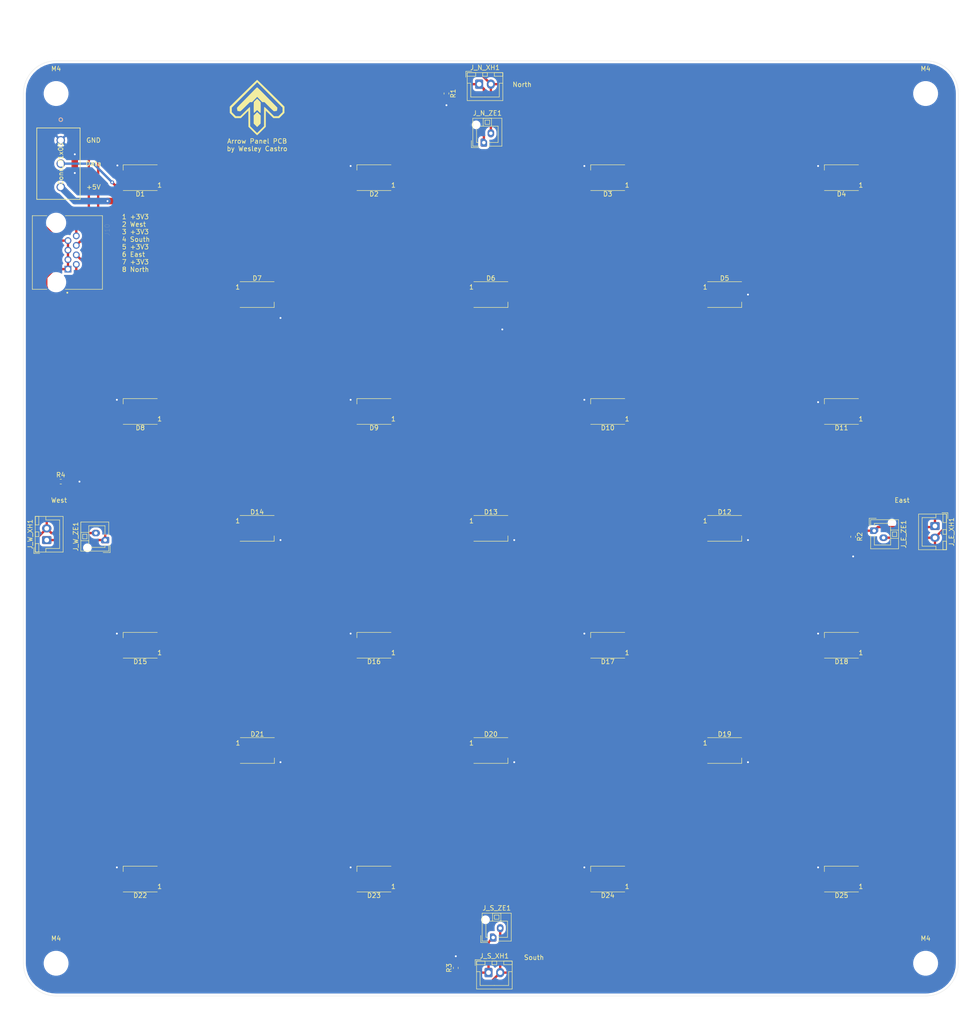
<source format=kicad_pcb>
(kicad_pcb (version 20171130) (host pcbnew "(5.1.7-0-10_14)")

  (general
    (thickness 1.6)
    (drawings 17)
    (tracks 407)
    (zones 0)
    (modules 44)
    (nets 34)
  )

  (page A4)
  (layers
    (0 F.Cu signal)
    (31 B.Cu signal)
    (32 B.Adhes user)
    (33 F.Adhes user hide)
    (34 B.Paste user)
    (35 F.Paste user)
    (36 B.SilkS user)
    (37 F.SilkS user)
    (38 B.Mask user)
    (39 F.Mask user)
    (40 Dwgs.User user)
    (41 Cmts.User user)
    (42 Eco1.User user)
    (43 Eco2.User user)
    (44 Edge.Cuts user)
    (45 Margin user)
    (46 B.CrtYd user)
    (47 F.CrtYd user)
    (48 B.Fab user)
    (49 F.Fab user)
  )

  (setup
    (last_trace_width 0.5)
    (user_trace_width 1.4)
    (trace_clearance 0.2)
    (zone_clearance 0.508)
    (zone_45_only no)
    (trace_min 0.5)
    (via_size 0.8)
    (via_drill 0.4)
    (via_min_size 0.4)
    (via_min_drill 0.3)
    (uvia_size 0.3)
    (uvia_drill 0.1)
    (uvias_allowed no)
    (uvia_min_size 0.2)
    (uvia_min_drill 0.1)
    (edge_width 0.05)
    (segment_width 0.2)
    (pcb_text_width 0.3)
    (pcb_text_size 1.5 1.5)
    (mod_edge_width 0.12)
    (mod_text_size 1 1)
    (mod_text_width 0.15)
    (pad_size 1.8034 1.8034)
    (pad_drill 1.2954)
    (pad_to_mask_clearance 0)
    (aux_axis_origin 0 0)
    (visible_elements 7FFFFFFF)
    (pcbplotparams
      (layerselection 0x010f0_ffffffff)
      (usegerberextensions false)
      (usegerberattributes false)
      (usegerberadvancedattributes false)
      (creategerberjobfile false)
      (excludeedgelayer true)
      (linewidth 0.100000)
      (plotframeref false)
      (viasonmask false)
      (mode 1)
      (useauxorigin false)
      (hpglpennumber 1)
      (hpglpenspeed 20)
      (hpglpendiameter 15.000000)
      (psnegative false)
      (psa4output false)
      (plotreference true)
      (plotvalue false)
      (plotinvisibletext false)
      (padsonsilk true)
      (subtractmaskfromsilk false)
      (outputformat 1)
      (mirror false)
      (drillshape 0)
      (scaleselection 1)
      (outputdirectory "Gerbers/"))
  )

  (net 0 "")
  (net 1 +5V)
  (net 2 UpN)
  (net 3 UpE)
  (net 4 UpS)
  (net 5 UpW)
  (net 6 GND)
  (net 7 "Net-(D1-Pad2)")
  (net 8 LED)
  (net 9 "Net-(D2-Pad2)")
  (net 10 "Net-(D3-Pad2)")
  (net 11 "Net-(D22-Pad2)")
  (net 12 "Net-(D4-Pad2)")
  (net 13 "Net-(D23-Pad2)")
  (net 14 "Net-(D10-Pad4)")
  (net 15 "Net-(D24-Pad2)")
  (net 16 "Net-(D10-Pad2)")
  (net 17 "Net-(D11-Pad2)")
  (net 18 "Net-(D12-Pad2)")
  (net 19 "Net-(D13-Pad2)")
  (net 20 "Net-(D14-Pad2)")
  (net 21 "Net-(D15-Pad2)")
  (net 22 "Net-(D16-Pad2)")
  (net 23 "Net-(D17-Pad2)")
  (net 24 "Net-(D18-Pad2)")
  (net 25 "Net-(D19-Pad2)")
  (net 26 "Net-(D20-Pad2)")
  (net 27 "Net-(D25-Pad2)")
  (net 28 +3V3)
  (net 29 "Net-(D5-Pad2)")
  (net 30 "Net-(D6-Pad2)")
  (net 31 "Net-(D7-Pad2)")
  (net 32 "Net-(D8-Pad2)")
  (net 33 "Net-(D21-Pad2)")

  (net_class Default "This is the default net class."
    (clearance 0.2)
    (trace_width 0.5)
    (via_dia 0.8)
    (via_drill 0.4)
    (uvia_dia 0.3)
    (uvia_drill 0.1)
    (diff_pair_width 0.5)
    (diff_pair_gap 0.25)
    (add_net LED)
    (add_net "Net-(D1-Pad2)")
    (add_net "Net-(D10-Pad2)")
    (add_net "Net-(D10-Pad4)")
    (add_net "Net-(D11-Pad2)")
    (add_net "Net-(D12-Pad2)")
    (add_net "Net-(D13-Pad2)")
    (add_net "Net-(D14-Pad2)")
    (add_net "Net-(D15-Pad2)")
    (add_net "Net-(D16-Pad2)")
    (add_net "Net-(D17-Pad2)")
    (add_net "Net-(D18-Pad2)")
    (add_net "Net-(D19-Pad2)")
    (add_net "Net-(D2-Pad2)")
    (add_net "Net-(D20-Pad2)")
    (add_net "Net-(D21-Pad2)")
    (add_net "Net-(D22-Pad2)")
    (add_net "Net-(D23-Pad2)")
    (add_net "Net-(D24-Pad2)")
    (add_net "Net-(D25-Pad2)")
    (add_net "Net-(D3-Pad2)")
    (add_net "Net-(D4-Pad2)")
    (add_net "Net-(D5-Pad2)")
    (add_net "Net-(D6-Pad2)")
    (add_net "Net-(D7-Pad2)")
    (add_net "Net-(D8-Pad2)")
    (add_net UpE)
    (add_net UpN)
    (add_net UpS)
    (add_net UpW)
  )

  (net_class Power ""
    (clearance 0.2)
    (trace_width 0.5)
    (via_dia 0.8)
    (via_drill 0.4)
    (uvia_dia 0.3)
    (uvia_drill 0.1)
    (diff_pair_width 0.5)
    (diff_pair_gap 0.25)
    (add_net +3V3)
    (add_net +5V)
    (add_net GND)
  )

  (module MountingHole:MountingHole_4.3mm_M4 (layer F.Cu) (tedit 56D1B4CB) (tstamp 5FB5D642)
    (at 7 7)
    (descr "Mounting Hole 4.3mm, no annular, M4")
    (tags "mounting hole 4.3mm no annular m4")
    (attr virtual)
    (fp_text reference M4 (at 0 -5.3) (layer F.SilkS)
      (effects (font (size 1 1) (thickness 0.15)))
    )
    (fp_text value MountingHole_4.3mm_M4 (at 0 5.3) (layer F.Fab)
      (effects (font (size 1 1) (thickness 0.15)))
    )
    (fp_circle (center 0 0) (end 4.3 0) (layer Cmts.User) (width 0.15))
    (fp_circle (center 0 0) (end 4.55 0) (layer F.CrtYd) (width 0.05))
    (fp_text user %R (at 0.3 0) (layer F.Fab)
      (effects (font (size 1 1) (thickness 0.15)))
    )
    (pad 1 np_thru_hole circle (at 0 0) (size 4.3 4.3) (drill 4.3) (layers *.Cu *.Mask))
  )

  (module "DDR Pad:DDR Arrow" (layer F.Cu) (tedit 0) (tstamp 5FB9D405)
    (at 50 10)
    (fp_text reference G*** (at 0 0) (layer F.SilkS) hide
      (effects (font (size 1.524 1.524) (thickness 0.3)))
    )
    (fp_text value LOGO (at 0.75 0) (layer F.SilkS) hide
      (effects (font (size 1.524 1.524) (thickness 0.3)))
    )
    (fp_poly (pts (xy 0.038328 -4.300438) (xy 0.075481 -4.2725) (xy 0.131424 -4.224317) (xy 0.208547 -4.153505)
      (xy 0.309238 -4.057678) (xy 0.435888 -3.934451) (xy 0.590886 -3.781439) (xy 0.776621 -3.596256)
      (xy 0.995483 -3.376517) (xy 1.249861 -3.119837) (xy 1.542144 -2.82383) (xy 1.874721 -2.486111)
      (xy 2.249983 -2.104295) (xy 2.670319 -1.675997) (xy 3.138117 -1.19883) (xy 3.297009 -1.03667)
      (xy 4.325493 0.013089) (xy 4.300501 0.324044) (xy 4.284345 0.470977) (xy 4.263028 0.592119)
      (xy 4.240336 0.667596) (xy 4.23279 0.679525) (xy 4.176304 0.706038) (xy 4.069429 0.733439)
      (xy 3.934222 0.758372) (xy 3.79274 0.777483) (xy 3.667043 0.787418) (xy 3.579187 0.784821)
      (xy 3.563945 0.781248) (xy 3.524858 0.75151) (xy 3.440731 0.676067) (xy 3.317636 0.560736)
      (xy 3.161641 0.411334) (xy 2.978818 0.233678) (xy 2.775234 0.033586) (xy 2.556962 -0.183125)
      (xy 2.54 -0.200054) (xy 1.578429 -1.160144) (xy 1.336994 -1.160643) (xy 1.09556 -1.161143)
      (xy 0.753641 -1.514929) (xy 0.604987 -1.669458) (xy 0.453722 -1.827925) (xy 0.317646 -1.97161)
      (xy 0.215411 -2.080878) (xy 0.0191 -2.293041) (xy -1.070428 -1.160327) (xy -1.306285 -1.159596)
      (xy -1.542143 -1.158865) (xy -2.216743 -0.49779) (xy -2.512151 -0.208277) (xy -2.760218 0.034625)
      (xy -2.965529 0.235) (xy -3.132672 0.396932) (xy -3.266233 0.524505) (xy -3.370799 0.621804)
      (xy -3.450958 0.692914) (xy -3.511295 0.741918) (xy -3.556397 0.7729) (xy -3.590852 0.789945)
      (xy -3.619246 0.797137) (xy -3.646165 0.798561) (xy -3.67228 0.798285) (xy -3.760578 0.794416)
      (xy -3.810835 0.784948) (xy -3.813024 0.783436) (xy -3.855206 0.772539) (xy -3.94412 0.762292)
      (xy -3.991428 0.758902) (xy -4.100097 0.746352) (xy -4.180013 0.726266) (xy -4.196699 0.717677)
      (xy -4.222344 0.667093) (xy -4.246745 0.56733) (xy -4.262108 0.460998) (xy -4.278018 0.322105)
      (xy -4.29474 0.197609) (xy -4.305201 0.133556) (xy -4.307127 0.102119) (xy -4.297711 0.06584)
      (xy -4.272005 0.018973) (xy -4.225063 -0.044228) (xy -4.151937 -0.12951) (xy -4.047679 -0.242619)
      (xy -3.907342 -0.389301) (xy -3.725979 -0.575303) (xy -3.498642 -0.806369) (xy -3.477293 -0.828016)
      (xy -3.138289 -1.172013) (xy -2.776125 -1.540084) (xy -2.400566 -1.922272) (xy -2.021374 -2.308618)
      (xy -1.648315 -2.689166) (xy -1.291152 -3.053957) (xy -0.959649 -3.393033) (xy -0.663571 -3.696438)
      (xy -0.507251 -3.856947) (xy -0.325524 -4.040473) (xy -0.186364 -4.173231) (xy -0.084932 -4.259401)
      (xy -0.016391 -4.303164) (xy 0.017577 -4.310518) (xy 0.038328 -4.300438)) (layer F.SilkS) (width 0.01))
    (fp_poly (pts (xy 0.135467 -1.773684) (xy 0.222343 -1.691346) (xy 0.338534 -1.575407) (xy 0.464282 -1.445733)
      (xy 0.517072 -1.389952) (xy 0.762 -1.128904) (xy 0.762 -0.000885) (xy 0.761683 0.317383)
      (xy 0.760473 0.570592) (xy 0.757985 0.766252) (xy 0.753831 0.911873) (xy 0.747624 1.014965)
      (xy 0.738978 1.083038) (xy 0.727507 1.123604) (xy 0.712823 1.144171) (xy 0.702748 1.149871)
      (xy 0.656104 1.141491) (xy 0.578375 1.088439) (xy 0.464409 0.986633) (xy 0.334933 0.858447)
      (xy 0.214187 0.737335) (xy 0.111633 0.637894) (xy 0.037904 0.570195) (xy 0.003631 0.544311)
      (xy 0.003312 0.544285) (xy -0.029762 0.568546) (xy -0.102811 0.634614) (xy -0.205064 0.732418)
      (xy -0.325749 0.851887) (xy -0.326571 0.852714) (xy -0.449788 0.97278) (xy -0.557783 1.07101)
      (xy -0.638829 1.137198) (xy -0.680983 1.161142) (xy -0.694322 1.148855) (xy -0.704741 1.107692)
      (xy -0.712441 1.031198) (xy -0.717626 0.912921) (xy -0.720499 0.746407) (xy -0.721261 0.525203)
      (xy -0.720117 0.242854) (xy -0.71807 -0.019599) (xy -0.707571 -1.20034) (xy -0.354391 -1.548354)
      (xy -0.00121 -1.896368) (xy 0.135467 -1.773684)) (layer F.SilkS) (width 0.01))
    (fp_poly (pts (xy 0.059002 1.004326) (xy 0.136871 1.071853) (xy 0.244388 1.172835) (xy 0.371259 1.297812)
      (xy 0.412348 1.339375) (xy 0.765708 1.699037) (xy 0.754783 2.564018) (xy 0.743857 3.429)
      (xy 0.375475 3.796035) (xy 0.007092 4.16307) (xy -0.359311 3.795415) (xy -0.725714 3.427761)
      (xy -0.725714 1.685924) (xy -0.371279 1.332819) (xy -0.239656 1.204294) (xy -0.124474 1.096689)
      (xy -0.036179 1.019403) (xy 0.014785 0.981837) (xy 0.021072 0.979714) (xy 0.059002 1.004326)) (layer F.SilkS) (width 0.01))
    (fp_poly (pts (xy 0.036043 -5.889389) (xy 0.119708 -5.815638) (xy 0.249188 -5.696018) (xy 0.42171 -5.533228)
      (xy 0.634498 -5.329965) (xy 0.884778 -5.088929) (xy 1.169775 -4.812818) (xy 1.486714 -4.50433)
      (xy 1.83282 -4.166164) (xy 2.205318 -3.801019) (xy 2.601435 -3.411592) (xy 3.018395 -3.000582)
      (xy 3.453422 -2.570688) (xy 3.903744 -2.124609) (xy 4.179864 -1.850572) (xy 5.842241 -0.199572)
      (xy 5.842121 0.469075) (xy 5.842 1.137721) (xy 5.290164 1.693718) (xy 4.738328 2.249714)
      (xy 3.469059 2.249714) (xy 2.685969 1.469571) (xy 2.490061 1.275224) (xy 2.310377 1.098548)
      (xy 2.153397 0.94579) (xy 2.0256 0.823197) (xy 1.933466 0.737016) (xy 1.883476 0.693494)
      (xy 1.876726 0.689428) (xy 1.871462 0.724536) (xy 1.866553 0.825145) (xy 1.862105 0.984188)
      (xy 1.858227 1.194595) (xy 1.855027 1.449297) (xy 1.852613 1.741226) (xy 1.851092 2.063312)
      (xy 1.850572 2.40312) (xy 1.850572 4.116812) (xy 0.951692 5.015691) (xy 0.740553 5.225353)
      (xy 0.544033 5.417673) (xy 0.36834 5.586792) (xy 0.219685 5.726848) (xy 0.104278 5.831979)
      (xy 0.028329 5.896324) (xy -0.000624 5.914571) (xy -0.037912 5.889693) (xy -0.119912 5.818971)
      (xy -0.240423 5.708272) (xy -0.393239 5.563465) (xy -0.572159 5.390416) (xy -0.770978 5.194994)
      (xy -0.951956 5.014707) (xy -1.849851 4.114842) (xy -1.859283 2.393064) (xy -1.868714 0.671285)
      (xy -2.669648 1.4605) (xy -3.470582 2.249714) (xy -4.738328 2.249714) (xy -5.290164 1.693718)
      (xy -5.842 1.137721) (xy -5.842 0.023214) (xy -5.414849 0.023214) (xy -5.412428 0.508268)
      (xy -5.410008 0.993321) (xy -4.9825 1.421946) (xy -4.554991 1.850571) (xy -3.591967 1.850571)
      (xy -2.590553 0.861785) (xy -2.367323 0.642398) (xy -2.159288 0.439913) (xy -1.972269 0.259851)
      (xy -1.812089 0.107732) (xy -1.68457 -0.010926) (xy -1.595535 -0.090604) (xy -1.550805 -0.125781)
      (xy -1.547498 -0.127) (xy -1.537864 -0.106415) (xy -1.529431 -0.042237) (xy -1.522109 0.069163)
      (xy -1.515807 0.231417) (xy -1.510435 0.448155) (xy -1.505902 0.723007) (xy -1.502118 1.059605)
      (xy -1.498993 1.46158) (xy -1.496479 1.923125) (xy -1.487102 3.97325) (xy -0.752954 4.708053)
      (xy -0.564006 4.89656) (xy -0.39182 5.067177) (xy -0.242999 5.213455) (xy -0.124145 5.328943)
      (xy -0.041863 5.407192) (xy -0.002755 5.441753) (xy -0.000656 5.442857) (xy 0.028665 5.418214)
      (xy 0.102575 5.348579) (xy 0.214468 5.240396) (xy 0.357734 5.100108) (xy 0.525768 4.934155)
      (xy 0.711961 4.748983) (xy 0.752605 4.708403) (xy 1.487714 3.973949) (xy 1.487714 1.936428)
      (xy 1.487865 1.497821) (xy 1.488423 1.126233) (xy 1.489546 0.816113) (xy 1.491391 0.56191)
      (xy 1.494116 0.35807) (xy 1.497879 0.199044) (xy 1.502838 0.079279) (xy 1.509151 -0.006776)
      (xy 1.516974 -0.064672) (xy 1.526466 -0.099963) (xy 1.537786 -0.118198) (xy 1.546247 -0.123554)
      (xy 1.578826 -0.113422) (xy 1.643225 -0.067671) (xy 1.742398 0.016412) (xy 1.879297 0.14154)
      (xy 2.056873 0.310424) (xy 2.27808 0.525778) (xy 2.545868 0.790315) (xy 2.607605 0.85168)
      (xy 3.610429 1.849375) (xy 4.082143 1.849323) (xy 4.553857 1.849272) (xy 4.998357 1.413565)
      (xy 5.442857 0.977857) (xy 5.442857 0.017961) (xy 2.7305 -2.69394) (xy 0.018143 -5.405842)
      (xy -5.414849 0.023214) (xy -5.842 0.023214) (xy -5.842 -0.198886) (xy -5.052786 -0.978575)
      (xy -4.694522 -1.332292) (xy -4.285239 -1.735969) (xy -3.825765 -2.188789) (xy -3.316929 -2.689937)
      (xy -2.759561 -3.238595) (xy -2.154491 -3.833947) (xy -1.502546 -4.475176) (xy -1.116953 -4.854333)
      (xy -0.885007 -5.081481) (xy -0.668299 -5.291967) (xy -0.472425 -5.480482) (xy -0.302984 -5.641717)
      (xy -0.165572 -5.770364) (xy -0.065788 -5.861113) (xy -0.009229 -5.908656) (xy 0.000969 -5.914572)
      (xy 0.036043 -5.889389)) (layer F.SilkS) (width 0.01))
  )

  (module footprints:1935174 (layer F.Cu) (tedit 5FAB7496) (tstamp 5FABF28D)
    (at 8 17 270)
    (path /5FCDBF81)
    (fp_text reference J9 (at 5 0 90) (layer F.SilkS)
      (effects (font (size 1 1) (thickness 0.15)))
    )
    (fp_text value Conn_01x03 (at 5 0 90) (layer F.SilkS)
      (effects (font (size 1 1) (thickness 0.15)))
    )
    (fp_circle (center -4.405 0) (end -4.024 0) (layer B.SilkS) (width 0.1524))
    (fp_circle (center -4.405 0) (end -4.024 0) (layer F.SilkS) (width 0.1524))
    (fp_circle (center 0 -1.905) (end 0.381 -1.905) (layer F.Fab) (width 0.1524))
    (fp_line (start 12.754001 -4.254) (end -2.754 -4.254) (layer F.CrtYd) (width 0.1524))
    (fp_line (start 12.754001 5.254) (end 12.754001 -4.254) (layer F.CrtYd) (width 0.1524))
    (fp_line (start -2.754 5.254) (end 12.754001 5.254) (layer F.CrtYd) (width 0.1524))
    (fp_line (start -2.754 -4.254) (end -2.754 5.254) (layer F.CrtYd) (width 0.1524))
    (fp_line (start -2.5 -4) (end -2.5 5) (layer F.Fab) (width 0.1524))
    (fp_line (start 12.500001 -4) (end -2.5 -4) (layer F.Fab) (width 0.1524))
    (fp_line (start 12.500001 5) (end 12.500001 -4) (layer F.Fab) (width 0.1524))
    (fp_line (start -2.5 5) (end 12.500001 5) (layer F.Fab) (width 0.1524))
    (fp_line (start -2.627 -4.127) (end -2.627 5.127) (layer F.SilkS) (width 0.1524))
    (fp_line (start 12.627001 -4.127) (end -2.627 -4.127) (layer F.SilkS) (width 0.1524))
    (fp_line (start 12.627001 5.127) (end 12.627001 -4.127) (layer F.SilkS) (width 0.1524))
    (fp_line (start -2.627 5.127) (end 12.627001 5.127) (layer F.SilkS) (width 0.1524))
    (fp_text user * (at 0 0 90) (layer F.Fab)
      (effects (font (size 1 1) (thickness 0.15)))
    )
    (fp_text user * (at 0 0 90) (layer F.SilkS)
      (effects (font (size 1 1) (thickness 0.15)))
    )
    (fp_text user "Copyright 2016 Accelerated Designs. All rights reserved." (at 0 0 90) (layer Cmts.User)
      (effects (font (size 0.127 0.127) (thickness 0.002)))
    )
    (pad 3 thru_hole circle (at 10 0 270) (size 1.8034 1.8034) (drill 1.2954) (layers *.Cu *.Mask)
      (net 1 +5V))
    (pad 2 thru_hole circle (at 5 0 270) (size 1.8034 1.8034) (drill 1.2954) (layers *.Cu *.Mask)
      (net 8 LED))
    (pad 1 thru_hole circle (at 0 0 270) (size 1.8034 1.8034) (drill 1.2954) (layers *.Cu *.Mask)
      (net 6 GND))
    (model ${KISYS3DMOD}/TerminalBlock_Phoenix.3dshapes/TerminalBlock_Phoenix_MKDS-1,5-3_1x03_P5.00mm_Horizontal.wrl
      (at (xyz 0 0 0))
      (scale (xyz 1 1 1))
      (rotate (xyz 0 0 0))
    )
  )

  (module MountingHole:MountingHole_4.3mm_M4 (layer F.Cu) (tedit 56D1B4CB) (tstamp 5FB5D352)
    (at 7 193)
    (descr "Mounting Hole 4.3mm, no annular, M4")
    (tags "mounting hole 4.3mm no annular m4")
    (attr virtual)
    (fp_text reference M4 (at 0 -5.3) (layer F.SilkS)
      (effects (font (size 1 1) (thickness 0.15)))
    )
    (fp_text value MountingHole_4.3mm_M4 (at 0 5.3) (layer F.Fab)
      (effects (font (size 1 1) (thickness 0.15)))
    )
    (fp_circle (center 0 0) (end 4.3 0) (layer Cmts.User) (width 0.15))
    (fp_circle (center 0 0) (end 4.55 0) (layer F.CrtYd) (width 0.05))
    (fp_text user %R (at 0.3 0) (layer F.Fab)
      (effects (font (size 1 1) (thickness 0.15)))
    )
    (pad 1 np_thru_hole circle (at 0 0) (size 4.3 4.3) (drill 4.3) (layers *.Cu *.Mask))
  )

  (module MountingHole:MountingHole_4.3mm_M4 (layer F.Cu) (tedit 56D1B4CB) (tstamp 5FB5D2CA)
    (at 193 193)
    (descr "Mounting Hole 4.3mm, no annular, M4")
    (tags "mounting hole 4.3mm no annular m4")
    (attr virtual)
    (fp_text reference M4 (at 0 -5.3) (layer F.SilkS)
      (effects (font (size 1 1) (thickness 0.15)))
    )
    (fp_text value MountingHole_4.3mm_M4 (at 0 5.3) (layer F.Fab)
      (effects (font (size 1 1) (thickness 0.15)))
    )
    (fp_circle (center 0 0) (end 4.3 0) (layer Cmts.User) (width 0.15))
    (fp_circle (center 0 0) (end 4.55 0) (layer F.CrtYd) (width 0.05))
    (fp_text user %R (at 0.3 0) (layer F.Fab)
      (effects (font (size 1 1) (thickness 0.15)))
    )
    (pad 1 np_thru_hole circle (at 0 0) (size 4.3 4.3) (drill 4.3) (layers *.Cu *.Mask))
  )

  (module MountingHole:MountingHole_4.3mm_M4 (layer F.Cu) (tedit 56D1B4CB) (tstamp 5FB5D213)
    (at 193 7)
    (descr "Mounting Hole 4.3mm, no annular, M4")
    (tags "mounting hole 4.3mm no annular m4")
    (attr virtual)
    (fp_text reference M4 (at 0 -5.3) (layer F.SilkS)
      (effects (font (size 1 1) (thickness 0.15)))
    )
    (fp_text value MountingHole_4.3mm_M4 (at 0 5.3) (layer F.Fab)
      (effects (font (size 1 1) (thickness 0.15)))
    )
    (fp_circle (center 0 0) (end 4.55 0) (layer F.CrtYd) (width 0.05))
    (fp_circle (center 0 0) (end 4.3 0) (layer Cmts.User) (width 0.15))
    (fp_text user %R (at 0.3 0) (layer F.Fab)
      (effects (font (size 1 1) (thickness 0.15)))
    )
    (pad 1 np_thru_hole circle (at 0 0) (size 4.3 4.3) (drill 4.3) (layers *.Cu *.Mask))
  )

  (module Resistor_SMD:R_0603_1608Metric (layer F.Cu) (tedit 5B301BBD) (tstamp 5FABF045)
    (at 8 90)
    (descr "Resistor SMD 0603 (1608 Metric), square (rectangular) end terminal, IPC_7351 nominal, (Body size source: http://www.tortai-tech.com/upload/download/2011102023233369053.pdf), generated with kicad-footprint-generator")
    (tags resistor)
    (path /5FA5B92B)
    (attr smd)
    (fp_text reference R4 (at 0 -1.43) (layer F.SilkS)
      (effects (font (size 1 1) (thickness 0.15)))
    )
    (fp_text value 330 (at 0 1.43) (layer F.Fab)
      (effects (font (size 1 1) (thickness 0.15)))
    )
    (fp_line (start 1.48 0.73) (end -1.48 0.73) (layer F.CrtYd) (width 0.05))
    (fp_line (start 1.48 -0.73) (end 1.48 0.73) (layer F.CrtYd) (width 0.05))
    (fp_line (start -1.48 -0.73) (end 1.48 -0.73) (layer F.CrtYd) (width 0.05))
    (fp_line (start -1.48 0.73) (end -1.48 -0.73) (layer F.CrtYd) (width 0.05))
    (fp_line (start -0.162779 0.51) (end 0.162779 0.51) (layer F.SilkS) (width 0.12))
    (fp_line (start -0.162779 -0.51) (end 0.162779 -0.51) (layer F.SilkS) (width 0.12))
    (fp_line (start 0.8 0.4) (end -0.8 0.4) (layer F.Fab) (width 0.1))
    (fp_line (start 0.8 -0.4) (end 0.8 0.4) (layer F.Fab) (width 0.1))
    (fp_line (start -0.8 -0.4) (end 0.8 -0.4) (layer F.Fab) (width 0.1))
    (fp_line (start -0.8 0.4) (end -0.8 -0.4) (layer F.Fab) (width 0.1))
    (fp_text user %R (at 0 0) (layer F.Fab)
      (effects (font (size 0.4 0.4) (thickness 0.06)))
    )
    (pad 2 smd roundrect (at 0.7875 0) (size 0.875 0.95) (layers F.Cu F.Paste F.Mask) (roundrect_rratio 0.25)
      (net 6 GND))
    (pad 1 smd roundrect (at -0.7875 0) (size 0.875 0.95) (layers F.Cu F.Paste F.Mask) (roundrect_rratio 0.25)
      (net 5 UpW))
    (model ${KISYS3DMOD}/Resistor_SMD.3dshapes/R_0603_1608Metric.wrl
      (at (xyz 0 0 0))
      (scale (xyz 1 1 1))
      (rotate (xyz 0 0 0))
    )
  )

  (module Resistor_SMD:R_0603_1608Metric (layer F.Cu) (tedit 5B301BBD) (tstamp 5FABF8EE)
    (at 92.5 194 90)
    (descr "Resistor SMD 0603 (1608 Metric), square (rectangular) end terminal, IPC_7351 nominal, (Body size source: http://www.tortai-tech.com/upload/download/2011102023233369053.pdf), generated with kicad-footprint-generator")
    (tags resistor)
    (path /5FA5B8B2)
    (attr smd)
    (fp_text reference R3 (at 0 -1.43 90) (layer F.SilkS)
      (effects (font (size 1 1) (thickness 0.15)))
    )
    (fp_text value 330 (at 0 1.43 90) (layer F.Fab)
      (effects (font (size 1 1) (thickness 0.15)))
    )
    (fp_line (start 1.48 0.73) (end -1.48 0.73) (layer F.CrtYd) (width 0.05))
    (fp_line (start 1.48 -0.73) (end 1.48 0.73) (layer F.CrtYd) (width 0.05))
    (fp_line (start -1.48 -0.73) (end 1.48 -0.73) (layer F.CrtYd) (width 0.05))
    (fp_line (start -1.48 0.73) (end -1.48 -0.73) (layer F.CrtYd) (width 0.05))
    (fp_line (start -0.162779 0.51) (end 0.162779 0.51) (layer F.SilkS) (width 0.12))
    (fp_line (start -0.162779 -0.51) (end 0.162779 -0.51) (layer F.SilkS) (width 0.12))
    (fp_line (start 0.8 0.4) (end -0.8 0.4) (layer F.Fab) (width 0.1))
    (fp_line (start 0.8 -0.4) (end 0.8 0.4) (layer F.Fab) (width 0.1))
    (fp_line (start -0.8 -0.4) (end 0.8 -0.4) (layer F.Fab) (width 0.1))
    (fp_line (start -0.8 0.4) (end -0.8 -0.4) (layer F.Fab) (width 0.1))
    (fp_text user %R (at 0 0 90) (layer F.Fab)
      (effects (font (size 0.4 0.4) (thickness 0.06)))
    )
    (pad 2 smd roundrect (at 0.7875 0 90) (size 0.875 0.95) (layers F.Cu F.Paste F.Mask) (roundrect_rratio 0.25)
      (net 6 GND))
    (pad 1 smd roundrect (at -0.7875 0 90) (size 0.875 0.95) (layers F.Cu F.Paste F.Mask) (roundrect_rratio 0.25)
      (net 4 UpS))
    (model ${KISYS3DMOD}/Resistor_SMD.3dshapes/R_0603_1608Metric.wrl
      (at (xyz 0 0 0))
      (scale (xyz 1 1 1))
      (rotate (xyz 0 0 0))
    )
  )

  (module Resistor_SMD:R_0603_1608Metric (layer F.Cu) (tedit 5B301BBD) (tstamp 5FABF13B)
    (at 177.5 101.7875 270)
    (descr "Resistor SMD 0603 (1608 Metric), square (rectangular) end terminal, IPC_7351 nominal, (Body size source: http://www.tortai-tech.com/upload/download/2011102023233369053.pdf), generated with kicad-footprint-generator")
    (tags resistor)
    (path /5FA5B473)
    (attr smd)
    (fp_text reference R2 (at 0 -1.43 90) (layer F.SilkS)
      (effects (font (size 1 1) (thickness 0.15)))
    )
    (fp_text value 330 (at 0 1.43 90) (layer F.Fab)
      (effects (font (size 1 1) (thickness 0.15)))
    )
    (fp_line (start 1.48 0.73) (end -1.48 0.73) (layer F.CrtYd) (width 0.05))
    (fp_line (start 1.48 -0.73) (end 1.48 0.73) (layer F.CrtYd) (width 0.05))
    (fp_line (start -1.48 -0.73) (end 1.48 -0.73) (layer F.CrtYd) (width 0.05))
    (fp_line (start -1.48 0.73) (end -1.48 -0.73) (layer F.CrtYd) (width 0.05))
    (fp_line (start -0.162779 0.51) (end 0.162779 0.51) (layer F.SilkS) (width 0.12))
    (fp_line (start -0.162779 -0.51) (end 0.162779 -0.51) (layer F.SilkS) (width 0.12))
    (fp_line (start 0.8 0.4) (end -0.8 0.4) (layer F.Fab) (width 0.1))
    (fp_line (start 0.8 -0.4) (end 0.8 0.4) (layer F.Fab) (width 0.1))
    (fp_line (start -0.8 -0.4) (end 0.8 -0.4) (layer F.Fab) (width 0.1))
    (fp_line (start -0.8 0.4) (end -0.8 -0.4) (layer F.Fab) (width 0.1))
    (fp_text user %R (at 0 0 90) (layer F.Fab)
      (effects (font (size 0.4 0.4) (thickness 0.06)))
    )
    (pad 2 smd roundrect (at 0.7875 0 270) (size 0.875 0.95) (layers F.Cu F.Paste F.Mask) (roundrect_rratio 0.25)
      (net 6 GND))
    (pad 1 smd roundrect (at -0.7875 0 270) (size 0.875 0.95) (layers F.Cu F.Paste F.Mask) (roundrect_rratio 0.25)
      (net 3 UpE))
    (model ${KISYS3DMOD}/Resistor_SMD.3dshapes/R_0603_1608Metric.wrl
      (at (xyz 0 0 0))
      (scale (xyz 1 1 1))
      (rotate (xyz 0 0 0))
    )
  )

  (module Resistor_SMD:R_0603_1608Metric (layer F.Cu) (tedit 5B301BBD) (tstamp 5FABF16B)
    (at 90.5 7 270)
    (descr "Resistor SMD 0603 (1608 Metric), square (rectangular) end terminal, IPC_7351 nominal, (Body size source: http://www.tortai-tech.com/upload/download/2011102023233369053.pdf), generated with kicad-footprint-generator")
    (tags resistor)
    (path /5FA4E2A0)
    (attr smd)
    (fp_text reference R1 (at 0 -1.43 90) (layer F.SilkS)
      (effects (font (size 1 1) (thickness 0.15)))
    )
    (fp_text value 330 (at 0 1.43 90) (layer F.Fab)
      (effects (font (size 1 1) (thickness 0.15)))
    )
    (fp_line (start 1.48 0.73) (end -1.48 0.73) (layer F.CrtYd) (width 0.05))
    (fp_line (start 1.48 -0.73) (end 1.48 0.73) (layer F.CrtYd) (width 0.05))
    (fp_line (start -1.48 -0.73) (end 1.48 -0.73) (layer F.CrtYd) (width 0.05))
    (fp_line (start -1.48 0.73) (end -1.48 -0.73) (layer F.CrtYd) (width 0.05))
    (fp_line (start -0.162779 0.51) (end 0.162779 0.51) (layer F.SilkS) (width 0.12))
    (fp_line (start -0.162779 -0.51) (end 0.162779 -0.51) (layer F.SilkS) (width 0.12))
    (fp_line (start 0.8 0.4) (end -0.8 0.4) (layer F.Fab) (width 0.1))
    (fp_line (start 0.8 -0.4) (end 0.8 0.4) (layer F.Fab) (width 0.1))
    (fp_line (start -0.8 -0.4) (end 0.8 -0.4) (layer F.Fab) (width 0.1))
    (fp_line (start -0.8 0.4) (end -0.8 -0.4) (layer F.Fab) (width 0.1))
    (fp_text user %R (at 0 0 90) (layer F.Fab)
      (effects (font (size 0.4 0.4) (thickness 0.06)))
    )
    (pad 2 smd roundrect (at 0.7875 0 270) (size 0.875 0.95) (layers F.Cu F.Paste F.Mask) (roundrect_rratio 0.25)
      (net 6 GND))
    (pad 1 smd roundrect (at -0.7875 0 270) (size 0.875 0.95) (layers F.Cu F.Paste F.Mask) (roundrect_rratio 0.25)
      (net 2 UpN))
    (model ${KISYS3DMOD}/Resistor_SMD.3dshapes/R_0603_1608Metric.wrl
      (at (xyz 0 0 0))
      (scale (xyz 1 1 1))
      (rotate (xyz 0 0 0))
    )
  )

  (module Connector_JST:JST_ZE_B02B-ZESK-1D_1x02_P1.50mm_Vertical (layer F.Cu) (tedit 5B77636A) (tstamp 5FABF42D)
    (at 17.5 102.5 90)
    (descr "JST ZE series connector, B02B-ZESK-1D, with boss (http://www.jst-mfg.com/product/pdf/eng/eZE.pdf), generated with kicad-footprint-generator")
    (tags "connector JST ZE side entry boss")
    (path /5FACE2B2)
    (fp_text reference J_W_ZE1 (at 0.75 -6.3 90) (layer F.SilkS)
      (effects (font (size 1 1) (thickness 0.15)))
    )
    (fp_text value Conn_01x02 (at 0.75 1.85 90) (layer F.Fab)
      (effects (font (size 1 1) (thickness 0.15)))
    )
    (fp_line (start -2.66 1.06) (end -1.16 1.06) (layer F.Fab) (width 0.1))
    (fp_line (start -2.66 -0.44) (end -2.66 1.06) (layer F.Fab) (width 0.1))
    (fp_line (start -2.66 1.06) (end -1.16 1.06) (layer F.SilkS) (width 0.12))
    (fp_line (start -2.66 -0.44) (end -2.66 1.06) (layer F.SilkS) (width 0.12))
    (fp_line (start 3.06 -0.04) (end 1 -0.04) (layer F.SilkS) (width 0.12))
    (fp_line (start 3.06 -3.51) (end 3.06 -0.04) (layer F.SilkS) (width 0.12))
    (fp_line (start 1.64 -3.51) (end 3.06 -3.51) (layer F.SilkS) (width 0.12))
    (fp_line (start -1.56 -0.04) (end -1 -0.04) (layer F.SilkS) (width 0.12))
    (fp_line (start -1.56 -3) (end -1.56 -0.04) (layer F.SilkS) (width 0.12))
    (fp_line (start -0.14 -3.51) (end -0.9 -3.51) (layer F.SilkS) (width 0.12))
    (fp_line (start 1.24 -4.81) (end 0.26 -4.81) (layer F.SilkS) (width 0.12))
    (fp_line (start 1.24 -3.91) (end 1.24 -4.81) (layer F.SilkS) (width 0.12))
    (fp_line (start 0.26 -3.91) (end 1.24 -3.91) (layer F.SilkS) (width 0.12))
    (fp_line (start 0.26 -4.81) (end 0.26 -3.91) (layer F.SilkS) (width 0.12))
    (fp_line (start 1.64 -5.21) (end -0.14 -5.21) (layer F.SilkS) (width 0.12))
    (fp_line (start 1.64 -3.51) (end 1.64 -5.21) (layer F.SilkS) (width 0.12))
    (fp_line (start -0.14 -3.51) (end 1.64 -3.51) (layer F.SilkS) (width 0.12))
    (fp_line (start -0.14 -5.21) (end -0.14 -3.51) (layer F.SilkS) (width 0.12))
    (fp_line (start 3.86 0.76) (end 0.96 0.76) (layer F.SilkS) (width 0.12))
    (fp_line (start 3.86 -5.21) (end 3.86 0.76) (layer F.SilkS) (width 0.12))
    (fp_line (start -2.36 -5.21) (end 3.86 -5.21) (layer F.SilkS) (width 0.12))
    (fp_line (start -2.36 0.76) (end -2.36 -5.21) (layer F.SilkS) (width 0.12))
    (fp_line (start -0.96 0.76) (end -2.36 0.76) (layer F.SilkS) (width 0.12))
    (fp_line (start 4.25 -5.6) (end -2.75 -5.6) (layer F.CrtYd) (width 0.05))
    (fp_line (start 4.25 1.15) (end 4.25 -5.6) (layer F.CrtYd) (width 0.05))
    (fp_line (start -2.75 1.15) (end 4.25 1.15) (layer F.CrtYd) (width 0.05))
    (fp_line (start -2.75 -5.6) (end -2.75 1.15) (layer F.CrtYd) (width 0.05))
    (fp_line (start 3.75 -5.1) (end -2.25 -5.1) (layer F.Fab) (width 0.1))
    (fp_line (start 3.75 0.65) (end 3.75 -5.1) (layer F.Fab) (width 0.1))
    (fp_line (start -2.25 0.65) (end 3.75 0.65) (layer F.Fab) (width 0.1))
    (fp_line (start -2.25 -5.1) (end -2.25 0.65) (layer F.Fab) (width 0.1))
    (fp_text user %R (at 0.75 -4.4 90) (layer F.Fab)
      (effects (font (size 1 1) (thickness 0.15)))
    )
    (pad "" np_thru_hole circle (at -1.65 -3.8 90) (size 0.85 0.85) (drill 0.85) (layers *.Cu *.Mask))
    (pad 2 thru_hole oval (at 1.5 -2 90) (size 1.4 1.75) (drill 0.75) (layers *.Cu *.Mask)
      (net 28 +3V3))
    (pad 1 thru_hole custom (at 0 0 90) (size 1.117157 1.117157) (drill 0.75) (layers *.Cu *.Mask)
      (net 5 UpW)
      (options (clearance outline) (anchor circle))
      (primitives
        (gr_poly (pts
           (xy -0.45 -0.625) (xy 0.05 -0.625) (xy 0.45 -0.225) (xy 0.45 0.625) (xy -0.45 0.625)
) (width 0.5))
      ))
    (model ${KISYS3DMOD}/Connector_JST.3dshapes/JST_ZE_B02B-ZESK-1D_1x02_P1.50mm_Vertical.wrl
      (at (xyz 0 0 0))
      (scale (xyz 1 1 1))
      (rotate (xyz 0 0 0))
    )
  )

  (module Connector_JST:JST_XH_B2B-XH-A_1x02_P2.50mm_Vertical (layer F.Cu) (tedit 5C28146C) (tstamp 5FABF7DA)
    (at 5 102.5 90)
    (descr "JST XH series connector, B2B-XH-A (http://www.jst-mfg.com/product/pdf/eng/eXH.pdf), generated with kicad-footprint-generator")
    (tags "connector JST XH vertical")
    (path /5FA143F0)
    (fp_text reference J_W_XH1 (at 1.25 -3.55 90) (layer F.SilkS)
      (effects (font (size 1 1) (thickness 0.15)))
    )
    (fp_text value Conn_01x02 (at 1.25 4.6 90) (layer F.Fab)
      (effects (font (size 1 1) (thickness 0.15)))
    )
    (fp_line (start -2.85 -2.75) (end -2.85 -1.5) (layer F.SilkS) (width 0.12))
    (fp_line (start -1.6 -2.75) (end -2.85 -2.75) (layer F.SilkS) (width 0.12))
    (fp_line (start 4.3 2.75) (end 1.25 2.75) (layer F.SilkS) (width 0.12))
    (fp_line (start 4.3 -0.2) (end 4.3 2.75) (layer F.SilkS) (width 0.12))
    (fp_line (start 5.05 -0.2) (end 4.3 -0.2) (layer F.SilkS) (width 0.12))
    (fp_line (start -1.8 2.75) (end 1.25 2.75) (layer F.SilkS) (width 0.12))
    (fp_line (start -1.8 -0.2) (end -1.8 2.75) (layer F.SilkS) (width 0.12))
    (fp_line (start -2.55 -0.2) (end -1.8 -0.2) (layer F.SilkS) (width 0.12))
    (fp_line (start 5.05 -2.45) (end 3.25 -2.45) (layer F.SilkS) (width 0.12))
    (fp_line (start 5.05 -1.7) (end 5.05 -2.45) (layer F.SilkS) (width 0.12))
    (fp_line (start 3.25 -1.7) (end 5.05 -1.7) (layer F.SilkS) (width 0.12))
    (fp_line (start 3.25 -2.45) (end 3.25 -1.7) (layer F.SilkS) (width 0.12))
    (fp_line (start -0.75 -2.45) (end -2.55 -2.45) (layer F.SilkS) (width 0.12))
    (fp_line (start -0.75 -1.7) (end -0.75 -2.45) (layer F.SilkS) (width 0.12))
    (fp_line (start -2.55 -1.7) (end -0.75 -1.7) (layer F.SilkS) (width 0.12))
    (fp_line (start -2.55 -2.45) (end -2.55 -1.7) (layer F.SilkS) (width 0.12))
    (fp_line (start 1.75 -2.45) (end 0.75 -2.45) (layer F.SilkS) (width 0.12))
    (fp_line (start 1.75 -1.7) (end 1.75 -2.45) (layer F.SilkS) (width 0.12))
    (fp_line (start 0.75 -1.7) (end 1.75 -1.7) (layer F.SilkS) (width 0.12))
    (fp_line (start 0.75 -2.45) (end 0.75 -1.7) (layer F.SilkS) (width 0.12))
    (fp_line (start 0 -1.35) (end 0.625 -2.35) (layer F.Fab) (width 0.1))
    (fp_line (start -0.625 -2.35) (end 0 -1.35) (layer F.Fab) (width 0.1))
    (fp_line (start 5.45 -2.85) (end -2.95 -2.85) (layer F.CrtYd) (width 0.05))
    (fp_line (start 5.45 3.9) (end 5.45 -2.85) (layer F.CrtYd) (width 0.05))
    (fp_line (start -2.95 3.9) (end 5.45 3.9) (layer F.CrtYd) (width 0.05))
    (fp_line (start -2.95 -2.85) (end -2.95 3.9) (layer F.CrtYd) (width 0.05))
    (fp_line (start 5.06 -2.46) (end -2.56 -2.46) (layer F.SilkS) (width 0.12))
    (fp_line (start 5.06 3.51) (end 5.06 -2.46) (layer F.SilkS) (width 0.12))
    (fp_line (start -2.56 3.51) (end 5.06 3.51) (layer F.SilkS) (width 0.12))
    (fp_line (start -2.56 -2.46) (end -2.56 3.51) (layer F.SilkS) (width 0.12))
    (fp_line (start 4.95 -2.35) (end -2.45 -2.35) (layer F.Fab) (width 0.1))
    (fp_line (start 4.95 3.4) (end 4.95 -2.35) (layer F.Fab) (width 0.1))
    (fp_line (start -2.45 3.4) (end 4.95 3.4) (layer F.Fab) (width 0.1))
    (fp_line (start -2.45 -2.35) (end -2.45 3.4) (layer F.Fab) (width 0.1))
    (fp_text user %R (at 1.25 2.7 90) (layer F.Fab)
      (effects (font (size 1 1) (thickness 0.15)))
    )
    (pad 2 thru_hole oval (at 2.5 0 90) (size 1.7 2) (drill 1) (layers *.Cu *.Mask)
      (net 28 +3V3))
    (pad 1 thru_hole roundrect (at 0 0 90) (size 1.7 2) (drill 1) (layers *.Cu *.Mask) (roundrect_rratio 0.1470588235294118)
      (net 5 UpW))
    (model ${KISYS3DMOD}/Connector_JST.3dshapes/JST_XH_B2B-XH-A_1x02_P2.50mm_Vertical.wrl
      (at (xyz 0 0 0))
      (scale (xyz 1 1 1))
      (rotate (xyz 0 0 0))
    )
  )

  (module Connector_JST:JST_ZE_B02B-ZESK-1D_1x02_P1.50mm_Vertical (layer F.Cu) (tedit 5B77636A) (tstamp 5FABF892)
    (at 100.5 187.5)
    (descr "JST ZE series connector, B02B-ZESK-1D, with boss (http://www.jst-mfg.com/product/pdf/eng/eZE.pdf), generated with kicad-footprint-generator")
    (tags "connector JST ZE side entry boss")
    (path /5FACD5A5)
    (fp_text reference J_S_ZE1 (at 0.75 -6.3) (layer F.SilkS)
      (effects (font (size 1 1) (thickness 0.15)))
    )
    (fp_text value Conn_01x02 (at 0.75 1.85) (layer F.Fab)
      (effects (font (size 1 1) (thickness 0.15)))
    )
    (fp_line (start -2.66 1.06) (end -1.16 1.06) (layer F.Fab) (width 0.1))
    (fp_line (start -2.66 -0.44) (end -2.66 1.06) (layer F.Fab) (width 0.1))
    (fp_line (start -2.66 1.06) (end -1.16 1.06) (layer F.SilkS) (width 0.12))
    (fp_line (start -2.66 -0.44) (end -2.66 1.06) (layer F.SilkS) (width 0.12))
    (fp_line (start 3.06 -0.04) (end 1 -0.04) (layer F.SilkS) (width 0.12))
    (fp_line (start 3.06 -3.51) (end 3.06 -0.04) (layer F.SilkS) (width 0.12))
    (fp_line (start 1.64 -3.51) (end 3.06 -3.51) (layer F.SilkS) (width 0.12))
    (fp_line (start -1.56 -0.04) (end -1 -0.04) (layer F.SilkS) (width 0.12))
    (fp_line (start -1.56 -3) (end -1.56 -0.04) (layer F.SilkS) (width 0.12))
    (fp_line (start -0.14 -3.51) (end -0.9 -3.51) (layer F.SilkS) (width 0.12))
    (fp_line (start 1.24 -4.81) (end 0.26 -4.81) (layer F.SilkS) (width 0.12))
    (fp_line (start 1.24 -3.91) (end 1.24 -4.81) (layer F.SilkS) (width 0.12))
    (fp_line (start 0.26 -3.91) (end 1.24 -3.91) (layer F.SilkS) (width 0.12))
    (fp_line (start 0.26 -4.81) (end 0.26 -3.91) (layer F.SilkS) (width 0.12))
    (fp_line (start 1.64 -5.21) (end -0.14 -5.21) (layer F.SilkS) (width 0.12))
    (fp_line (start 1.64 -3.51) (end 1.64 -5.21) (layer F.SilkS) (width 0.12))
    (fp_line (start -0.14 -3.51) (end 1.64 -3.51) (layer F.SilkS) (width 0.12))
    (fp_line (start -0.14 -5.21) (end -0.14 -3.51) (layer F.SilkS) (width 0.12))
    (fp_line (start 3.86 0.76) (end 0.96 0.76) (layer F.SilkS) (width 0.12))
    (fp_line (start 3.86 -5.21) (end 3.86 0.76) (layer F.SilkS) (width 0.12))
    (fp_line (start -2.36 -5.21) (end 3.86 -5.21) (layer F.SilkS) (width 0.12))
    (fp_line (start -2.36 0.76) (end -2.36 -5.21) (layer F.SilkS) (width 0.12))
    (fp_line (start -0.96 0.76) (end -2.36 0.76) (layer F.SilkS) (width 0.12))
    (fp_line (start 4.25 -5.6) (end -2.75 -5.6) (layer F.CrtYd) (width 0.05))
    (fp_line (start 4.25 1.15) (end 4.25 -5.6) (layer F.CrtYd) (width 0.05))
    (fp_line (start -2.75 1.15) (end 4.25 1.15) (layer F.CrtYd) (width 0.05))
    (fp_line (start -2.75 -5.6) (end -2.75 1.15) (layer F.CrtYd) (width 0.05))
    (fp_line (start 3.75 -5.1) (end -2.25 -5.1) (layer F.Fab) (width 0.1))
    (fp_line (start 3.75 0.65) (end 3.75 -5.1) (layer F.Fab) (width 0.1))
    (fp_line (start -2.25 0.65) (end 3.75 0.65) (layer F.Fab) (width 0.1))
    (fp_line (start -2.25 -5.1) (end -2.25 0.65) (layer F.Fab) (width 0.1))
    (fp_text user %R (at 0.75 -4.4) (layer F.Fab)
      (effects (font (size 1 1) (thickness 0.15)))
    )
    (pad "" np_thru_hole circle (at -1.65 -3.8) (size 0.85 0.85) (drill 0.85) (layers *.Cu *.Mask))
    (pad 2 thru_hole oval (at 1.5 -2) (size 1.4 1.75) (drill 0.75) (layers *.Cu *.Mask)
      (net 28 +3V3))
    (pad 1 thru_hole custom (at 0 0) (size 1.117157 1.117157) (drill 0.75) (layers *.Cu *.Mask)
      (net 4 UpS)
      (options (clearance outline) (anchor circle))
      (primitives
        (gr_poly (pts
           (xy -0.45 -0.625) (xy 0.05 -0.625) (xy 0.45 -0.225) (xy 0.45 0.625) (xy -0.45 0.625)
) (width 0.5))
      ))
    (model ${KISYS3DMOD}/Connector_JST.3dshapes/JST_ZE_B02B-ZESK-1D_1x02_P1.50mm_Vertical.wrl
      (at (xyz 0 0 0))
      (scale (xyz 1 1 1))
      (rotate (xyz 0 0 0))
    )
  )

  (module Connector_JST:JST_XH_B2B-XH-A_1x02_P2.50mm_Vertical (layer F.Cu) (tedit 5C28146C) (tstamp 5FABF1B3)
    (at 99.5 195)
    (descr "JST XH series connector, B2B-XH-A (http://www.jst-mfg.com/product/pdf/eng/eXH.pdf), generated with kicad-footprint-generator")
    (tags "connector JST XH vertical")
    (path /5FA13FF2)
    (fp_text reference J_S_XH1 (at 1.25 -3.55) (layer F.SilkS)
      (effects (font (size 1 1) (thickness 0.15)))
    )
    (fp_text value Conn_01x02 (at 1.25 4.6) (layer F.Fab)
      (effects (font (size 1 1) (thickness 0.15)))
    )
    (fp_line (start -2.85 -2.75) (end -2.85 -1.5) (layer F.SilkS) (width 0.12))
    (fp_line (start -1.6 -2.75) (end -2.85 -2.75) (layer F.SilkS) (width 0.12))
    (fp_line (start 4.3 2.75) (end 1.25 2.75) (layer F.SilkS) (width 0.12))
    (fp_line (start 4.3 -0.2) (end 4.3 2.75) (layer F.SilkS) (width 0.12))
    (fp_line (start 5.05 -0.2) (end 4.3 -0.2) (layer F.SilkS) (width 0.12))
    (fp_line (start -1.8 2.75) (end 1.25 2.75) (layer F.SilkS) (width 0.12))
    (fp_line (start -1.8 -0.2) (end -1.8 2.75) (layer F.SilkS) (width 0.12))
    (fp_line (start -2.55 -0.2) (end -1.8 -0.2) (layer F.SilkS) (width 0.12))
    (fp_line (start 5.05 -2.45) (end 3.25 -2.45) (layer F.SilkS) (width 0.12))
    (fp_line (start 5.05 -1.7) (end 5.05 -2.45) (layer F.SilkS) (width 0.12))
    (fp_line (start 3.25 -1.7) (end 5.05 -1.7) (layer F.SilkS) (width 0.12))
    (fp_line (start 3.25 -2.45) (end 3.25 -1.7) (layer F.SilkS) (width 0.12))
    (fp_line (start -0.75 -2.45) (end -2.55 -2.45) (layer F.SilkS) (width 0.12))
    (fp_line (start -0.75 -1.7) (end -0.75 -2.45) (layer F.SilkS) (width 0.12))
    (fp_line (start -2.55 -1.7) (end -0.75 -1.7) (layer F.SilkS) (width 0.12))
    (fp_line (start -2.55 -2.45) (end -2.55 -1.7) (layer F.SilkS) (width 0.12))
    (fp_line (start 1.75 -2.45) (end 0.75 -2.45) (layer F.SilkS) (width 0.12))
    (fp_line (start 1.75 -1.7) (end 1.75 -2.45) (layer F.SilkS) (width 0.12))
    (fp_line (start 0.75 -1.7) (end 1.75 -1.7) (layer F.SilkS) (width 0.12))
    (fp_line (start 0.75 -2.45) (end 0.75 -1.7) (layer F.SilkS) (width 0.12))
    (fp_line (start 0 -1.35) (end 0.625 -2.35) (layer F.Fab) (width 0.1))
    (fp_line (start -0.625 -2.35) (end 0 -1.35) (layer F.Fab) (width 0.1))
    (fp_line (start 5.45 -2.85) (end -2.95 -2.85) (layer F.CrtYd) (width 0.05))
    (fp_line (start 5.45 3.9) (end 5.45 -2.85) (layer F.CrtYd) (width 0.05))
    (fp_line (start -2.95 3.9) (end 5.45 3.9) (layer F.CrtYd) (width 0.05))
    (fp_line (start -2.95 -2.85) (end -2.95 3.9) (layer F.CrtYd) (width 0.05))
    (fp_line (start 5.06 -2.46) (end -2.56 -2.46) (layer F.SilkS) (width 0.12))
    (fp_line (start 5.06 3.51) (end 5.06 -2.46) (layer F.SilkS) (width 0.12))
    (fp_line (start -2.56 3.51) (end 5.06 3.51) (layer F.SilkS) (width 0.12))
    (fp_line (start -2.56 -2.46) (end -2.56 3.51) (layer F.SilkS) (width 0.12))
    (fp_line (start 4.95 -2.35) (end -2.45 -2.35) (layer F.Fab) (width 0.1))
    (fp_line (start 4.95 3.4) (end 4.95 -2.35) (layer F.Fab) (width 0.1))
    (fp_line (start -2.45 3.4) (end 4.95 3.4) (layer F.Fab) (width 0.1))
    (fp_line (start -2.45 -2.35) (end -2.45 3.4) (layer F.Fab) (width 0.1))
    (fp_text user %R (at 1.25 2.7) (layer F.Fab)
      (effects (font (size 1 1) (thickness 0.15)))
    )
    (pad 2 thru_hole oval (at 2.5 0) (size 1.7 2) (drill 1) (layers *.Cu *.Mask)
      (net 28 +3V3))
    (pad 1 thru_hole roundrect (at 0 0) (size 1.7 2) (drill 1) (layers *.Cu *.Mask) (roundrect_rratio 0.1470588235294118)
      (net 4 UpS))
    (model ${KISYS3DMOD}/Connector_JST.3dshapes/JST_XH_B2B-XH-A_1x02_P2.50mm_Vertical.wrl
      (at (xyz 0 0 0))
      (scale (xyz 1 1 1))
      (rotate (xyz 0 0 0))
    )
  )

  (module Connector_JST:JST_ZE_B02B-ZESK-1D_1x02_P1.50mm_Vertical (layer F.Cu) (tedit 5B77636A) (tstamp 5FABF766)
    (at 98.5 17.5)
    (descr "JST ZE series connector, B02B-ZESK-1D, with boss (http://www.jst-mfg.com/product/pdf/eng/eZE.pdf), generated with kicad-footprint-generator")
    (tags "connector JST ZE side entry boss")
    (path /5FAC9D62)
    (fp_text reference J_N_ZE1 (at 0.75 -6.3) (layer F.SilkS)
      (effects (font (size 1 1) (thickness 0.15)))
    )
    (fp_text value Conn_01x02 (at 0.75 1.85) (layer F.Fab)
      (effects (font (size 1 1) (thickness 0.15)))
    )
    (fp_line (start -2.66 1.06) (end -1.16 1.06) (layer F.Fab) (width 0.1))
    (fp_line (start -2.66 -0.44) (end -2.66 1.06) (layer F.Fab) (width 0.1))
    (fp_line (start -2.66 1.06) (end -1.16 1.06) (layer F.SilkS) (width 0.12))
    (fp_line (start -2.66 -0.44) (end -2.66 1.06) (layer F.SilkS) (width 0.12))
    (fp_line (start 3.06 -0.04) (end 1 -0.04) (layer F.SilkS) (width 0.12))
    (fp_line (start 3.06 -3.51) (end 3.06 -0.04) (layer F.SilkS) (width 0.12))
    (fp_line (start 1.64 -3.51) (end 3.06 -3.51) (layer F.SilkS) (width 0.12))
    (fp_line (start -1.56 -0.04) (end -1 -0.04) (layer F.SilkS) (width 0.12))
    (fp_line (start -1.56 -3) (end -1.56 -0.04) (layer F.SilkS) (width 0.12))
    (fp_line (start -0.14 -3.51) (end -0.9 -3.51) (layer F.SilkS) (width 0.12))
    (fp_line (start 1.24 -4.81) (end 0.26 -4.81) (layer F.SilkS) (width 0.12))
    (fp_line (start 1.24 -3.91) (end 1.24 -4.81) (layer F.SilkS) (width 0.12))
    (fp_line (start 0.26 -3.91) (end 1.24 -3.91) (layer F.SilkS) (width 0.12))
    (fp_line (start 0.26 -4.81) (end 0.26 -3.91) (layer F.SilkS) (width 0.12))
    (fp_line (start 1.64 -5.21) (end -0.14 -5.21) (layer F.SilkS) (width 0.12))
    (fp_line (start 1.64 -3.51) (end 1.64 -5.21) (layer F.SilkS) (width 0.12))
    (fp_line (start -0.14 -3.51) (end 1.64 -3.51) (layer F.SilkS) (width 0.12))
    (fp_line (start -0.14 -5.21) (end -0.14 -3.51) (layer F.SilkS) (width 0.12))
    (fp_line (start 3.86 0.76) (end 0.96 0.76) (layer F.SilkS) (width 0.12))
    (fp_line (start 3.86 -5.21) (end 3.86 0.76) (layer F.SilkS) (width 0.12))
    (fp_line (start -2.36 -5.21) (end 3.86 -5.21) (layer F.SilkS) (width 0.12))
    (fp_line (start -2.36 0.76) (end -2.36 -5.21) (layer F.SilkS) (width 0.12))
    (fp_line (start -0.96 0.76) (end -2.36 0.76) (layer F.SilkS) (width 0.12))
    (fp_line (start 4.25 -5.6) (end -2.75 -5.6) (layer F.CrtYd) (width 0.05))
    (fp_line (start 4.25 1.15) (end 4.25 -5.6) (layer F.CrtYd) (width 0.05))
    (fp_line (start -2.75 1.15) (end 4.25 1.15) (layer F.CrtYd) (width 0.05))
    (fp_line (start -2.75 -5.6) (end -2.75 1.15) (layer F.CrtYd) (width 0.05))
    (fp_line (start 3.75 -5.1) (end -2.25 -5.1) (layer F.Fab) (width 0.1))
    (fp_line (start 3.75 0.65) (end 3.75 -5.1) (layer F.Fab) (width 0.1))
    (fp_line (start -2.25 0.65) (end 3.75 0.65) (layer F.Fab) (width 0.1))
    (fp_line (start -2.25 -5.1) (end -2.25 0.65) (layer F.Fab) (width 0.1))
    (fp_text user %R (at 0.75 -4.4) (layer F.Fab)
      (effects (font (size 1 1) (thickness 0.15)))
    )
    (pad "" np_thru_hole circle (at -1.65 -3.8) (size 0.85 0.85) (drill 0.85) (layers *.Cu *.Mask))
    (pad 2 thru_hole oval (at 1.5 -2) (size 1.4 1.75) (drill 0.75) (layers *.Cu *.Mask)
      (net 28 +3V3))
    (pad 1 thru_hole custom (at 0 0) (size 1.117157 1.117157) (drill 0.75) (layers *.Cu *.Mask)
      (net 2 UpN)
      (options (clearance outline) (anchor circle))
      (primitives
        (gr_poly (pts
           (xy -0.45 -0.625) (xy 0.05 -0.625) (xy 0.45 -0.225) (xy 0.45 0.625) (xy -0.45 0.625)
) (width 0.5))
      ))
    (model ${KISYS3DMOD}/Connector_JST.3dshapes/JST_ZE_B02B-ZESK-1D_1x02_P1.50mm_Vertical.wrl
      (at (xyz 0 0 0))
      (scale (xyz 1 1 1))
      (rotate (xyz 0 0 0))
    )
  )

  (module Connector_JST:JST_XH_B2B-XH-A_1x02_P2.50mm_Vertical (layer F.Cu) (tedit 5C28146C) (tstamp 5FABF57C)
    (at 97.5 5)
    (descr "JST XH series connector, B2B-XH-A (http://www.jst-mfg.com/product/pdf/eng/eXH.pdf), generated with kicad-footprint-generator")
    (tags "connector JST XH vertical")
    (path /5FA108C9)
    (fp_text reference J_N_XH1 (at 1.25 -3.55) (layer F.SilkS)
      (effects (font (size 1 1) (thickness 0.15)))
    )
    (fp_text value Conn_01x02 (at 1.25 4.6) (layer F.Fab)
      (effects (font (size 1 1) (thickness 0.15)))
    )
    (fp_line (start -2.85 -2.75) (end -2.85 -1.5) (layer F.SilkS) (width 0.12))
    (fp_line (start -1.6 -2.75) (end -2.85 -2.75) (layer F.SilkS) (width 0.12))
    (fp_line (start 4.3 2.75) (end 1.25 2.75) (layer F.SilkS) (width 0.12))
    (fp_line (start 4.3 -0.2) (end 4.3 2.75) (layer F.SilkS) (width 0.12))
    (fp_line (start 5.05 -0.2) (end 4.3 -0.2) (layer F.SilkS) (width 0.12))
    (fp_line (start -1.8 2.75) (end 1.25 2.75) (layer F.SilkS) (width 0.12))
    (fp_line (start -1.8 -0.2) (end -1.8 2.75) (layer F.SilkS) (width 0.12))
    (fp_line (start -2.55 -0.2) (end -1.8 -0.2) (layer F.SilkS) (width 0.12))
    (fp_line (start 5.05 -2.45) (end 3.25 -2.45) (layer F.SilkS) (width 0.12))
    (fp_line (start 5.05 -1.7) (end 5.05 -2.45) (layer F.SilkS) (width 0.12))
    (fp_line (start 3.25 -1.7) (end 5.05 -1.7) (layer F.SilkS) (width 0.12))
    (fp_line (start 3.25 -2.45) (end 3.25 -1.7) (layer F.SilkS) (width 0.12))
    (fp_line (start -0.75 -2.45) (end -2.55 -2.45) (layer F.SilkS) (width 0.12))
    (fp_line (start -0.75 -1.7) (end -0.75 -2.45) (layer F.SilkS) (width 0.12))
    (fp_line (start -2.55 -1.7) (end -0.75 -1.7) (layer F.SilkS) (width 0.12))
    (fp_line (start -2.55 -2.45) (end -2.55 -1.7) (layer F.SilkS) (width 0.12))
    (fp_line (start 1.75 -2.45) (end 0.75 -2.45) (layer F.SilkS) (width 0.12))
    (fp_line (start 1.75 -1.7) (end 1.75 -2.45) (layer F.SilkS) (width 0.12))
    (fp_line (start 0.75 -1.7) (end 1.75 -1.7) (layer F.SilkS) (width 0.12))
    (fp_line (start 0.75 -2.45) (end 0.75 -1.7) (layer F.SilkS) (width 0.12))
    (fp_line (start 0 -1.35) (end 0.625 -2.35) (layer F.Fab) (width 0.1))
    (fp_line (start -0.625 -2.35) (end 0 -1.35) (layer F.Fab) (width 0.1))
    (fp_line (start 5.45 -2.85) (end -2.95 -2.85) (layer F.CrtYd) (width 0.05))
    (fp_line (start 5.45 3.9) (end 5.45 -2.85) (layer F.CrtYd) (width 0.05))
    (fp_line (start -2.95 3.9) (end 5.45 3.9) (layer F.CrtYd) (width 0.05))
    (fp_line (start -2.95 -2.85) (end -2.95 3.9) (layer F.CrtYd) (width 0.05))
    (fp_line (start 5.06 -2.46) (end -2.56 -2.46) (layer F.SilkS) (width 0.12))
    (fp_line (start 5.06 3.51) (end 5.06 -2.46) (layer F.SilkS) (width 0.12))
    (fp_line (start -2.56 3.51) (end 5.06 3.51) (layer F.SilkS) (width 0.12))
    (fp_line (start -2.56 -2.46) (end -2.56 3.51) (layer F.SilkS) (width 0.12))
    (fp_line (start 4.95 -2.35) (end -2.45 -2.35) (layer F.Fab) (width 0.1))
    (fp_line (start 4.95 3.4) (end 4.95 -2.35) (layer F.Fab) (width 0.1))
    (fp_line (start -2.45 3.4) (end 4.95 3.4) (layer F.Fab) (width 0.1))
    (fp_line (start -2.45 -2.35) (end -2.45 3.4) (layer F.Fab) (width 0.1))
    (fp_text user %R (at 1.25 2.7) (layer F.Fab)
      (effects (font (size 1 1) (thickness 0.15)))
    )
    (pad 2 thru_hole oval (at 2.5 0) (size 1.7 2) (drill 1) (layers *.Cu *.Mask)
      (net 28 +3V3))
    (pad 1 thru_hole roundrect (at 0 0) (size 1.7 2) (drill 1) (layers *.Cu *.Mask) (roundrect_rratio 0.1470588235294118)
      (net 2 UpN))
    (model ${KISYS3DMOD}/Connector_JST.3dshapes/JST_XH_B2B-XH-A_1x02_P2.50mm_Vertical.wrl
      (at (xyz 0 0 0))
      (scale (xyz 1 1 1))
      (rotate (xyz 0 0 0))
    )
  )

  (module Connector_JST:JST_ZE_B02B-ZESK-1D_1x02_P1.50mm_Vertical (layer F.Cu) (tedit 5B77636A) (tstamp 5FABF229)
    (at 182 100.5 270)
    (descr "JST ZE series connector, B02B-ZESK-1D, with boss (http://www.jst-mfg.com/product/pdf/eng/eZE.pdf), generated with kicad-footprint-generator")
    (tags "connector JST ZE side entry boss")
    (path /5FACC339)
    (fp_text reference J_E_ZE1 (at 0.75 -6.3 90) (layer F.SilkS)
      (effects (font (size 1 1) (thickness 0.15)))
    )
    (fp_text value Conn_01x02 (at 0.75 1.85 90) (layer F.Fab)
      (effects (font (size 1 1) (thickness 0.15)))
    )
    (fp_line (start -2.66 1.06) (end -1.16 1.06) (layer F.Fab) (width 0.1))
    (fp_line (start -2.66 -0.44) (end -2.66 1.06) (layer F.Fab) (width 0.1))
    (fp_line (start -2.66 1.06) (end -1.16 1.06) (layer F.SilkS) (width 0.12))
    (fp_line (start -2.66 -0.44) (end -2.66 1.06) (layer F.SilkS) (width 0.12))
    (fp_line (start 3.06 -0.04) (end 1 -0.04) (layer F.SilkS) (width 0.12))
    (fp_line (start 3.06 -3.51) (end 3.06 -0.04) (layer F.SilkS) (width 0.12))
    (fp_line (start 1.64 -3.51) (end 3.06 -3.51) (layer F.SilkS) (width 0.12))
    (fp_line (start -1.56 -0.04) (end -1 -0.04) (layer F.SilkS) (width 0.12))
    (fp_line (start -1.56 -3) (end -1.56 -0.04) (layer F.SilkS) (width 0.12))
    (fp_line (start -0.14 -3.51) (end -0.9 -3.51) (layer F.SilkS) (width 0.12))
    (fp_line (start 1.24 -4.81) (end 0.26 -4.81) (layer F.SilkS) (width 0.12))
    (fp_line (start 1.24 -3.91) (end 1.24 -4.81) (layer F.SilkS) (width 0.12))
    (fp_line (start 0.26 -3.91) (end 1.24 -3.91) (layer F.SilkS) (width 0.12))
    (fp_line (start 0.26 -4.81) (end 0.26 -3.91) (layer F.SilkS) (width 0.12))
    (fp_line (start 1.64 -5.21) (end -0.14 -5.21) (layer F.SilkS) (width 0.12))
    (fp_line (start 1.64 -3.51) (end 1.64 -5.21) (layer F.SilkS) (width 0.12))
    (fp_line (start -0.14 -3.51) (end 1.64 -3.51) (layer F.SilkS) (width 0.12))
    (fp_line (start -0.14 -5.21) (end -0.14 -3.51) (layer F.SilkS) (width 0.12))
    (fp_line (start 3.86 0.76) (end 0.96 0.76) (layer F.SilkS) (width 0.12))
    (fp_line (start 3.86 -5.21) (end 3.86 0.76) (layer F.SilkS) (width 0.12))
    (fp_line (start -2.36 -5.21) (end 3.86 -5.21) (layer F.SilkS) (width 0.12))
    (fp_line (start -2.36 0.76) (end -2.36 -5.21) (layer F.SilkS) (width 0.12))
    (fp_line (start -0.96 0.76) (end -2.36 0.76) (layer F.SilkS) (width 0.12))
    (fp_line (start 4.25 -5.6) (end -2.75 -5.6) (layer F.CrtYd) (width 0.05))
    (fp_line (start 4.25 1.15) (end 4.25 -5.6) (layer F.CrtYd) (width 0.05))
    (fp_line (start -2.75 1.15) (end 4.25 1.15) (layer F.CrtYd) (width 0.05))
    (fp_line (start -2.75 -5.6) (end -2.75 1.15) (layer F.CrtYd) (width 0.05))
    (fp_line (start 3.75 -5.1) (end -2.25 -5.1) (layer F.Fab) (width 0.1))
    (fp_line (start 3.75 0.65) (end 3.75 -5.1) (layer F.Fab) (width 0.1))
    (fp_line (start -2.25 0.65) (end 3.75 0.65) (layer F.Fab) (width 0.1))
    (fp_line (start -2.25 -5.1) (end -2.25 0.65) (layer F.Fab) (width 0.1))
    (fp_text user %R (at 0.75 -4.4 90) (layer F.Fab)
      (effects (font (size 1 1) (thickness 0.15)))
    )
    (pad "" np_thru_hole circle (at -1.65 -3.8 270) (size 0.85 0.85) (drill 0.85) (layers *.Cu *.Mask))
    (pad 2 thru_hole oval (at 1.5 -2 270) (size 1.4 1.75) (drill 0.75) (layers *.Cu *.Mask)
      (net 28 +3V3))
    (pad 1 thru_hole custom (at 0 0 270) (size 1.117157 1.117157) (drill 0.75) (layers *.Cu *.Mask)
      (net 3 UpE)
      (options (clearance outline) (anchor circle))
      (primitives
        (gr_poly (pts
           (xy -0.45 -0.625) (xy 0.05 -0.625) (xy 0.45 -0.225) (xy 0.45 0.625) (xy -0.45 0.625)
) (width 0.5))
      ))
    (model ${KISYS3DMOD}/Connector_JST.3dshapes/JST_ZE_B02B-ZESK-1D_1x02_P1.50mm_Vertical.wrl
      (at (xyz 0 0 0))
      (scale (xyz 1 1 1))
      (rotate (xyz 0 0 0))
    )
  )

  (module Connector_JST:JST_XH_B2B-XH-A_1x02_P2.50mm_Vertical (layer F.Cu) (tedit 5C28146C) (tstamp 5FABEFA3)
    (at 195 99.5 270)
    (descr "JST XH series connector, B2B-XH-A (http://www.jst-mfg.com/product/pdf/eng/eXH.pdf), generated with kicad-footprint-generator")
    (tags "connector JST XH vertical")
    (path /5FA13267)
    (fp_text reference J_E_XH1 (at 1.25 -3.55 90) (layer F.SilkS)
      (effects (font (size 1 1) (thickness 0.15)))
    )
    (fp_text value Conn_01x02 (at 1.25 4.6 90) (layer F.Fab)
      (effects (font (size 1 1) (thickness 0.15)))
    )
    (fp_line (start -2.85 -2.75) (end -2.85 -1.5) (layer F.SilkS) (width 0.12))
    (fp_line (start -1.6 -2.75) (end -2.85 -2.75) (layer F.SilkS) (width 0.12))
    (fp_line (start 4.3 2.75) (end 1.25 2.75) (layer F.SilkS) (width 0.12))
    (fp_line (start 4.3 -0.2) (end 4.3 2.75) (layer F.SilkS) (width 0.12))
    (fp_line (start 5.05 -0.2) (end 4.3 -0.2) (layer F.SilkS) (width 0.12))
    (fp_line (start -1.8 2.75) (end 1.25 2.75) (layer F.SilkS) (width 0.12))
    (fp_line (start -1.8 -0.2) (end -1.8 2.75) (layer F.SilkS) (width 0.12))
    (fp_line (start -2.55 -0.2) (end -1.8 -0.2) (layer F.SilkS) (width 0.12))
    (fp_line (start 5.05 -2.45) (end 3.25 -2.45) (layer F.SilkS) (width 0.12))
    (fp_line (start 5.05 -1.7) (end 5.05 -2.45) (layer F.SilkS) (width 0.12))
    (fp_line (start 3.25 -1.7) (end 5.05 -1.7) (layer F.SilkS) (width 0.12))
    (fp_line (start 3.25 -2.45) (end 3.25 -1.7) (layer F.SilkS) (width 0.12))
    (fp_line (start -0.75 -2.45) (end -2.55 -2.45) (layer F.SilkS) (width 0.12))
    (fp_line (start -0.75 -1.7) (end -0.75 -2.45) (layer F.SilkS) (width 0.12))
    (fp_line (start -2.55 -1.7) (end -0.75 -1.7) (layer F.SilkS) (width 0.12))
    (fp_line (start -2.55 -2.45) (end -2.55 -1.7) (layer F.SilkS) (width 0.12))
    (fp_line (start 1.75 -2.45) (end 0.75 -2.45) (layer F.SilkS) (width 0.12))
    (fp_line (start 1.75 -1.7) (end 1.75 -2.45) (layer F.SilkS) (width 0.12))
    (fp_line (start 0.75 -1.7) (end 1.75 -1.7) (layer F.SilkS) (width 0.12))
    (fp_line (start 0.75 -2.45) (end 0.75 -1.7) (layer F.SilkS) (width 0.12))
    (fp_line (start 0 -1.35) (end 0.625 -2.35) (layer F.Fab) (width 0.1))
    (fp_line (start -0.625 -2.35) (end 0 -1.35) (layer F.Fab) (width 0.1))
    (fp_line (start 5.45 -2.85) (end -2.95 -2.85) (layer F.CrtYd) (width 0.05))
    (fp_line (start 5.45 3.9) (end 5.45 -2.85) (layer F.CrtYd) (width 0.05))
    (fp_line (start -2.95 3.9) (end 5.45 3.9) (layer F.CrtYd) (width 0.05))
    (fp_line (start -2.95 -2.85) (end -2.95 3.9) (layer F.CrtYd) (width 0.05))
    (fp_line (start 5.06 -2.46) (end -2.56 -2.46) (layer F.SilkS) (width 0.12))
    (fp_line (start 5.06 3.51) (end 5.06 -2.46) (layer F.SilkS) (width 0.12))
    (fp_line (start -2.56 3.51) (end 5.06 3.51) (layer F.SilkS) (width 0.12))
    (fp_line (start -2.56 -2.46) (end -2.56 3.51) (layer F.SilkS) (width 0.12))
    (fp_line (start 4.95 -2.35) (end -2.45 -2.35) (layer F.Fab) (width 0.1))
    (fp_line (start 4.95 3.4) (end 4.95 -2.35) (layer F.Fab) (width 0.1))
    (fp_line (start -2.45 3.4) (end 4.95 3.4) (layer F.Fab) (width 0.1))
    (fp_line (start -2.45 -2.35) (end -2.45 3.4) (layer F.Fab) (width 0.1))
    (fp_text user %R (at 1.25 2.7 90) (layer F.Fab)
      (effects (font (size 1 1) (thickness 0.15)))
    )
    (pad 2 thru_hole oval (at 2.5 0 270) (size 1.7 2) (drill 1) (layers *.Cu *.Mask)
      (net 28 +3V3))
    (pad 1 thru_hole roundrect (at 0 0 270) (size 1.7 2) (drill 1) (layers *.Cu *.Mask) (roundrect_rratio 0.1470588235294118)
      (net 3 UpE))
    (model ${KISYS3DMOD}/Connector_JST.3dshapes/JST_XH_B2B-XH-A_1x02_P2.50mm_Vertical.wrl
      (at (xyz 0 0 0))
      (scale (xyz 1 1 1))
      (rotate (xyz 0 0 0))
    )
  )

  (module RJHSE-5080:AMPHENOL_RJHSE-5080 (layer F.Cu) (tedit 5FAB07EE) (tstamp 5FABF92B)
    (at 7 41 270)
    (path /5FE247C9)
    (fp_text reference J10 (at -4.825 -10.935 90) (layer F.SilkS)
      (effects (font (size 1 1) (thickness 0.015)))
    )
    (fp_text value RJ45 (at 4.065 6.065 90) (layer F.Fab)
      (effects (font (size 1 1) (thickness 0.015)))
    )
    (fp_line (start 8.25 -10.16) (end -8.25 -10.16) (layer F.CrtYd) (width 0.05))
    (fp_line (start 8.25 5.33) (end 8.25 -10.16) (layer F.CrtYd) (width 0.05))
    (fp_line (start -8.25 5.33) (end 8.25 5.33) (layer F.CrtYd) (width 0.05))
    (fp_line (start -8.25 -10.16) (end -8.25 5.33) (layer F.CrtYd) (width 0.05))
    (fp_circle (center 8.6 -2.4) (end 8.7 -2.4) (layer F.Fab) (width 0.2))
    (fp_circle (center 8.6 -2.4) (end 8.7 -2.4) (layer F.SilkS) (width 0.2))
    (fp_line (start 7.875 5.08) (end 7.875 1.97) (layer F.SilkS) (width 0.127))
    (fp_line (start -7.875 5.08) (end 7.875 5.08) (layer F.SilkS) (width 0.127))
    (fp_line (start -7.875 1.97) (end -7.875 5.08) (layer F.SilkS) (width 0.127))
    (fp_line (start 7.875 -9.91) (end 7.875 -1.97) (layer F.SilkS) (width 0.127))
    (fp_line (start -7.875 -9.91) (end 7.875 -9.91) (layer F.SilkS) (width 0.127))
    (fp_line (start -7.875 -1.97) (end -7.875 -9.91) (layer F.SilkS) (width 0.127))
    (fp_line (start -7.875 -9.91) (end -7.875 5.08) (layer F.Fab) (width 0.127))
    (fp_line (start 7.875 -9.91) (end -7.875 -9.91) (layer F.Fab) (width 0.127))
    (fp_line (start 7.875 5.08) (end 7.875 -9.91) (layer F.Fab) (width 0.127))
    (fp_line (start -7.875 5.08) (end 7.875 5.08) (layer F.Fab) (width 0.127))
    (pad None np_thru_hole circle (at 6.35 0 270) (size 3.302 3.302) (drill 3.302) (layers *.Cu *.Mask))
    (pad None np_thru_hole circle (at -6.35 0 270) (size 3.302 3.302) (drill 3.302) (layers *.Cu *.Mask))
    (pad 8 thru_hole circle (at -3.556 -4.318 270) (size 1.4478 1.4478) (drill 0.9398) (layers *.Cu *.Mask)
      (net 2 UpN))
    (pad 7 thru_hole circle (at -2.54 -2.54 270) (size 1.4478 1.4478) (drill 0.9398) (layers *.Cu *.Mask)
      (net 28 +3V3))
    (pad 6 thru_hole circle (at -1.524 -4.318 270) (size 1.4478 1.4478) (drill 0.9398) (layers *.Cu *.Mask)
      (net 3 UpE))
    (pad 5 thru_hole circle (at -0.508 -2.54 270) (size 1.4478 1.4478) (drill 0.9398) (layers *.Cu *.Mask)
      (net 28 +3V3))
    (pad 4 thru_hole circle (at 0.508 -4.318 270) (size 1.4478 1.4478) (drill 0.9398) (layers *.Cu *.Mask)
      (net 4 UpS))
    (pad 3 thru_hole circle (at 1.524 -2.54 270) (size 1.4478 1.4478) (drill 0.9398) (layers *.Cu *.Mask)
      (net 28 +3V3))
    (pad 2 thru_hole circle (at 2.54 -4.318 270) (size 1.4478 1.4478) (drill 0.9398) (layers *.Cu *.Mask)
      (net 5 UpW))
    (pad 1 thru_hole rect (at 3.556 -2.54 270) (size 1.4478 1.4478) (drill 0.9398) (layers *.Cu *.Mask)
      (net 28 +3V3))
    (model ${KIPRJMOD}/RJHSE-5080/RJHSE-5080.step
      (offset (xyz 0 2.5 -0.5))
      (scale (xyz 1 1 1))
      (rotate (xyz -90 0 0))
    )
  )

  (module LED_SMD:LED_WS2812B_PLCC4_5.0x5.0mm_P3.2mm (layer F.Cu) (tedit 5AA4B285) (tstamp 5FABF07B)
    (at 175 175 180)
    (descr https://cdn-shop.adafruit.com/datasheets/WS2812B.pdf)
    (tags "LED RGB NeoPixel")
    (path /5FA97A7C)
    (attr smd)
    (fp_text reference D25 (at 0 -3.5) (layer F.SilkS)
      (effects (font (size 1 1) (thickness 0.15)))
    )
    (fp_text value WS2812B (at 0 4) (layer F.Fab)
      (effects (font (size 1 1) (thickness 0.15)))
    )
    (fp_circle (center 0 0) (end 0 -2) (layer F.Fab) (width 0.1))
    (fp_line (start 3.65 2.75) (end 3.65 1.6) (layer F.SilkS) (width 0.12))
    (fp_line (start -3.65 2.75) (end 3.65 2.75) (layer F.SilkS) (width 0.12))
    (fp_line (start -3.65 -2.75) (end 3.65 -2.75) (layer F.SilkS) (width 0.12))
    (fp_line (start 2.5 -2.5) (end -2.5 -2.5) (layer F.Fab) (width 0.1))
    (fp_line (start 2.5 2.5) (end 2.5 -2.5) (layer F.Fab) (width 0.1))
    (fp_line (start -2.5 2.5) (end 2.5 2.5) (layer F.Fab) (width 0.1))
    (fp_line (start -2.5 -2.5) (end -2.5 2.5) (layer F.Fab) (width 0.1))
    (fp_line (start 2.5 1.5) (end 1.5 2.5) (layer F.Fab) (width 0.1))
    (fp_line (start -3.45 -2.75) (end -3.45 2.75) (layer F.CrtYd) (width 0.05))
    (fp_line (start -3.45 2.75) (end 3.45 2.75) (layer F.CrtYd) (width 0.05))
    (fp_line (start 3.45 2.75) (end 3.45 -2.75) (layer F.CrtYd) (width 0.05))
    (fp_line (start 3.45 -2.75) (end -3.45 -2.75) (layer F.CrtYd) (width 0.05))
    (fp_text user %R (at 0 0) (layer F.Fab)
      (effects (font (size 0.8 0.8) (thickness 0.15)))
    )
    (fp_text user 1 (at -4.15 -1.6) (layer F.SilkS)
      (effects (font (size 1 1) (thickness 0.15)))
    )
    (pad 1 smd rect (at -2.45 -1.6 180) (size 1.5 1) (layers F.Cu F.Paste F.Mask)
      (net 1 +5V))
    (pad 2 smd rect (at -2.45 1.6 180) (size 1.5 1) (layers F.Cu F.Paste F.Mask)
      (net 27 "Net-(D25-Pad2)"))
    (pad 4 smd rect (at 2.45 -1.6 180) (size 1.5 1) (layers F.Cu F.Paste F.Mask)
      (net 15 "Net-(D24-Pad2)"))
    (pad 3 smd rect (at 2.45 1.6 180) (size 1.5 1) (layers F.Cu F.Paste F.Mask)
      (net 6 GND))
    (model ${KISYS3DMOD}/LED_SMD.3dshapes/LED_WS2812B_PLCC4_5.0x5.0mm_P3.2mm.wrl
      (at (xyz 0 0 0))
      (scale (xyz 1 1 1))
      (rotate (xyz 0 0 0))
    )
  )

  (module LED_SMD:LED_WS2812B_PLCC4_5.0x5.0mm_P3.2mm (layer F.Cu) (tedit 5AA4B285) (tstamp 5FABF714)
    (at 125 175 180)
    (descr https://cdn-shop.adafruit.com/datasheets/WS2812B.pdf)
    (tags "LED RGB NeoPixel")
    (path /5FA97A6F)
    (attr smd)
    (fp_text reference D24 (at 0 -3.5) (layer F.SilkS)
      (effects (font (size 1 1) (thickness 0.15)))
    )
    (fp_text value WS2812B (at 0 4) (layer F.Fab)
      (effects (font (size 1 1) (thickness 0.15)))
    )
    (fp_circle (center 0 0) (end 0 -2) (layer F.Fab) (width 0.1))
    (fp_line (start 3.65 2.75) (end 3.65 1.6) (layer F.SilkS) (width 0.12))
    (fp_line (start -3.65 2.75) (end 3.65 2.75) (layer F.SilkS) (width 0.12))
    (fp_line (start -3.65 -2.75) (end 3.65 -2.75) (layer F.SilkS) (width 0.12))
    (fp_line (start 2.5 -2.5) (end -2.5 -2.5) (layer F.Fab) (width 0.1))
    (fp_line (start 2.5 2.5) (end 2.5 -2.5) (layer F.Fab) (width 0.1))
    (fp_line (start -2.5 2.5) (end 2.5 2.5) (layer F.Fab) (width 0.1))
    (fp_line (start -2.5 -2.5) (end -2.5 2.5) (layer F.Fab) (width 0.1))
    (fp_line (start 2.5 1.5) (end 1.5 2.5) (layer F.Fab) (width 0.1))
    (fp_line (start -3.45 -2.75) (end -3.45 2.75) (layer F.CrtYd) (width 0.05))
    (fp_line (start -3.45 2.75) (end 3.45 2.75) (layer F.CrtYd) (width 0.05))
    (fp_line (start 3.45 2.75) (end 3.45 -2.75) (layer F.CrtYd) (width 0.05))
    (fp_line (start 3.45 -2.75) (end -3.45 -2.75) (layer F.CrtYd) (width 0.05))
    (fp_text user %R (at 0 0) (layer F.Fab)
      (effects (font (size 0.8 0.8) (thickness 0.15)))
    )
    (fp_text user 1 (at -4.15 -1.6) (layer F.SilkS)
      (effects (font (size 1 1) (thickness 0.15)))
    )
    (pad 1 smd rect (at -2.45 -1.6 180) (size 1.5 1) (layers F.Cu F.Paste F.Mask)
      (net 1 +5V))
    (pad 2 smd rect (at -2.45 1.6 180) (size 1.5 1) (layers F.Cu F.Paste F.Mask)
      (net 15 "Net-(D24-Pad2)"))
    (pad 4 smd rect (at 2.45 -1.6 180) (size 1.5 1) (layers F.Cu F.Paste F.Mask)
      (net 13 "Net-(D23-Pad2)"))
    (pad 3 smd rect (at 2.45 1.6 180) (size 1.5 1) (layers F.Cu F.Paste F.Mask)
      (net 6 GND))
    (model ${KISYS3DMOD}/LED_SMD.3dshapes/LED_WS2812B_PLCC4_5.0x5.0mm_P3.2mm.wrl
      (at (xyz 0 0 0))
      (scale (xyz 1 1 1))
      (rotate (xyz 0 0 0))
    )
  )

  (module LED_SMD:LED_WS2812B_PLCC4_5.0x5.0mm_P3.2mm (layer F.Cu) (tedit 5AA4B285) (tstamp 5FABF315)
    (at 75 175 180)
    (descr https://cdn-shop.adafruit.com/datasheets/WS2812B.pdf)
    (tags "LED RGB NeoPixel")
    (path /5FA97A62)
    (attr smd)
    (fp_text reference D23 (at 0 -3.5) (layer F.SilkS)
      (effects (font (size 1 1) (thickness 0.15)))
    )
    (fp_text value WS2812B (at 0 4) (layer F.Fab)
      (effects (font (size 1 1) (thickness 0.15)))
    )
    (fp_circle (center 0 0) (end 0 -2) (layer F.Fab) (width 0.1))
    (fp_line (start 3.65 2.75) (end 3.65 1.6) (layer F.SilkS) (width 0.12))
    (fp_line (start -3.65 2.75) (end 3.65 2.75) (layer F.SilkS) (width 0.12))
    (fp_line (start -3.65 -2.75) (end 3.65 -2.75) (layer F.SilkS) (width 0.12))
    (fp_line (start 2.5 -2.5) (end -2.5 -2.5) (layer F.Fab) (width 0.1))
    (fp_line (start 2.5 2.5) (end 2.5 -2.5) (layer F.Fab) (width 0.1))
    (fp_line (start -2.5 2.5) (end 2.5 2.5) (layer F.Fab) (width 0.1))
    (fp_line (start -2.5 -2.5) (end -2.5 2.5) (layer F.Fab) (width 0.1))
    (fp_line (start 2.5 1.5) (end 1.5 2.5) (layer F.Fab) (width 0.1))
    (fp_line (start -3.45 -2.75) (end -3.45 2.75) (layer F.CrtYd) (width 0.05))
    (fp_line (start -3.45 2.75) (end 3.45 2.75) (layer F.CrtYd) (width 0.05))
    (fp_line (start 3.45 2.75) (end 3.45 -2.75) (layer F.CrtYd) (width 0.05))
    (fp_line (start 3.45 -2.75) (end -3.45 -2.75) (layer F.CrtYd) (width 0.05))
    (fp_text user %R (at 0 0) (layer F.Fab)
      (effects (font (size 0.8 0.8) (thickness 0.15)))
    )
    (fp_text user 1 (at -4.15 -1.6) (layer F.SilkS)
      (effects (font (size 1 1) (thickness 0.15)))
    )
    (pad 1 smd rect (at -2.45 -1.6 180) (size 1.5 1) (layers F.Cu F.Paste F.Mask)
      (net 1 +5V))
    (pad 2 smd rect (at -2.45 1.6 180) (size 1.5 1) (layers F.Cu F.Paste F.Mask)
      (net 13 "Net-(D23-Pad2)"))
    (pad 4 smd rect (at 2.45 -1.6 180) (size 1.5 1) (layers F.Cu F.Paste F.Mask)
      (net 11 "Net-(D22-Pad2)"))
    (pad 3 smd rect (at 2.45 1.6 180) (size 1.5 1) (layers F.Cu F.Paste F.Mask)
      (net 6 GND))
    (model ${KISYS3DMOD}/LED_SMD.3dshapes/LED_WS2812B_PLCC4_5.0x5.0mm_P3.2mm.wrl
      (at (xyz 0 0 0))
      (scale (xyz 1 1 1))
      (rotate (xyz 0 0 0))
    )
  )

  (module LED_SMD:LED_WS2812B_PLCC4_5.0x5.0mm_P3.2mm (layer F.Cu) (tedit 5AA4B285) (tstamp 5FABF2D3)
    (at 25 175 180)
    (descr https://cdn-shop.adafruit.com/datasheets/WS2812B.pdf)
    (tags "LED RGB NeoPixel")
    (path /5FA97A55)
    (attr smd)
    (fp_text reference D22 (at 0 -3.5) (layer F.SilkS)
      (effects (font (size 1 1) (thickness 0.15)))
    )
    (fp_text value WS2812B (at 0 4) (layer F.Fab)
      (effects (font (size 1 1) (thickness 0.15)))
    )
    (fp_circle (center 0 0) (end 0 -2) (layer F.Fab) (width 0.1))
    (fp_line (start 3.65 2.75) (end 3.65 1.6) (layer F.SilkS) (width 0.12))
    (fp_line (start -3.65 2.75) (end 3.65 2.75) (layer F.SilkS) (width 0.12))
    (fp_line (start -3.65 -2.75) (end 3.65 -2.75) (layer F.SilkS) (width 0.12))
    (fp_line (start 2.5 -2.5) (end -2.5 -2.5) (layer F.Fab) (width 0.1))
    (fp_line (start 2.5 2.5) (end 2.5 -2.5) (layer F.Fab) (width 0.1))
    (fp_line (start -2.5 2.5) (end 2.5 2.5) (layer F.Fab) (width 0.1))
    (fp_line (start -2.5 -2.5) (end -2.5 2.5) (layer F.Fab) (width 0.1))
    (fp_line (start 2.5 1.5) (end 1.5 2.5) (layer F.Fab) (width 0.1))
    (fp_line (start -3.45 -2.75) (end -3.45 2.75) (layer F.CrtYd) (width 0.05))
    (fp_line (start -3.45 2.75) (end 3.45 2.75) (layer F.CrtYd) (width 0.05))
    (fp_line (start 3.45 2.75) (end 3.45 -2.75) (layer F.CrtYd) (width 0.05))
    (fp_line (start 3.45 -2.75) (end -3.45 -2.75) (layer F.CrtYd) (width 0.05))
    (fp_text user %R (at 0 0) (layer F.Fab)
      (effects (font (size 0.8 0.8) (thickness 0.15)))
    )
    (fp_text user 1 (at -4.15 -1.6) (layer F.SilkS)
      (effects (font (size 1 1) (thickness 0.15)))
    )
    (pad 1 smd rect (at -2.45 -1.6 180) (size 1.5 1) (layers F.Cu F.Paste F.Mask)
      (net 1 +5V))
    (pad 2 smd rect (at -2.45 1.6 180) (size 1.5 1) (layers F.Cu F.Paste F.Mask)
      (net 11 "Net-(D22-Pad2)"))
    (pad 4 smd rect (at 2.45 -1.6 180) (size 1.5 1) (layers F.Cu F.Paste F.Mask)
      (net 33 "Net-(D21-Pad2)"))
    (pad 3 smd rect (at 2.45 1.6 180) (size 1.5 1) (layers F.Cu F.Paste F.Mask)
      (net 6 GND))
    (model ${KISYS3DMOD}/LED_SMD.3dshapes/LED_WS2812B_PLCC4_5.0x5.0mm_P3.2mm.wrl
      (at (xyz 0 0 0))
      (scale (xyz 1 1 1))
      (rotate (xyz 0 0 0))
    )
  )

  (module LED_SMD:LED_WS2812B_PLCC4_5.0x5.0mm_P3.2mm (layer F.Cu) (tedit 5AA4B285) (tstamp 5FABF0BD)
    (at 50.05 147.5)
    (descr https://cdn-shop.adafruit.com/datasheets/WS2812B.pdf)
    (tags "LED RGB NeoPixel")
    (path /5FA97A48)
    (attr smd)
    (fp_text reference D21 (at 0 -3.5) (layer F.SilkS)
      (effects (font (size 1 1) (thickness 0.15)))
    )
    (fp_text value WS2812B (at 0 4) (layer F.Fab)
      (effects (font (size 1 1) (thickness 0.15)))
    )
    (fp_circle (center 0 0) (end 0 -2) (layer F.Fab) (width 0.1))
    (fp_line (start 3.65 2.75) (end 3.65 1.6) (layer F.SilkS) (width 0.12))
    (fp_line (start -3.65 2.75) (end 3.65 2.75) (layer F.SilkS) (width 0.12))
    (fp_line (start -3.65 -2.75) (end 3.65 -2.75) (layer F.SilkS) (width 0.12))
    (fp_line (start 2.5 -2.5) (end -2.5 -2.5) (layer F.Fab) (width 0.1))
    (fp_line (start 2.5 2.5) (end 2.5 -2.5) (layer F.Fab) (width 0.1))
    (fp_line (start -2.5 2.5) (end 2.5 2.5) (layer F.Fab) (width 0.1))
    (fp_line (start -2.5 -2.5) (end -2.5 2.5) (layer F.Fab) (width 0.1))
    (fp_line (start 2.5 1.5) (end 1.5 2.5) (layer F.Fab) (width 0.1))
    (fp_line (start -3.45 -2.75) (end -3.45 2.75) (layer F.CrtYd) (width 0.05))
    (fp_line (start -3.45 2.75) (end 3.45 2.75) (layer F.CrtYd) (width 0.05))
    (fp_line (start 3.45 2.75) (end 3.45 -2.75) (layer F.CrtYd) (width 0.05))
    (fp_line (start 3.45 -2.75) (end -3.45 -2.75) (layer F.CrtYd) (width 0.05))
    (fp_text user %R (at 0 0) (layer F.Fab)
      (effects (font (size 0.8 0.8) (thickness 0.15)))
    )
    (fp_text user 1 (at -4.15 -1.6) (layer F.SilkS)
      (effects (font (size 1 1) (thickness 0.15)))
    )
    (pad 1 smd rect (at -2.45 -1.6) (size 1.5 1) (layers F.Cu F.Paste F.Mask)
      (net 1 +5V))
    (pad 2 smd rect (at -2.45 1.6) (size 1.5 1) (layers F.Cu F.Paste F.Mask)
      (net 33 "Net-(D21-Pad2)"))
    (pad 4 smd rect (at 2.45 -1.6) (size 1.5 1) (layers F.Cu F.Paste F.Mask)
      (net 26 "Net-(D20-Pad2)"))
    (pad 3 smd rect (at 2.45 1.6) (size 1.5 1) (layers F.Cu F.Paste F.Mask)
      (net 6 GND))
    (model ${KISYS3DMOD}/LED_SMD.3dshapes/LED_WS2812B_PLCC4_5.0x5.0mm_P3.2mm.wrl
      (at (xyz 0 0 0))
      (scale (xyz 1 1 1))
      (rotate (xyz 0 0 0))
    )
  )

  (module LED_SMD:LED_WS2812B_PLCC4_5.0x5.0mm_P3.2mm (layer F.Cu) (tedit 5AA4B285) (tstamp 5FABF357)
    (at 100 147.5)
    (descr https://cdn-shop.adafruit.com/datasheets/WS2812B.pdf)
    (tags "LED RGB NeoPixel")
    (path /5FA97A35)
    (attr smd)
    (fp_text reference D20 (at 0 -3.5) (layer F.SilkS)
      (effects (font (size 1 1) (thickness 0.15)))
    )
    (fp_text value WS2812B (at 0 4) (layer F.Fab)
      (effects (font (size 1 1) (thickness 0.15)))
    )
    (fp_circle (center 0 0) (end 0 -2) (layer F.Fab) (width 0.1))
    (fp_line (start 3.65 2.75) (end 3.65 1.6) (layer F.SilkS) (width 0.12))
    (fp_line (start -3.65 2.75) (end 3.65 2.75) (layer F.SilkS) (width 0.12))
    (fp_line (start -3.65 -2.75) (end 3.65 -2.75) (layer F.SilkS) (width 0.12))
    (fp_line (start 2.5 -2.5) (end -2.5 -2.5) (layer F.Fab) (width 0.1))
    (fp_line (start 2.5 2.5) (end 2.5 -2.5) (layer F.Fab) (width 0.1))
    (fp_line (start -2.5 2.5) (end 2.5 2.5) (layer F.Fab) (width 0.1))
    (fp_line (start -2.5 -2.5) (end -2.5 2.5) (layer F.Fab) (width 0.1))
    (fp_line (start 2.5 1.5) (end 1.5 2.5) (layer F.Fab) (width 0.1))
    (fp_line (start -3.45 -2.75) (end -3.45 2.75) (layer F.CrtYd) (width 0.05))
    (fp_line (start -3.45 2.75) (end 3.45 2.75) (layer F.CrtYd) (width 0.05))
    (fp_line (start 3.45 2.75) (end 3.45 -2.75) (layer F.CrtYd) (width 0.05))
    (fp_line (start 3.45 -2.75) (end -3.45 -2.75) (layer F.CrtYd) (width 0.05))
    (fp_text user %R (at 0 0) (layer F.Fab)
      (effects (font (size 0.8 0.8) (thickness 0.15)))
    )
    (fp_text user 1 (at -4.15 -1.6) (layer F.SilkS)
      (effects (font (size 1 1) (thickness 0.15)))
    )
    (pad 1 smd rect (at -2.45 -1.6) (size 1.5 1) (layers F.Cu F.Paste F.Mask)
      (net 1 +5V))
    (pad 2 smd rect (at -2.45 1.6) (size 1.5 1) (layers F.Cu F.Paste F.Mask)
      (net 26 "Net-(D20-Pad2)"))
    (pad 4 smd rect (at 2.45 -1.6) (size 1.5 1) (layers F.Cu F.Paste F.Mask)
      (net 25 "Net-(D19-Pad2)"))
    (pad 3 smd rect (at 2.45 1.6) (size 1.5 1) (layers F.Cu F.Paste F.Mask)
      (net 6 GND))
    (model ${KISYS3DMOD}/LED_SMD.3dshapes/LED_WS2812B_PLCC4_5.0x5.0mm_P3.2mm.wrl
      (at (xyz 0 0 0))
      (scale (xyz 1 1 1))
      (rotate (xyz 0 0 0))
    )
  )

  (module LED_SMD:LED_WS2812B_PLCC4_5.0x5.0mm_P3.2mm (layer F.Cu) (tedit 5AA4B285) (tstamp 5FABF009)
    (at 150 147.5)
    (descr https://cdn-shop.adafruit.com/datasheets/WS2812B.pdf)
    (tags "LED RGB NeoPixel")
    (path /5FA97A22)
    (attr smd)
    (fp_text reference D19 (at 0 -3.5) (layer F.SilkS)
      (effects (font (size 1 1) (thickness 0.15)))
    )
    (fp_text value WS2812B (at 0 4) (layer F.Fab)
      (effects (font (size 1 1) (thickness 0.15)))
    )
    (fp_circle (center 0 0) (end 0 -2) (layer F.Fab) (width 0.1))
    (fp_line (start 3.65 2.75) (end 3.65 1.6) (layer F.SilkS) (width 0.12))
    (fp_line (start -3.65 2.75) (end 3.65 2.75) (layer F.SilkS) (width 0.12))
    (fp_line (start -3.65 -2.75) (end 3.65 -2.75) (layer F.SilkS) (width 0.12))
    (fp_line (start 2.5 -2.5) (end -2.5 -2.5) (layer F.Fab) (width 0.1))
    (fp_line (start 2.5 2.5) (end 2.5 -2.5) (layer F.Fab) (width 0.1))
    (fp_line (start -2.5 2.5) (end 2.5 2.5) (layer F.Fab) (width 0.1))
    (fp_line (start -2.5 -2.5) (end -2.5 2.5) (layer F.Fab) (width 0.1))
    (fp_line (start 2.5 1.5) (end 1.5 2.5) (layer F.Fab) (width 0.1))
    (fp_line (start -3.45 -2.75) (end -3.45 2.75) (layer F.CrtYd) (width 0.05))
    (fp_line (start -3.45 2.75) (end 3.45 2.75) (layer F.CrtYd) (width 0.05))
    (fp_line (start 3.45 2.75) (end 3.45 -2.75) (layer F.CrtYd) (width 0.05))
    (fp_line (start 3.45 -2.75) (end -3.45 -2.75) (layer F.CrtYd) (width 0.05))
    (fp_text user %R (at 0 0) (layer F.Fab)
      (effects (font (size 0.8 0.8) (thickness 0.15)))
    )
    (fp_text user 1 (at -4.15 -1.6) (layer F.SilkS)
      (effects (font (size 1 1) (thickness 0.15)))
    )
    (pad 1 smd rect (at -2.45 -1.6) (size 1.5 1) (layers F.Cu F.Paste F.Mask)
      (net 1 +5V))
    (pad 2 smd rect (at -2.45 1.6) (size 1.5 1) (layers F.Cu F.Paste F.Mask)
      (net 25 "Net-(D19-Pad2)"))
    (pad 4 smd rect (at 2.45 -1.6) (size 1.5 1) (layers F.Cu F.Paste F.Mask)
      (net 24 "Net-(D18-Pad2)"))
    (pad 3 smd rect (at 2.45 1.6) (size 1.5 1) (layers F.Cu F.Paste F.Mask)
      (net 6 GND))
    (model ${KISYS3DMOD}/LED_SMD.3dshapes/LED_WS2812B_PLCC4_5.0x5.0mm_P3.2mm.wrl
      (at (xyz 0 0 0))
      (scale (xyz 1 1 1))
      (rotate (xyz 0 0 0))
    )
  )

  (module LED_SMD:LED_WS2812B_PLCC4_5.0x5.0mm_P3.2mm (layer F.Cu) (tedit 5AA4B285) (tstamp 5FABF0FF)
    (at 175 125 180)
    (descr https://cdn-shop.adafruit.com/datasheets/WS2812B.pdf)
    (tags "LED RGB NeoPixel")
    (path /5FA97A0F)
    (attr smd)
    (fp_text reference D18 (at 0 -3.5) (layer F.SilkS)
      (effects (font (size 1 1) (thickness 0.15)))
    )
    (fp_text value WS2812B (at 0 4) (layer F.Fab)
      (effects (font (size 1 1) (thickness 0.15)))
    )
    (fp_circle (center 0 0) (end 0 -2) (layer F.Fab) (width 0.1))
    (fp_line (start 3.65 2.75) (end 3.65 1.6) (layer F.SilkS) (width 0.12))
    (fp_line (start -3.65 2.75) (end 3.65 2.75) (layer F.SilkS) (width 0.12))
    (fp_line (start -3.65 -2.75) (end 3.65 -2.75) (layer F.SilkS) (width 0.12))
    (fp_line (start 2.5 -2.5) (end -2.5 -2.5) (layer F.Fab) (width 0.1))
    (fp_line (start 2.5 2.5) (end 2.5 -2.5) (layer F.Fab) (width 0.1))
    (fp_line (start -2.5 2.5) (end 2.5 2.5) (layer F.Fab) (width 0.1))
    (fp_line (start -2.5 -2.5) (end -2.5 2.5) (layer F.Fab) (width 0.1))
    (fp_line (start 2.5 1.5) (end 1.5 2.5) (layer F.Fab) (width 0.1))
    (fp_line (start -3.45 -2.75) (end -3.45 2.75) (layer F.CrtYd) (width 0.05))
    (fp_line (start -3.45 2.75) (end 3.45 2.75) (layer F.CrtYd) (width 0.05))
    (fp_line (start 3.45 2.75) (end 3.45 -2.75) (layer F.CrtYd) (width 0.05))
    (fp_line (start 3.45 -2.75) (end -3.45 -2.75) (layer F.CrtYd) (width 0.05))
    (fp_text user %R (at 0 0) (layer F.Fab)
      (effects (font (size 0.8 0.8) (thickness 0.15)))
    )
    (fp_text user 1 (at -4.15 -1.6) (layer F.SilkS)
      (effects (font (size 1 1) (thickness 0.15)))
    )
    (pad 1 smd rect (at -2.45 -1.6 180) (size 1.5 1) (layers F.Cu F.Paste F.Mask)
      (net 1 +5V))
    (pad 2 smd rect (at -2.45 1.6 180) (size 1.5 1) (layers F.Cu F.Paste F.Mask)
      (net 24 "Net-(D18-Pad2)"))
    (pad 4 smd rect (at 2.45 -1.6 180) (size 1.5 1) (layers F.Cu F.Paste F.Mask)
      (net 23 "Net-(D17-Pad2)"))
    (pad 3 smd rect (at 2.45 1.6 180) (size 1.5 1) (layers F.Cu F.Paste F.Mask)
      (net 6 GND))
    (model ${KISYS3DMOD}/LED_SMD.3dshapes/LED_WS2812B_PLCC4_5.0x5.0mm_P3.2mm.wrl
      (at (xyz 0 0 0))
      (scale (xyz 1 1 1))
      (rotate (xyz 0 0 0))
    )
  )

  (module LED_SMD:LED_WS2812B_PLCC4_5.0x5.0mm_P3.2mm (layer F.Cu) (tedit 5AA4B285) (tstamp 5FABF6D2)
    (at 125 125 180)
    (descr https://cdn-shop.adafruit.com/datasheets/WS2812B.pdf)
    (tags "LED RGB NeoPixel")
    (path /5FA97A08)
    (attr smd)
    (fp_text reference D17 (at 0 -3.5) (layer F.SilkS)
      (effects (font (size 1 1) (thickness 0.15)))
    )
    (fp_text value WS2812B (at 0 4) (layer F.Fab)
      (effects (font (size 1 1) (thickness 0.15)))
    )
    (fp_circle (center 0 0) (end 0 -2) (layer F.Fab) (width 0.1))
    (fp_line (start 3.65 2.75) (end 3.65 1.6) (layer F.SilkS) (width 0.12))
    (fp_line (start -3.65 2.75) (end 3.65 2.75) (layer F.SilkS) (width 0.12))
    (fp_line (start -3.65 -2.75) (end 3.65 -2.75) (layer F.SilkS) (width 0.12))
    (fp_line (start 2.5 -2.5) (end -2.5 -2.5) (layer F.Fab) (width 0.1))
    (fp_line (start 2.5 2.5) (end 2.5 -2.5) (layer F.Fab) (width 0.1))
    (fp_line (start -2.5 2.5) (end 2.5 2.5) (layer F.Fab) (width 0.1))
    (fp_line (start -2.5 -2.5) (end -2.5 2.5) (layer F.Fab) (width 0.1))
    (fp_line (start 2.5 1.5) (end 1.5 2.5) (layer F.Fab) (width 0.1))
    (fp_line (start -3.45 -2.75) (end -3.45 2.75) (layer F.CrtYd) (width 0.05))
    (fp_line (start -3.45 2.75) (end 3.45 2.75) (layer F.CrtYd) (width 0.05))
    (fp_line (start 3.45 2.75) (end 3.45 -2.75) (layer F.CrtYd) (width 0.05))
    (fp_line (start 3.45 -2.75) (end -3.45 -2.75) (layer F.CrtYd) (width 0.05))
    (fp_text user %R (at 0 0) (layer F.Fab)
      (effects (font (size 0.8 0.8) (thickness 0.15)))
    )
    (fp_text user 1 (at -4.15 -1.6) (layer F.SilkS)
      (effects (font (size 1 1) (thickness 0.15)))
    )
    (pad 1 smd rect (at -2.45 -1.6 180) (size 1.5 1) (layers F.Cu F.Paste F.Mask)
      (net 1 +5V))
    (pad 2 smd rect (at -2.45 1.6 180) (size 1.5 1) (layers F.Cu F.Paste F.Mask)
      (net 23 "Net-(D17-Pad2)"))
    (pad 4 smd rect (at 2.45 -1.6 180) (size 1.5 1) (layers F.Cu F.Paste F.Mask)
      (net 22 "Net-(D16-Pad2)"))
    (pad 3 smd rect (at 2.45 1.6 180) (size 1.5 1) (layers F.Cu F.Paste F.Mask)
      (net 6 GND))
    (model ${KISYS3DMOD}/LED_SMD.3dshapes/LED_WS2812B_PLCC4_5.0x5.0mm_P3.2mm.wrl
      (at (xyz 0 0 0))
      (scale (xyz 1 1 1))
      (rotate (xyz 0 0 0))
    )
  )

  (module LED_SMD:LED_WS2812B_PLCC4_5.0x5.0mm_P3.2mm (layer F.Cu) (tedit 5AA4B285) (tstamp 5FABF399)
    (at 75 125 180)
    (descr https://cdn-shop.adafruit.com/datasheets/WS2812B.pdf)
    (tags "LED RGB NeoPixel")
    (path /5FA604F2)
    (attr smd)
    (fp_text reference D16 (at 0 -3.5) (layer F.SilkS)
      (effects (font (size 1 1) (thickness 0.15)))
    )
    (fp_text value WS2812B (at 0 4) (layer F.Fab)
      (effects (font (size 1 1) (thickness 0.15)))
    )
    (fp_circle (center 0 0) (end 0 -2) (layer F.Fab) (width 0.1))
    (fp_line (start 3.65 2.75) (end 3.65 1.6) (layer F.SilkS) (width 0.12))
    (fp_line (start -3.65 2.75) (end 3.65 2.75) (layer F.SilkS) (width 0.12))
    (fp_line (start -3.65 -2.75) (end 3.65 -2.75) (layer F.SilkS) (width 0.12))
    (fp_line (start 2.5 -2.5) (end -2.5 -2.5) (layer F.Fab) (width 0.1))
    (fp_line (start 2.5 2.5) (end 2.5 -2.5) (layer F.Fab) (width 0.1))
    (fp_line (start -2.5 2.5) (end 2.5 2.5) (layer F.Fab) (width 0.1))
    (fp_line (start -2.5 -2.5) (end -2.5 2.5) (layer F.Fab) (width 0.1))
    (fp_line (start 2.5 1.5) (end 1.5 2.5) (layer F.Fab) (width 0.1))
    (fp_line (start -3.45 -2.75) (end -3.45 2.75) (layer F.CrtYd) (width 0.05))
    (fp_line (start -3.45 2.75) (end 3.45 2.75) (layer F.CrtYd) (width 0.05))
    (fp_line (start 3.45 2.75) (end 3.45 -2.75) (layer F.CrtYd) (width 0.05))
    (fp_line (start 3.45 -2.75) (end -3.45 -2.75) (layer F.CrtYd) (width 0.05))
    (fp_text user %R (at 0 0) (layer F.Fab)
      (effects (font (size 0.8 0.8) (thickness 0.15)))
    )
    (fp_text user 1 (at -4.15 -1.6) (layer F.SilkS)
      (effects (font (size 1 1) (thickness 0.15)))
    )
    (pad 1 smd rect (at -2.45 -1.6 180) (size 1.5 1) (layers F.Cu F.Paste F.Mask)
      (net 1 +5V))
    (pad 2 smd rect (at -2.45 1.6 180) (size 1.5 1) (layers F.Cu F.Paste F.Mask)
      (net 22 "Net-(D16-Pad2)"))
    (pad 4 smd rect (at 2.45 -1.6 180) (size 1.5 1) (layers F.Cu F.Paste F.Mask)
      (net 21 "Net-(D15-Pad2)"))
    (pad 3 smd rect (at 2.45 1.6 180) (size 1.5 1) (layers F.Cu F.Paste F.Mask)
      (net 6 GND))
    (model ${KISYS3DMOD}/LED_SMD.3dshapes/LED_WS2812B_PLCC4_5.0x5.0mm_P3.2mm.wrl
      (at (xyz 0 0 0))
      (scale (xyz 1 1 1))
      (rotate (xyz 0 0 0))
    )
  )

  (module LED_SMD:LED_WS2812B_PLCC4_5.0x5.0mm_P3.2mm (layer F.Cu) (tedit 5AA4B285) (tstamp 5FABF3DB)
    (at 25 125 180)
    (descr https://cdn-shop.adafruit.com/datasheets/WS2812B.pdf)
    (tags "LED RGB NeoPixel")
    (path /5FA604E5)
    (attr smd)
    (fp_text reference D15 (at 0 -3.5) (layer F.SilkS)
      (effects (font (size 1 1) (thickness 0.15)))
    )
    (fp_text value WS2812B (at 0 4) (layer F.Fab)
      (effects (font (size 1 1) (thickness 0.15)))
    )
    (fp_circle (center 0 0) (end 0 -2) (layer F.Fab) (width 0.1))
    (fp_line (start 3.65 2.75) (end 3.65 1.6) (layer F.SilkS) (width 0.12))
    (fp_line (start -3.65 2.75) (end 3.65 2.75) (layer F.SilkS) (width 0.12))
    (fp_line (start -3.65 -2.75) (end 3.65 -2.75) (layer F.SilkS) (width 0.12))
    (fp_line (start 2.5 -2.5) (end -2.5 -2.5) (layer F.Fab) (width 0.1))
    (fp_line (start 2.5 2.5) (end 2.5 -2.5) (layer F.Fab) (width 0.1))
    (fp_line (start -2.5 2.5) (end 2.5 2.5) (layer F.Fab) (width 0.1))
    (fp_line (start -2.5 -2.5) (end -2.5 2.5) (layer F.Fab) (width 0.1))
    (fp_line (start 2.5 1.5) (end 1.5 2.5) (layer F.Fab) (width 0.1))
    (fp_line (start -3.45 -2.75) (end -3.45 2.75) (layer F.CrtYd) (width 0.05))
    (fp_line (start -3.45 2.75) (end 3.45 2.75) (layer F.CrtYd) (width 0.05))
    (fp_line (start 3.45 2.75) (end 3.45 -2.75) (layer F.CrtYd) (width 0.05))
    (fp_line (start 3.45 -2.75) (end -3.45 -2.75) (layer F.CrtYd) (width 0.05))
    (fp_text user %R (at 0 0) (layer F.Fab)
      (effects (font (size 0.8 0.8) (thickness 0.15)))
    )
    (fp_text user 1 (at -4.15 -1.6) (layer F.SilkS)
      (effects (font (size 1 1) (thickness 0.15)))
    )
    (pad 1 smd rect (at -2.45 -1.6 180) (size 1.5 1) (layers F.Cu F.Paste F.Mask)
      (net 1 +5V))
    (pad 2 smd rect (at -2.45 1.6 180) (size 1.5 1) (layers F.Cu F.Paste F.Mask)
      (net 21 "Net-(D15-Pad2)"))
    (pad 4 smd rect (at 2.45 -1.6 180) (size 1.5 1) (layers F.Cu F.Paste F.Mask)
      (net 20 "Net-(D14-Pad2)"))
    (pad 3 smd rect (at 2.45 1.6 180) (size 1.5 1) (layers F.Cu F.Paste F.Mask)
      (net 6 GND))
    (model ${KISYS3DMOD}/LED_SMD.3dshapes/LED_WS2812B_PLCC4_5.0x5.0mm_P3.2mm.wrl
      (at (xyz 0 0 0))
      (scale (xyz 1 1 1))
      (rotate (xyz 0 0 0))
    )
  )

  (module LED_SMD:LED_WS2812B_PLCC4_5.0x5.0mm_P3.2mm (layer F.Cu) (tedit 5AA4B285) (tstamp 5FABEF0D)
    (at 50 100)
    (descr https://cdn-shop.adafruit.com/datasheets/WS2812B.pdf)
    (tags "LED RGB NeoPixel")
    (path /5FA604D8)
    (attr smd)
    (fp_text reference D14 (at 0 -3.5) (layer F.SilkS)
      (effects (font (size 1 1) (thickness 0.15)))
    )
    (fp_text value WS2812B (at 0 4) (layer F.Fab)
      (effects (font (size 1 1) (thickness 0.15)))
    )
    (fp_circle (center 0 0) (end 0 -2) (layer F.Fab) (width 0.1))
    (fp_line (start 3.65 2.75) (end 3.65 1.6) (layer F.SilkS) (width 0.12))
    (fp_line (start -3.65 2.75) (end 3.65 2.75) (layer F.SilkS) (width 0.12))
    (fp_line (start -3.65 -2.75) (end 3.65 -2.75) (layer F.SilkS) (width 0.12))
    (fp_line (start 2.5 -2.5) (end -2.5 -2.5) (layer F.Fab) (width 0.1))
    (fp_line (start 2.5 2.5) (end 2.5 -2.5) (layer F.Fab) (width 0.1))
    (fp_line (start -2.5 2.5) (end 2.5 2.5) (layer F.Fab) (width 0.1))
    (fp_line (start -2.5 -2.5) (end -2.5 2.5) (layer F.Fab) (width 0.1))
    (fp_line (start 2.5 1.5) (end 1.5 2.5) (layer F.Fab) (width 0.1))
    (fp_line (start -3.45 -2.75) (end -3.45 2.75) (layer F.CrtYd) (width 0.05))
    (fp_line (start -3.45 2.75) (end 3.45 2.75) (layer F.CrtYd) (width 0.05))
    (fp_line (start 3.45 2.75) (end 3.45 -2.75) (layer F.CrtYd) (width 0.05))
    (fp_line (start 3.45 -2.75) (end -3.45 -2.75) (layer F.CrtYd) (width 0.05))
    (fp_text user %R (at 0 0) (layer F.Fab)
      (effects (font (size 0.8 0.8) (thickness 0.15)))
    )
    (fp_text user 1 (at -4.15 -1.6) (layer F.SilkS)
      (effects (font (size 1 1) (thickness 0.15)))
    )
    (pad 1 smd rect (at -2.45 -1.6) (size 1.5 1) (layers F.Cu F.Paste F.Mask)
      (net 1 +5V))
    (pad 2 smd rect (at -2.45 1.6) (size 1.5 1) (layers F.Cu F.Paste F.Mask)
      (net 20 "Net-(D14-Pad2)"))
    (pad 4 smd rect (at 2.45 -1.6) (size 1.5 1) (layers F.Cu F.Paste F.Mask)
      (net 19 "Net-(D13-Pad2)"))
    (pad 3 smd rect (at 2.45 1.6) (size 1.5 1) (layers F.Cu F.Paste F.Mask)
      (net 6 GND))
    (model ${KISYS3DMOD}/LED_SMD.3dshapes/LED_WS2812B_PLCC4_5.0x5.0mm_P3.2mm.wrl
      (at (xyz 0 0 0))
      (scale (xyz 1 1 1))
      (rotate (xyz 0 0 0))
    )
  )

  (module LED_SMD:LED_WS2812B_PLCC4_5.0x5.0mm_P3.2mm (layer F.Cu) (tedit 5AA4B285) (tstamp 5FABF4E6)
    (at 100 100)
    (descr https://cdn-shop.adafruit.com/datasheets/WS2812B.pdf)
    (tags "LED RGB NeoPixel")
    (path /5FA604CB)
    (attr smd)
    (fp_text reference D13 (at 0 -3.5) (layer F.SilkS)
      (effects (font (size 1 1) (thickness 0.15)))
    )
    (fp_text value WS2812B (at 0 4) (layer F.Fab)
      (effects (font (size 1 1) (thickness 0.15)))
    )
    (fp_circle (center 0 0) (end 0 -2) (layer F.Fab) (width 0.1))
    (fp_line (start 3.65 2.75) (end 3.65 1.6) (layer F.SilkS) (width 0.12))
    (fp_line (start -3.65 2.75) (end 3.65 2.75) (layer F.SilkS) (width 0.12))
    (fp_line (start -3.65 -2.75) (end 3.65 -2.75) (layer F.SilkS) (width 0.12))
    (fp_line (start 2.5 -2.5) (end -2.5 -2.5) (layer F.Fab) (width 0.1))
    (fp_line (start 2.5 2.5) (end 2.5 -2.5) (layer F.Fab) (width 0.1))
    (fp_line (start -2.5 2.5) (end 2.5 2.5) (layer F.Fab) (width 0.1))
    (fp_line (start -2.5 -2.5) (end -2.5 2.5) (layer F.Fab) (width 0.1))
    (fp_line (start 2.5 1.5) (end 1.5 2.5) (layer F.Fab) (width 0.1))
    (fp_line (start -3.45 -2.75) (end -3.45 2.75) (layer F.CrtYd) (width 0.05))
    (fp_line (start -3.45 2.75) (end 3.45 2.75) (layer F.CrtYd) (width 0.05))
    (fp_line (start 3.45 2.75) (end 3.45 -2.75) (layer F.CrtYd) (width 0.05))
    (fp_line (start 3.45 -2.75) (end -3.45 -2.75) (layer F.CrtYd) (width 0.05))
    (fp_text user %R (at 0 0) (layer F.Fab)
      (effects (font (size 0.8 0.8) (thickness 0.15)))
    )
    (fp_text user 1 (at -4.15 -1.6) (layer F.SilkS)
      (effects (font (size 1 1) (thickness 0.15)))
    )
    (pad 1 smd rect (at -2.45 -1.6) (size 1.5 1) (layers F.Cu F.Paste F.Mask)
      (net 1 +5V))
    (pad 2 smd rect (at -2.45 1.6) (size 1.5 1) (layers F.Cu F.Paste F.Mask)
      (net 19 "Net-(D13-Pad2)"))
    (pad 4 smd rect (at 2.45 -1.6) (size 1.5 1) (layers F.Cu F.Paste F.Mask)
      (net 18 "Net-(D12-Pad2)"))
    (pad 3 smd rect (at 2.45 1.6) (size 1.5 1) (layers F.Cu F.Paste F.Mask)
      (net 6 GND))
    (model ${KISYS3DMOD}/LED_SMD.3dshapes/LED_WS2812B_PLCC4_5.0x5.0mm_P3.2mm.wrl
      (at (xyz 0 0 0))
      (scale (xyz 1 1 1))
      (rotate (xyz 0 0 0))
    )
  )

  (module LED_SMD:LED_WS2812B_PLCC4_5.0x5.0mm_P3.2mm (layer F.Cu) (tedit 5AA4B285) (tstamp 5FABF840)
    (at 150 100)
    (descr https://cdn-shop.adafruit.com/datasheets/WS2812B.pdf)
    (tags "LED RGB NeoPixel")
    (path /5FA604B8)
    (attr smd)
    (fp_text reference D12 (at 0 -3.5) (layer F.SilkS)
      (effects (font (size 1 1) (thickness 0.15)))
    )
    (fp_text value WS2812B (at 0 4) (layer F.Fab)
      (effects (font (size 1 1) (thickness 0.15)))
    )
    (fp_circle (center 0 0) (end 0 -2) (layer F.Fab) (width 0.1))
    (fp_line (start 3.65 2.75) (end 3.65 1.6) (layer F.SilkS) (width 0.12))
    (fp_line (start -3.65 2.75) (end 3.65 2.75) (layer F.SilkS) (width 0.12))
    (fp_line (start -3.65 -2.75) (end 3.65 -2.75) (layer F.SilkS) (width 0.12))
    (fp_line (start 2.5 -2.5) (end -2.5 -2.5) (layer F.Fab) (width 0.1))
    (fp_line (start 2.5 2.5) (end 2.5 -2.5) (layer F.Fab) (width 0.1))
    (fp_line (start -2.5 2.5) (end 2.5 2.5) (layer F.Fab) (width 0.1))
    (fp_line (start -2.5 -2.5) (end -2.5 2.5) (layer F.Fab) (width 0.1))
    (fp_line (start 2.5 1.5) (end 1.5 2.5) (layer F.Fab) (width 0.1))
    (fp_line (start -3.45 -2.75) (end -3.45 2.75) (layer F.CrtYd) (width 0.05))
    (fp_line (start -3.45 2.75) (end 3.45 2.75) (layer F.CrtYd) (width 0.05))
    (fp_line (start 3.45 2.75) (end 3.45 -2.75) (layer F.CrtYd) (width 0.05))
    (fp_line (start 3.45 -2.75) (end -3.45 -2.75) (layer F.CrtYd) (width 0.05))
    (fp_text user %R (at 0 0) (layer F.Fab)
      (effects (font (size 0.8 0.8) (thickness 0.15)))
    )
    (fp_text user 1 (at -4.15 -1.6) (layer F.SilkS)
      (effects (font (size 1 1) (thickness 0.15)))
    )
    (pad 1 smd rect (at -2.45 -1.6) (size 1.5 1) (layers F.Cu F.Paste F.Mask)
      (net 1 +5V))
    (pad 2 smd rect (at -2.45 1.6) (size 1.5 1) (layers F.Cu F.Paste F.Mask)
      (net 18 "Net-(D12-Pad2)"))
    (pad 4 smd rect (at 2.45 -1.6) (size 1.5 1) (layers F.Cu F.Paste F.Mask)
      (net 17 "Net-(D11-Pad2)"))
    (pad 3 smd rect (at 2.45 1.6) (size 1.5 1) (layers F.Cu F.Paste F.Mask)
      (net 6 GND))
    (model ${KISYS3DMOD}/LED_SMD.3dshapes/LED_WS2812B_PLCC4_5.0x5.0mm_P3.2mm.wrl
      (at (xyz 0 0 0))
      (scale (xyz 1 1 1))
      (rotate (xyz 0 0 0))
    )
  )

  (module LED_SMD:LED_WS2812B_PLCC4_5.0x5.0mm_P3.2mm (layer F.Cu) (tedit 5AA4B285) (tstamp 5FABEF4F)
    (at 175 75 180)
    (descr https://cdn-shop.adafruit.com/datasheets/WS2812B.pdf)
    (tags "LED RGB NeoPixel")
    (path /5FA604A5)
    (attr smd)
    (fp_text reference D11 (at 0 -3.5) (layer F.SilkS)
      (effects (font (size 1 1) (thickness 0.15)))
    )
    (fp_text value WS2812B (at 0 4) (layer F.Fab)
      (effects (font (size 1 1) (thickness 0.15)))
    )
    (fp_circle (center 0 0) (end 0 -2) (layer F.Fab) (width 0.1))
    (fp_line (start 3.65 2.75) (end 3.65 1.6) (layer F.SilkS) (width 0.12))
    (fp_line (start -3.65 2.75) (end 3.65 2.75) (layer F.SilkS) (width 0.12))
    (fp_line (start -3.65 -2.75) (end 3.65 -2.75) (layer F.SilkS) (width 0.12))
    (fp_line (start 2.5 -2.5) (end -2.5 -2.5) (layer F.Fab) (width 0.1))
    (fp_line (start 2.5 2.5) (end 2.5 -2.5) (layer F.Fab) (width 0.1))
    (fp_line (start -2.5 2.5) (end 2.5 2.5) (layer F.Fab) (width 0.1))
    (fp_line (start -2.5 -2.5) (end -2.5 2.5) (layer F.Fab) (width 0.1))
    (fp_line (start 2.5 1.5) (end 1.5 2.5) (layer F.Fab) (width 0.1))
    (fp_line (start -3.45 -2.75) (end -3.45 2.75) (layer F.CrtYd) (width 0.05))
    (fp_line (start -3.45 2.75) (end 3.45 2.75) (layer F.CrtYd) (width 0.05))
    (fp_line (start 3.45 2.75) (end 3.45 -2.75) (layer F.CrtYd) (width 0.05))
    (fp_line (start 3.45 -2.75) (end -3.45 -2.75) (layer F.CrtYd) (width 0.05))
    (fp_text user %R (at 0 0) (layer F.Fab)
      (effects (font (size 0.8 0.8) (thickness 0.15)))
    )
    (fp_text user 1 (at -4.15 -1.6) (layer F.SilkS)
      (effects (font (size 1 1) (thickness 0.15)))
    )
    (pad 1 smd rect (at -2.45 -1.6 180) (size 1.5 1) (layers F.Cu F.Paste F.Mask)
      (net 1 +5V))
    (pad 2 smd rect (at -2.45 1.6 180) (size 1.5 1) (layers F.Cu F.Paste F.Mask)
      (net 17 "Net-(D11-Pad2)"))
    (pad 4 smd rect (at 2.45 -1.6 180) (size 1.5 1) (layers F.Cu F.Paste F.Mask)
      (net 16 "Net-(D10-Pad2)"))
    (pad 3 smd rect (at 2.45 1.6 180) (size 1.5 1) (layers F.Cu F.Paste F.Mask)
      (net 6 GND))
    (model ${KISYS3DMOD}/LED_SMD.3dshapes/LED_WS2812B_PLCC4_5.0x5.0mm_P3.2mm.wrl
      (at (xyz 0 0 0))
      (scale (xyz 1 1 1))
      (rotate (xyz 0 0 0))
    )
  )

  (module LED_SMD:LED_WS2812B_PLCC4_5.0x5.0mm_P3.2mm (layer F.Cu) (tedit 5AA4B285) (tstamp 5FABF639)
    (at 125 75 180)
    (descr https://cdn-shop.adafruit.com/datasheets/WS2812B.pdf)
    (tags "LED RGB NeoPixel")
    (path /5FA60492)
    (attr smd)
    (fp_text reference D10 (at 0 -3.5) (layer F.SilkS)
      (effects (font (size 1 1) (thickness 0.15)))
    )
    (fp_text value WS2812B (at 0 4) (layer F.Fab)
      (effects (font (size 1 1) (thickness 0.15)))
    )
    (fp_circle (center 0 0) (end 0 -2) (layer F.Fab) (width 0.1))
    (fp_line (start 3.65 2.75) (end 3.65 1.6) (layer F.SilkS) (width 0.12))
    (fp_line (start -3.65 2.75) (end 3.65 2.75) (layer F.SilkS) (width 0.12))
    (fp_line (start -3.65 -2.75) (end 3.65 -2.75) (layer F.SilkS) (width 0.12))
    (fp_line (start 2.5 -2.5) (end -2.5 -2.5) (layer F.Fab) (width 0.1))
    (fp_line (start 2.5 2.5) (end 2.5 -2.5) (layer F.Fab) (width 0.1))
    (fp_line (start -2.5 2.5) (end 2.5 2.5) (layer F.Fab) (width 0.1))
    (fp_line (start -2.5 -2.5) (end -2.5 2.5) (layer F.Fab) (width 0.1))
    (fp_line (start 2.5 1.5) (end 1.5 2.5) (layer F.Fab) (width 0.1))
    (fp_line (start -3.45 -2.75) (end -3.45 2.75) (layer F.CrtYd) (width 0.05))
    (fp_line (start -3.45 2.75) (end 3.45 2.75) (layer F.CrtYd) (width 0.05))
    (fp_line (start 3.45 2.75) (end 3.45 -2.75) (layer F.CrtYd) (width 0.05))
    (fp_line (start 3.45 -2.75) (end -3.45 -2.75) (layer F.CrtYd) (width 0.05))
    (fp_text user %R (at 0 0) (layer F.Fab)
      (effects (font (size 0.8 0.8) (thickness 0.15)))
    )
    (fp_text user 1 (at -4.15 -1.6) (layer F.SilkS)
      (effects (font (size 1 1) (thickness 0.15)))
    )
    (pad 1 smd rect (at -2.45 -1.6 180) (size 1.5 1) (layers F.Cu F.Paste F.Mask)
      (net 1 +5V))
    (pad 2 smd rect (at -2.45 1.6 180) (size 1.5 1) (layers F.Cu F.Paste F.Mask)
      (net 16 "Net-(D10-Pad2)"))
    (pad 4 smd rect (at 2.45 -1.6 180) (size 1.5 1) (layers F.Cu F.Paste F.Mask)
      (net 14 "Net-(D10-Pad4)"))
    (pad 3 smd rect (at 2.45 1.6 180) (size 1.5 1) (layers F.Cu F.Paste F.Mask)
      (net 6 GND))
    (model ${KISYS3DMOD}/LED_SMD.3dshapes/LED_WS2812B_PLCC4_5.0x5.0mm_P3.2mm.wrl
      (at (xyz 0 0 0))
      (scale (xyz 1 1 1))
      (rotate (xyz 0 0 0))
    )
  )

  (module LED_SMD:LED_WS2812B_PLCC4_5.0x5.0mm_P3.2mm (layer F.Cu) (tedit 5AA4B285) (tstamp 5FABF528)
    (at 75 75 180)
    (descr https://cdn-shop.adafruit.com/datasheets/WS2812B.pdf)
    (tags "LED RGB NeoPixel")
    (path /5FA6047F)
    (attr smd)
    (fp_text reference D9 (at 0 -3.5) (layer F.SilkS)
      (effects (font (size 1 1) (thickness 0.15)))
    )
    (fp_text value WS2812B (at 0 4) (layer F.Fab)
      (effects (font (size 1 1) (thickness 0.15)))
    )
    (fp_circle (center 0 0) (end 0 -2) (layer F.Fab) (width 0.1))
    (fp_line (start 3.65 2.75) (end 3.65 1.6) (layer F.SilkS) (width 0.12))
    (fp_line (start -3.65 2.75) (end 3.65 2.75) (layer F.SilkS) (width 0.12))
    (fp_line (start -3.65 -2.75) (end 3.65 -2.75) (layer F.SilkS) (width 0.12))
    (fp_line (start 2.5 -2.5) (end -2.5 -2.5) (layer F.Fab) (width 0.1))
    (fp_line (start 2.5 2.5) (end 2.5 -2.5) (layer F.Fab) (width 0.1))
    (fp_line (start -2.5 2.5) (end 2.5 2.5) (layer F.Fab) (width 0.1))
    (fp_line (start -2.5 -2.5) (end -2.5 2.5) (layer F.Fab) (width 0.1))
    (fp_line (start 2.5 1.5) (end 1.5 2.5) (layer F.Fab) (width 0.1))
    (fp_line (start -3.45 -2.75) (end -3.45 2.75) (layer F.CrtYd) (width 0.05))
    (fp_line (start -3.45 2.75) (end 3.45 2.75) (layer F.CrtYd) (width 0.05))
    (fp_line (start 3.45 2.75) (end 3.45 -2.75) (layer F.CrtYd) (width 0.05))
    (fp_line (start 3.45 -2.75) (end -3.45 -2.75) (layer F.CrtYd) (width 0.05))
    (fp_text user %R (at 0 0) (layer F.Fab)
      (effects (font (size 0.8 0.8) (thickness 0.15)))
    )
    (fp_text user 1 (at -4.15 -1.6) (layer F.SilkS)
      (effects (font (size 1 1) (thickness 0.15)))
    )
    (pad 1 smd rect (at -2.45 -1.6 180) (size 1.5 1) (layers F.Cu F.Paste F.Mask)
      (net 1 +5V))
    (pad 2 smd rect (at -2.45 1.6 180) (size 1.5 1) (layers F.Cu F.Paste F.Mask)
      (net 14 "Net-(D10-Pad4)"))
    (pad 4 smd rect (at 2.45 -1.6 180) (size 1.5 1) (layers F.Cu F.Paste F.Mask)
      (net 32 "Net-(D8-Pad2)"))
    (pad 3 smd rect (at 2.45 1.6 180) (size 1.5 1) (layers F.Cu F.Paste F.Mask)
      (net 6 GND))
    (model ${KISYS3DMOD}/LED_SMD.3dshapes/LED_WS2812B_PLCC4_5.0x5.0mm_P3.2mm.wrl
      (at (xyz 0 0 0))
      (scale (xyz 1 1 1))
      (rotate (xyz 0 0 0))
    )
  )

  (module LED_SMD:LED_WS2812B_PLCC4_5.0x5.0mm_P3.2mm (layer F.Cu) (tedit 5AA4B285) (tstamp 5FABF9BD)
    (at 25 75 180)
    (descr https://cdn-shop.adafruit.com/datasheets/WS2812B.pdf)
    (tags "LED RGB NeoPixel")
    (path /5FA4B2B0)
    (attr smd)
    (fp_text reference D8 (at 0 -3.5) (layer F.SilkS)
      (effects (font (size 1 1) (thickness 0.15)))
    )
    (fp_text value WS2812B (at 0 4) (layer F.Fab)
      (effects (font (size 1 1) (thickness 0.15)))
    )
    (fp_circle (center 0 0) (end 0 -2) (layer F.Fab) (width 0.1))
    (fp_line (start 3.65 2.75) (end 3.65 1.6) (layer F.SilkS) (width 0.12))
    (fp_line (start -3.65 2.75) (end 3.65 2.75) (layer F.SilkS) (width 0.12))
    (fp_line (start -3.65 -2.75) (end 3.65 -2.75) (layer F.SilkS) (width 0.12))
    (fp_line (start 2.5 -2.5) (end -2.5 -2.5) (layer F.Fab) (width 0.1))
    (fp_line (start 2.5 2.5) (end 2.5 -2.5) (layer F.Fab) (width 0.1))
    (fp_line (start -2.5 2.5) (end 2.5 2.5) (layer F.Fab) (width 0.1))
    (fp_line (start -2.5 -2.5) (end -2.5 2.5) (layer F.Fab) (width 0.1))
    (fp_line (start 2.5 1.5) (end 1.5 2.5) (layer F.Fab) (width 0.1))
    (fp_line (start -3.45 -2.75) (end -3.45 2.75) (layer F.CrtYd) (width 0.05))
    (fp_line (start -3.45 2.75) (end 3.45 2.75) (layer F.CrtYd) (width 0.05))
    (fp_line (start 3.45 2.75) (end 3.45 -2.75) (layer F.CrtYd) (width 0.05))
    (fp_line (start 3.45 -2.75) (end -3.45 -2.75) (layer F.CrtYd) (width 0.05))
    (fp_text user %R (at 0 0) (layer F.Fab)
      (effects (font (size 0.8 0.8) (thickness 0.15)))
    )
    (fp_text user 1 (at -4.15 -1.6) (layer F.SilkS)
      (effects (font (size 1 1) (thickness 0.15)))
    )
    (pad 1 smd rect (at -2.45 -1.6 180) (size 1.5 1) (layers F.Cu F.Paste F.Mask)
      (net 1 +5V))
    (pad 2 smd rect (at -2.45 1.6 180) (size 1.5 1) (layers F.Cu F.Paste F.Mask)
      (net 32 "Net-(D8-Pad2)"))
    (pad 4 smd rect (at 2.45 -1.6 180) (size 1.5 1) (layers F.Cu F.Paste F.Mask)
      (net 31 "Net-(D7-Pad2)"))
    (pad 3 smd rect (at 2.45 1.6 180) (size 1.5 1) (layers F.Cu F.Paste F.Mask)
      (net 6 GND))
    (model ${KISYS3DMOD}/LED_SMD.3dshapes/LED_WS2812B_PLCC4_5.0x5.0mm_P3.2mm.wrl
      (at (xyz 0 0 0))
      (scale (xyz 1 1 1))
      (rotate (xyz 0 0 0))
    )
  )

  (module LED_SMD:LED_WS2812B_PLCC4_5.0x5.0mm_P3.2mm (layer F.Cu) (tedit 5AA4B285) (tstamp 5FABF9FF)
    (at 150 50)
    (descr https://cdn-shop.adafruit.com/datasheets/WS2812B.pdf)
    (tags "LED RGB NeoPixel")
    (path /5FA4B289)
    (attr smd)
    (fp_text reference D5 (at 0 -3.5) (layer F.SilkS)
      (effects (font (size 1 1) (thickness 0.15)))
    )
    (fp_text value WS2812B (at 0 4) (layer F.Fab)
      (effects (font (size 1 1) (thickness 0.15)))
    )
    (fp_circle (center 0 0) (end 0 -2) (layer F.Fab) (width 0.1))
    (fp_line (start 3.65 2.75) (end 3.65 1.6) (layer F.SilkS) (width 0.12))
    (fp_line (start -3.65 2.75) (end 3.65 2.75) (layer F.SilkS) (width 0.12))
    (fp_line (start -3.65 -2.75) (end 3.65 -2.75) (layer F.SilkS) (width 0.12))
    (fp_line (start 2.5 -2.5) (end -2.5 -2.5) (layer F.Fab) (width 0.1))
    (fp_line (start 2.5 2.5) (end 2.5 -2.5) (layer F.Fab) (width 0.1))
    (fp_line (start -2.5 2.5) (end 2.5 2.5) (layer F.Fab) (width 0.1))
    (fp_line (start -2.5 -2.5) (end -2.5 2.5) (layer F.Fab) (width 0.1))
    (fp_line (start 2.5 1.5) (end 1.5 2.5) (layer F.Fab) (width 0.1))
    (fp_line (start -3.45 -2.75) (end -3.45 2.75) (layer F.CrtYd) (width 0.05))
    (fp_line (start -3.45 2.75) (end 3.45 2.75) (layer F.CrtYd) (width 0.05))
    (fp_line (start 3.45 2.75) (end 3.45 -2.75) (layer F.CrtYd) (width 0.05))
    (fp_line (start 3.45 -2.75) (end -3.45 -2.75) (layer F.CrtYd) (width 0.05))
    (fp_text user %R (at 0 0) (layer F.Fab)
      (effects (font (size 0.8 0.8) (thickness 0.15)))
    )
    (fp_text user 1 (at -4.15 -1.6) (layer F.SilkS)
      (effects (font (size 1 1) (thickness 0.15)))
    )
    (pad 1 smd rect (at -2.45 -1.6) (size 1.5 1) (layers F.Cu F.Paste F.Mask)
      (net 1 +5V))
    (pad 2 smd rect (at -2.45 1.6) (size 1.5 1) (layers F.Cu F.Paste F.Mask)
      (net 29 "Net-(D5-Pad2)"))
    (pad 4 smd rect (at 2.45 -1.6) (size 1.5 1) (layers F.Cu F.Paste F.Mask)
      (net 12 "Net-(D4-Pad2)"))
    (pad 3 smd rect (at 2.45 1.6) (size 1.5 1) (layers F.Cu F.Paste F.Mask)
      (net 6 GND))
    (model ${KISYS3DMOD}/LED_SMD.3dshapes/LED_WS2812B_PLCC4_5.0x5.0mm_P3.2mm.wrl
      (at (xyz 0 0 0))
      (scale (xyz 1 1 1))
      (rotate (xyz 0 0 0))
    )
  )

  (module LED_SMD:LED_WS2812B_PLCC4_5.0x5.0mm_P3.2mm (layer F.Cu) (tedit 5AA4B285) (tstamp 5FABFAC5)
    (at 100 50)
    (descr https://cdn-shop.adafruit.com/datasheets/WS2812B.pdf)
    (tags "LED RGB NeoPixel")
    (path /5FA4B296)
    (attr smd)
    (fp_text reference D6 (at 0 -3.5) (layer F.SilkS)
      (effects (font (size 1 1) (thickness 0.15)))
    )
    (fp_text value WS2812B (at 0 4) (layer F.Fab)
      (effects (font (size 1 1) (thickness 0.15)))
    )
    (fp_circle (center 0 0) (end 0 -2) (layer F.Fab) (width 0.1))
    (fp_line (start 3.65 2.75) (end 3.65 1.6) (layer F.SilkS) (width 0.12))
    (fp_line (start -3.65 2.75) (end 3.65 2.75) (layer F.SilkS) (width 0.12))
    (fp_line (start -3.65 -2.75) (end 3.65 -2.75) (layer F.SilkS) (width 0.12))
    (fp_line (start 2.5 -2.5) (end -2.5 -2.5) (layer F.Fab) (width 0.1))
    (fp_line (start 2.5 2.5) (end 2.5 -2.5) (layer F.Fab) (width 0.1))
    (fp_line (start -2.5 2.5) (end 2.5 2.5) (layer F.Fab) (width 0.1))
    (fp_line (start -2.5 -2.5) (end -2.5 2.5) (layer F.Fab) (width 0.1))
    (fp_line (start 2.5 1.5) (end 1.5 2.5) (layer F.Fab) (width 0.1))
    (fp_line (start -3.45 -2.75) (end -3.45 2.75) (layer F.CrtYd) (width 0.05))
    (fp_line (start -3.45 2.75) (end 3.45 2.75) (layer F.CrtYd) (width 0.05))
    (fp_line (start 3.45 2.75) (end 3.45 -2.75) (layer F.CrtYd) (width 0.05))
    (fp_line (start 3.45 -2.75) (end -3.45 -2.75) (layer F.CrtYd) (width 0.05))
    (fp_text user %R (at 0 0) (layer F.Fab)
      (effects (font (size 0.8 0.8) (thickness 0.15)))
    )
    (fp_text user 1 (at -4.15 -1.6) (layer F.SilkS)
      (effects (font (size 1 1) (thickness 0.15)))
    )
    (pad 1 smd rect (at -2.45 -1.6) (size 1.5 1) (layers F.Cu F.Paste F.Mask)
      (net 1 +5V))
    (pad 2 smd rect (at -2.45 1.6) (size 1.5 1) (layers F.Cu F.Paste F.Mask)
      (net 30 "Net-(D6-Pad2)"))
    (pad 4 smd rect (at 2.45 -1.6) (size 1.5 1) (layers F.Cu F.Paste F.Mask)
      (net 29 "Net-(D5-Pad2)"))
    (pad 3 smd rect (at 2.45 1.6) (size 1.5 1) (layers F.Cu F.Paste F.Mask)
      (net 6 GND))
    (model ${KISYS3DMOD}/LED_SMD.3dshapes/LED_WS2812B_PLCC4_5.0x5.0mm_P3.2mm.wrl
      (at (xyz 0 0 0))
      (scale (xyz 1 1 1))
      (rotate (xyz 0 0 0))
    )
  )

  (module LED_SMD:LED_WS2812B_PLCC4_5.0x5.0mm_P3.2mm (layer F.Cu) (tedit 5AA4B285) (tstamp 5FABFB07)
    (at 50 50)
    (descr https://cdn-shop.adafruit.com/datasheets/WS2812B.pdf)
    (tags "LED RGB NeoPixel")
    (path /5FA4B2A3)
    (attr smd)
    (fp_text reference D7 (at 0 -3.5) (layer F.SilkS)
      (effects (font (size 1 1) (thickness 0.15)))
    )
    (fp_text value WS2812B (at 0 4) (layer F.Fab)
      (effects (font (size 1 1) (thickness 0.15)))
    )
    (fp_circle (center 0 0) (end 0 -2) (layer F.Fab) (width 0.1))
    (fp_line (start 3.65 2.75) (end 3.65 1.6) (layer F.SilkS) (width 0.12))
    (fp_line (start -3.65 2.75) (end 3.65 2.75) (layer F.SilkS) (width 0.12))
    (fp_line (start -3.65 -2.75) (end 3.65 -2.75) (layer F.SilkS) (width 0.12))
    (fp_line (start 2.5 -2.5) (end -2.5 -2.5) (layer F.Fab) (width 0.1))
    (fp_line (start 2.5 2.5) (end 2.5 -2.5) (layer F.Fab) (width 0.1))
    (fp_line (start -2.5 2.5) (end 2.5 2.5) (layer F.Fab) (width 0.1))
    (fp_line (start -2.5 -2.5) (end -2.5 2.5) (layer F.Fab) (width 0.1))
    (fp_line (start 2.5 1.5) (end 1.5 2.5) (layer F.Fab) (width 0.1))
    (fp_line (start -3.45 -2.75) (end -3.45 2.75) (layer F.CrtYd) (width 0.05))
    (fp_line (start -3.45 2.75) (end 3.45 2.75) (layer F.CrtYd) (width 0.05))
    (fp_line (start 3.45 2.75) (end 3.45 -2.75) (layer F.CrtYd) (width 0.05))
    (fp_line (start 3.45 -2.75) (end -3.45 -2.75) (layer F.CrtYd) (width 0.05))
    (fp_text user %R (at 0 0) (layer F.Fab)
      (effects (font (size 0.8 0.8) (thickness 0.15)))
    )
    (fp_text user 1 (at -4.15 -1.6) (layer F.SilkS)
      (effects (font (size 1 1) (thickness 0.15)))
    )
    (pad 1 smd rect (at -2.45 -1.6) (size 1.5 1) (layers F.Cu F.Paste F.Mask)
      (net 1 +5V))
    (pad 2 smd rect (at -2.45 1.6) (size 1.5 1) (layers F.Cu F.Paste F.Mask)
      (net 31 "Net-(D7-Pad2)"))
    (pad 4 smd rect (at 2.45 -1.6) (size 1.5 1) (layers F.Cu F.Paste F.Mask)
      (net 30 "Net-(D6-Pad2)"))
    (pad 3 smd rect (at 2.45 1.6) (size 1.5 1) (layers F.Cu F.Paste F.Mask)
      (net 6 GND))
    (model ${KISYS3DMOD}/LED_SMD.3dshapes/LED_WS2812B_PLCC4_5.0x5.0mm_P3.2mm.wrl
      (at (xyz 0 0 0))
      (scale (xyz 1 1 1))
      (rotate (xyz 0 0 0))
    )
  )

  (module LED_SMD:LED_WS2812B_PLCC4_5.0x5.0mm_P3.2mm (layer F.Cu) (tedit 5AA4B285) (tstamp 5FABFA41)
    (at 175 25 180)
    (descr https://cdn-shop.adafruit.com/datasheets/WS2812B.pdf)
    (tags "LED RGB NeoPixel")
    (path /5FA44AFE)
    (attr smd)
    (fp_text reference D4 (at 0 -3.5) (layer F.SilkS)
      (effects (font (size 1 1) (thickness 0.15)))
    )
    (fp_text value WS2812B (at 0 4) (layer F.Fab)
      (effects (font (size 1 1) (thickness 0.15)))
    )
    (fp_circle (center 0 0) (end 0 -2) (layer F.Fab) (width 0.1))
    (fp_line (start 3.65 2.75) (end 3.65 1.6) (layer F.SilkS) (width 0.12))
    (fp_line (start -3.65 2.75) (end 3.65 2.75) (layer F.SilkS) (width 0.12))
    (fp_line (start -3.65 -2.75) (end 3.65 -2.75) (layer F.SilkS) (width 0.12))
    (fp_line (start 2.5 -2.5) (end -2.5 -2.5) (layer F.Fab) (width 0.1))
    (fp_line (start 2.5 2.5) (end 2.5 -2.5) (layer F.Fab) (width 0.1))
    (fp_line (start -2.5 2.5) (end 2.5 2.5) (layer F.Fab) (width 0.1))
    (fp_line (start -2.5 -2.5) (end -2.5 2.5) (layer F.Fab) (width 0.1))
    (fp_line (start 2.5 1.5) (end 1.5 2.5) (layer F.Fab) (width 0.1))
    (fp_line (start -3.45 -2.75) (end -3.45 2.75) (layer F.CrtYd) (width 0.05))
    (fp_line (start -3.45 2.75) (end 3.45 2.75) (layer F.CrtYd) (width 0.05))
    (fp_line (start 3.45 2.75) (end 3.45 -2.75) (layer F.CrtYd) (width 0.05))
    (fp_line (start 3.45 -2.75) (end -3.45 -2.75) (layer F.CrtYd) (width 0.05))
    (fp_text user %R (at 0 0) (layer F.Fab)
      (effects (font (size 0.8 0.8) (thickness 0.15)))
    )
    (fp_text user 1 (at -4.15 -1.6) (layer F.SilkS)
      (effects (font (size 1 1) (thickness 0.15)))
    )
    (pad 1 smd rect (at -2.45 -1.6 180) (size 1.5 1) (layers F.Cu F.Paste F.Mask)
      (net 1 +5V))
    (pad 2 smd rect (at -2.45 1.6 180) (size 1.5 1) (layers F.Cu F.Paste F.Mask)
      (net 12 "Net-(D4-Pad2)"))
    (pad 4 smd rect (at 2.45 -1.6 180) (size 1.5 1) (layers F.Cu F.Paste F.Mask)
      (net 10 "Net-(D3-Pad2)"))
    (pad 3 smd rect (at 2.45 1.6 180) (size 1.5 1) (layers F.Cu F.Paste F.Mask)
      (net 6 GND))
    (model ${KISYS3DMOD}/LED_SMD.3dshapes/LED_WS2812B_PLCC4_5.0x5.0mm_P3.2mm.wrl
      (at (xyz 0 0 0))
      (scale (xyz 1 1 1))
      (rotate (xyz 0 0 0))
    )
  )

  (module LED_SMD:LED_WS2812B_PLCC4_5.0x5.0mm_P3.2mm (layer F.Cu) (tedit 5AA4B285) (tstamp 5FABF97B)
    (at 125 25 180)
    (descr https://cdn-shop.adafruit.com/datasheets/WS2812B.pdf)
    (tags "LED RGB NeoPixel")
    (path /5FA44AEB)
    (attr smd)
    (fp_text reference D3 (at 0 -3.5) (layer F.SilkS)
      (effects (font (size 1 1) (thickness 0.15)))
    )
    (fp_text value WS2812B (at 0 4) (layer F.Fab)
      (effects (font (size 1 1) (thickness 0.15)))
    )
    (fp_circle (center 0 0) (end 0 -2) (layer F.Fab) (width 0.1))
    (fp_line (start 3.65 2.75) (end 3.65 1.6) (layer F.SilkS) (width 0.12))
    (fp_line (start -3.65 2.75) (end 3.65 2.75) (layer F.SilkS) (width 0.12))
    (fp_line (start -3.65 -2.75) (end 3.65 -2.75) (layer F.SilkS) (width 0.12))
    (fp_line (start 2.5 -2.5) (end -2.5 -2.5) (layer F.Fab) (width 0.1))
    (fp_line (start 2.5 2.5) (end 2.5 -2.5) (layer F.Fab) (width 0.1))
    (fp_line (start -2.5 2.5) (end 2.5 2.5) (layer F.Fab) (width 0.1))
    (fp_line (start -2.5 -2.5) (end -2.5 2.5) (layer F.Fab) (width 0.1))
    (fp_line (start 2.5 1.5) (end 1.5 2.5) (layer F.Fab) (width 0.1))
    (fp_line (start -3.45 -2.75) (end -3.45 2.75) (layer F.CrtYd) (width 0.05))
    (fp_line (start -3.45 2.75) (end 3.45 2.75) (layer F.CrtYd) (width 0.05))
    (fp_line (start 3.45 2.75) (end 3.45 -2.75) (layer F.CrtYd) (width 0.05))
    (fp_line (start 3.45 -2.75) (end -3.45 -2.75) (layer F.CrtYd) (width 0.05))
    (fp_text user %R (at 0 0) (layer F.Fab)
      (effects (font (size 0.8 0.8) (thickness 0.15)))
    )
    (fp_text user 1 (at -4.15 -1.6) (layer F.SilkS)
      (effects (font (size 1 1) (thickness 0.15)))
    )
    (pad 1 smd rect (at -2.45 -1.6 180) (size 1.5 1) (layers F.Cu F.Paste F.Mask)
      (net 1 +5V))
    (pad 2 smd rect (at -2.45 1.6 180) (size 1.5 1) (layers F.Cu F.Paste F.Mask)
      (net 10 "Net-(D3-Pad2)"))
    (pad 4 smd rect (at 2.45 -1.6 180) (size 1.5 1) (layers F.Cu F.Paste F.Mask)
      (net 9 "Net-(D2-Pad2)"))
    (pad 3 smd rect (at 2.45 1.6 180) (size 1.5 1) (layers F.Cu F.Paste F.Mask)
      (net 6 GND))
    (model ${KISYS3DMOD}/LED_SMD.3dshapes/LED_WS2812B_PLCC4_5.0x5.0mm_P3.2mm.wrl
      (at (xyz 0 0 0))
      (scale (xyz 1 1 1))
      (rotate (xyz 0 0 0))
    )
  )

  (module LED_SMD:LED_WS2812B_PLCC4_5.0x5.0mm_P3.2mm (layer F.Cu) (tedit 5AA4B285) (tstamp 5FABFA83)
    (at 75 25 180)
    (descr https://cdn-shop.adafruit.com/datasheets/WS2812B.pdf)
    (tags "LED RGB NeoPixel")
    (path /5FA37521)
    (attr smd)
    (fp_text reference D2 (at 0 -3.5) (layer F.SilkS)
      (effects (font (size 1 1) (thickness 0.15)))
    )
    (fp_text value WS2812B (at 0 4) (layer F.Fab)
      (effects (font (size 1 1) (thickness 0.15)))
    )
    (fp_circle (center 0 0) (end 0 -2) (layer F.Fab) (width 0.1))
    (fp_line (start 3.65 2.75) (end 3.65 1.6) (layer F.SilkS) (width 0.12))
    (fp_line (start -3.65 2.75) (end 3.65 2.75) (layer F.SilkS) (width 0.12))
    (fp_line (start -3.65 -2.75) (end 3.65 -2.75) (layer F.SilkS) (width 0.12))
    (fp_line (start 2.5 -2.5) (end -2.5 -2.5) (layer F.Fab) (width 0.1))
    (fp_line (start 2.5 2.5) (end 2.5 -2.5) (layer F.Fab) (width 0.1))
    (fp_line (start -2.5 2.5) (end 2.5 2.5) (layer F.Fab) (width 0.1))
    (fp_line (start -2.5 -2.5) (end -2.5 2.5) (layer F.Fab) (width 0.1))
    (fp_line (start 2.5 1.5) (end 1.5 2.5) (layer F.Fab) (width 0.1))
    (fp_line (start -3.45 -2.75) (end -3.45 2.75) (layer F.CrtYd) (width 0.05))
    (fp_line (start -3.45 2.75) (end 3.45 2.75) (layer F.CrtYd) (width 0.05))
    (fp_line (start 3.45 2.75) (end 3.45 -2.75) (layer F.CrtYd) (width 0.05))
    (fp_line (start 3.45 -2.75) (end -3.45 -2.75) (layer F.CrtYd) (width 0.05))
    (fp_text user %R (at 0 0) (layer F.Fab)
      (effects (font (size 0.8 0.8) (thickness 0.15)))
    )
    (fp_text user 1 (at -4.15 -1.6) (layer F.SilkS)
      (effects (font (size 1 1) (thickness 0.15)))
    )
    (pad 1 smd rect (at -2.45 -1.6 180) (size 1.5 1) (layers F.Cu F.Paste F.Mask)
      (net 1 +5V))
    (pad 2 smd rect (at -2.45 1.6 180) (size 1.5 1) (layers F.Cu F.Paste F.Mask)
      (net 9 "Net-(D2-Pad2)"))
    (pad 4 smd rect (at 2.45 -1.6 180) (size 1.5 1) (layers F.Cu F.Paste F.Mask)
      (net 7 "Net-(D1-Pad2)"))
    (pad 3 smd rect (at 2.45 1.6 180) (size 1.5 1) (layers F.Cu F.Paste F.Mask)
      (net 6 GND))
    (model ${KISYS3DMOD}/LED_SMD.3dshapes/LED_WS2812B_PLCC4_5.0x5.0mm_P3.2mm.wrl
      (at (xyz 0 0 0))
      (scale (xyz 1 1 1))
      (rotate (xyz 0 0 0))
    )
  )

  (module LED_SMD:LED_WS2812B_PLCC4_5.0x5.0mm_P3.2mm (layer F.Cu) (tedit 5AA4B285) (tstamp 5FABFB49)
    (at 25 25 180)
    (descr https://cdn-shop.adafruit.com/datasheets/WS2812B.pdf)
    (tags "LED RGB NeoPixel")
    (path /5FA3161F)
    (attr smd)
    (fp_text reference D1 (at 0 -3.5) (layer F.SilkS)
      (effects (font (size 1 1) (thickness 0.15)))
    )
    (fp_text value WS2812B (at 0 4) (layer F.Fab)
      (effects (font (size 1 1) (thickness 0.15)))
    )
    (fp_circle (center 0 0) (end 0 -2) (layer F.Fab) (width 0.1))
    (fp_line (start 3.65 2.75) (end 3.65 1.6) (layer F.SilkS) (width 0.12))
    (fp_line (start -3.65 2.75) (end 3.65 2.75) (layer F.SilkS) (width 0.12))
    (fp_line (start -3.65 -2.75) (end 3.65 -2.75) (layer F.SilkS) (width 0.12))
    (fp_line (start 2.5 -2.5) (end -2.5 -2.5) (layer F.Fab) (width 0.1))
    (fp_line (start 2.5 2.5) (end 2.5 -2.5) (layer F.Fab) (width 0.1))
    (fp_line (start -2.5 2.5) (end 2.5 2.5) (layer F.Fab) (width 0.1))
    (fp_line (start -2.5 -2.5) (end -2.5 2.5) (layer F.Fab) (width 0.1))
    (fp_line (start 2.5 1.5) (end 1.5 2.5) (layer F.Fab) (width 0.1))
    (fp_line (start -3.45 -2.75) (end -3.45 2.75) (layer F.CrtYd) (width 0.05))
    (fp_line (start -3.45 2.75) (end 3.45 2.75) (layer F.CrtYd) (width 0.05))
    (fp_line (start 3.45 2.75) (end 3.45 -2.75) (layer F.CrtYd) (width 0.05))
    (fp_line (start 3.45 -2.75) (end -3.45 -2.75) (layer F.CrtYd) (width 0.05))
    (fp_text user %R (at 0 0) (layer F.Fab)
      (effects (font (size 0.8 0.8) (thickness 0.15)))
    )
    (fp_text user 1 (at -4.15 -1.6) (layer F.SilkS)
      (effects (font (size 1 1) (thickness 0.15)))
    )
    (pad 1 smd rect (at -2.45 -1.6 180) (size 1.5 1) (layers F.Cu F.Paste F.Mask)
      (net 1 +5V))
    (pad 2 smd rect (at -2.45 1.6 180) (size 1.5 1) (layers F.Cu F.Paste F.Mask)
      (net 7 "Net-(D1-Pad2)"))
    (pad 4 smd rect (at 2.45 -1.6 180) (size 1.5 1) (layers F.Cu F.Paste F.Mask)
      (net 8 LED))
    (pad 3 smd rect (at 2.45 1.6 180) (size 1.5 1) (layers F.Cu F.Paste F.Mask)
      (net 6 GND))
    (model ${KISYS3DMOD}/LED_SMD.3dshapes/LED_WS2812B_PLCC4_5.0x5.0mm_P3.2mm.wrl
      (at (xyz 0 0 0))
      (scale (xyz 1 1 1))
      (rotate (xyz 0 0 0))
    )
  )

  (gr_arc (start 7 193) (end 0 193) (angle -90) (layer Edge.Cuts) (width 0.05))
  (gr_arc (start 193 193) (end 193 200) (angle -90) (layer Edge.Cuts) (width 0.05))
  (gr_arc (start 193 7) (end 200 7) (angle -90) (layer Edge.Cuts) (width 0.05))
  (gr_arc (start 7 7) (end 7 0) (angle -90) (layer Edge.Cuts) (width 0.05))
  (gr_text "1 +3V3\n2 West\n3 +3V3\n4 South\n5 +3V3\n6 East\n7 +3V3\n8 North" (at 21 39) (layer F.SilkS)
    (effects (font (size 1 1) (thickness 0.15)) (justify left))
  )
  (gr_text +5V (at 15 27) (layer F.SilkS)
    (effects (font (size 1 1) (thickness 0.15)))
  )
  (gr_text Data (at 15 22) (layer F.SilkS)
    (effects (font (size 1 1) (thickness 0.15)))
  )
  (gr_text GND (at 15 17) (layer F.SilkS)
    (effects (font (size 1 1) (thickness 0.15)))
  )
  (gr_text West (at 7.62 93.98) (layer F.SilkS)
    (effects (font (size 1 1) (thickness 0.15)))
  )
  (gr_text South (at 109.22 191.77) (layer F.SilkS)
    (effects (font (size 1 1) (thickness 0.15)))
  )
  (gr_text East (at 187.96 93.98) (layer F.SilkS)
    (effects (font (size 1 1) (thickness 0.15)))
  )
  (gr_text North (at 106.68 5.08) (layer F.SilkS)
    (effects (font (size 1 1) (thickness 0.15)))
  )
  (gr_text "Arrow Panel PCB\nby Wesley Castro" (at 50 18) (layer F.SilkS)
    (effects (font (size 1 1) (thickness 0.15)))
  )
  (gr_line (start 193 0) (end 7 0) (layer Edge.Cuts) (width 0.05) (tstamp 5FAD5BC5))
  (gr_line (start 200 193) (end 200 7) (layer Edge.Cuts) (width 0.05))
  (gr_line (start 7 200) (end 193 200) (layer Edge.Cuts) (width 0.05))
  (gr_line (start 0 7) (end 0 193) (layer Edge.Cuts) (width 0.05))

  (segment (start 127.45 27.6) (end 127.45 26.6) (width 1.4) (layer F.Cu) (net 1))
  (segment (start 125.05 30) (end 127.45 27.6) (width 1.4) (layer F.Cu) (net 1))
  (segment (start 122.5 30) (end 125.05 30) (width 1.4) (layer F.Cu) (net 1))
  (segment (start 119.1 26.6) (end 122.5 30) (width 1.4) (layer F.Cu) (net 1))
  (segment (start 77.45 26.6) (end 119.1 26.6) (width 1.4) (layer F.Cu) (net 1))
  (segment (start 177.5 26.65) (end 177.45 26.6) (width 1.4) (layer F.Cu) (net 1))
  (segment (start 147.8 48.4) (end 147.55 48.4) (width 1.4) (layer F.Cu) (net 1))
  (segment (start 97.55 47.4) (end 99.95 45) (width 1.4) (layer F.Cu) (net 1))
  (segment (start 97.55 48.4) (end 97.55 47.4) (width 1.4) (layer F.Cu) (net 1))
  (segment (start 146.3 48.4) (end 147.55 48.4) (width 1.4) (layer F.Cu) (net 1))
  (segment (start 99.95 45) (end 142.9 45) (width 1.4) (layer F.Cu) (net 1))
  (segment (start 27.45 76.6) (end 29.1 76.6) (width 1.4) (layer F.Cu) (net 1))
  (segment (start 29.1 76.6) (end 30 77.5) (width 1.4) (layer F.Cu) (net 1))
  (segment (start 77.45 77.6) (end 77.45 76.6) (width 1.4) (layer F.Cu) (net 1))
  (segment (start 75.05 80) (end 77.45 77.6) (width 1.4) (layer F.Cu) (net 1))
  (segment (start 70 80) (end 75.05 80) (width 1.4) (layer F.Cu) (net 1))
  (segment (start 67.5 77.5) (end 70 80) (width 1.4) (layer F.Cu) (net 1))
  (segment (start 77.45 76.6) (end 116.6 76.6) (width 1.4) (layer F.Cu) (net 1))
  (segment (start 116.6 76.6) (end 120 80) (width 1.4) (layer F.Cu) (net 1))
  (segment (start 126.2 76.6) (end 127.45 76.6) (width 1.4) (layer F.Cu) (net 1))
  (segment (start 120 80) (end 122.8 80) (width 1.4) (layer F.Cu) (net 1))
  (segment (start 177.2 76.6) (end 177.45 76.6) (width 1.4) (layer F.Cu) (net 1))
  (segment (start 147.3 98.4) (end 147.55 98.4) (width 1.4) (layer F.Cu) (net 1))
  (segment (start 97.55 97.4) (end 99.95 95) (width 1.4) (layer F.Cu) (net 1))
  (segment (start 97.55 98.4) (end 97.55 97.4) (width 1.4) (layer F.Cu) (net 1))
  (segment (start 143.9 95) (end 144.45 95.55) (width 1.4) (layer F.Cu) (net 1))
  (segment (start 99.95 95) (end 143.9 95) (width 1.4) (layer F.Cu) (net 1))
  (segment (start 130 81.1) (end 144.45 95.55) (width 1.4) (layer F.Cu) (net 1))
  (segment (start 144.45 95.55) (end 147.3 98.4) (width 1.4) (layer F.Cu) (net 1))
  (segment (start 27.45 126.6) (end 31.6 126.6) (width 1.4) (layer F.Cu) (net 1))
  (segment (start 31.6 126.6) (end 32.5 127.5) (width 1.4) (layer F.Cu) (net 1))
  (segment (start 47.6 145.9) (end 47.6 142.6) (width 1.4) (layer F.Cu) (net 1))
  (segment (start 47.6 142.6) (end 32.5 127.5) (width 1.4) (layer F.Cu) (net 1))
  (segment (start 93 142.6) (end 47.6 142.6) (width 1.4) (layer F.Cu) (net 1))
  (segment (start 96.3 145.9) (end 93 142.6) (width 1.4) (layer F.Cu) (net 1))
  (segment (start 97.55 145.9) (end 96.3 145.9) (width 1.4) (layer F.Cu) (net 1))
  (segment (start 97.55 144.9) (end 99.95 142.5) (width 1.4) (layer F.Cu) (net 1))
  (segment (start 97.55 145.9) (end 97.55 144.9) (width 1.4) (layer F.Cu) (net 1))
  (segment (start 177.7 176.6) (end 177.45 176.6) (width 1.4) (layer F.Cu) (net 1))
  (segment (start 127.45 177.6) (end 127.45 176.6) (width 1.4) (layer F.Cu) (net 1))
  (segment (start 129.85 180) (end 127.45 177.6) (width 1.4) (layer F.Cu) (net 1))
  (segment (start 82.1 180) (end 129.85 180) (width 1.4) (layer F.Cu) (net 1))
  (segment (start 78.7 176.6) (end 82.1 180) (width 1.4) (layer F.Cu) (net 1))
  (segment (start 77.45 176.6) (end 78.7 176.6) (width 1.4) (layer F.Cu) (net 1))
  (segment (start 28.7 176.6) (end 27.45 176.6) (width 1.4) (layer F.Cu) (net 1))
  (segment (start 82.1 180) (end 32.1 180) (width 1.4) (layer F.Cu) (net 1))
  (segment (start 77.45 126.6) (end 116.6 126.6) (width 1.4) (layer F.Cu) (net 1))
  (segment (start 116.6 126.6) (end 120 130) (width 1.4) (layer F.Cu) (net 1))
  (segment (start 126.2 126.6) (end 127.45 126.6) (width 1.4) (layer F.Cu) (net 1))
  (segment (start 122.8 130) (end 126.2 126.6) (width 1.4) (layer F.Cu) (net 1))
  (segment (start 120 130) (end 122.8 130) (width 1.4) (layer F.Cu) (net 1))
  (segment (start 11 30) (end 8 27) (width 1.4) (layer B.Cu) (net 1))
  (segment (start 172.5 180) (end 172 180) (width 1.4) (layer F.Cu) (net 1))
  (segment (start 172 180) (end 129.85 180) (width 1.4) (layer F.Cu) (net 1))
  (segment (start 177.4 176.6) (end 174 180) (width 1.4) (layer F.Cu) (net 1))
  (segment (start 177.45 176.6) (end 177.4 176.6) (width 1.4) (layer F.Cu) (net 1))
  (segment (start 172 180) (end 174 180) (width 1.4) (layer F.Cu) (net 1))
  (segment (start 176.499999 77.550001) (end 176.449999 77.550001) (width 1.4) (layer F.Cu) (net 1))
  (segment (start 177.45 76.6) (end 176.499999 77.550001) (width 1.4) (layer F.Cu) (net 1))
  (segment (start 176.449999 77.550001) (end 157 97) (width 1.4) (layer F.Cu) (net 1))
  (segment (start 148.95 97) (end 147.55 98.4) (width 1.4) (layer F.Cu) (net 1))
  (segment (start 157 97) (end 148.95 97) (width 1.4) (layer F.Cu) (net 1))
  (segment (start 127.45 26.6) (end 127.45 29.55) (width 1.4) (layer F.Cu) (net 1))
  (segment (start 145.95 48.05) (end 146.3 48.4) (width 1.4) (layer F.Cu) (net 1))
  (segment (start 127.45 29.55) (end 145.95 48.05) (width 1.4) (layer F.Cu) (net 1))
  (segment (start 142.9 45) (end 145.95 48.05) (width 1.4) (layer F.Cu) (net 1))
  (segment (start 176.499999 27.550001) (end 176.449999 27.550001) (width 1.4) (layer F.Cu) (net 1))
  (segment (start 177.45 26.6) (end 176.499999 27.550001) (width 1.4) (layer F.Cu) (net 1))
  (segment (start 176.449999 27.550001) (end 158 46) (width 1.4) (layer F.Cu) (net 1))
  (segment (start 149.95 46) (end 147.55 48.4) (width 1.4) (layer F.Cu) (net 1))
  (segment (start 158 46) (end 149.95 46) (width 1.4) (layer F.Cu) (net 1))
  (segment (start 128.25 126.6) (end 147.55 145.9) (width 1.4) (layer F.Cu) (net 1))
  (segment (start 127.45 126.6) (end 128.25 126.6) (width 1.4) (layer F.Cu) (net 1))
  (segment (start 144.15 142.5) (end 147.55 145.9) (width 1.4) (layer F.Cu) (net 1))
  (segment (start 99.95 142.5) (end 144.15 142.5) (width 1.4) (layer F.Cu) (net 1))
  (segment (start 177.45 126.6) (end 167.05 137) (width 1.4) (layer F.Cu) (net 1))
  (segment (start 167.05 137) (end 167 137) (width 1.4) (layer F.Cu) (net 1))
  (segment (start 167 137) (end 161 143) (width 1.4) (layer F.Cu) (net 1))
  (segment (start 150.45 143) (end 147.55 145.9) (width 1.4) (layer F.Cu) (net 1))
  (segment (start 161 143) (end 150.45 143) (width 1.4) (layer F.Cu) (net 1))
  (segment (start 31.05 178.95) (end 28.7 176.6) (width 1.4) (layer F.Cu) (net 1))
  (segment (start 32.1 180) (end 31.05 178.95) (width 1.4) (layer F.Cu) (net 1))
  (segment (start 27.5 26.65) (end 27.45 26.6) (width 1.4) (layer F.Cu) (net 1))
  (segment (start 122.8 80) (end 126.2 76.6) (width 1.4) (layer F.Cu) (net 1))
  (segment (start 127.6 76.6) (end 130 79) (width 1.4) (layer F.Cu) (net 1))
  (segment (start 127.45 76.6) (end 127.6 76.6) (width 1.4) (layer F.Cu) (net 1))
  (segment (start 130 79) (end 130 81.1) (width 1.4) (layer F.Cu) (net 1))
  (segment (start 97.4 98.4) (end 97.55 98.4) (width 1.4) (layer F.Cu) (net 1))
  (segment (start 51 95) (end 94 95) (width 1.4) (layer F.Cu) (net 1))
  (segment (start 94 95) (end 97.4 98.4) (width 1.4) (layer F.Cu) (net 1))
  (segment (start 47.6 98.4) (end 51 95) (width 1.4) (layer F.Cu) (net 1))
  (segment (start 47.55 98.4) (end 47.6 98.4) (width 1.4) (layer F.Cu) (net 1))
  (segment (start 47.55 98.4) (end 44.1 98.4) (width 1.4) (layer F.Cu) (net 1))
  (segment (start 27.45 26.6) (end 27.4 26.6) (width 1.4) (layer F.Cu) (net 1))
  (segment (start 27.4 26.6) (end 24 30) (width 1.4) (layer F.Cu) (net 1))
  (segment (start 70 30) (end 66.6 26.6) (width 1.4) (layer F.Cu) (net 1))
  (segment (start 66.6 26.6) (end 27.45 26.6) (width 1.4) (layer F.Cu) (net 1))
  (segment (start 74.05 30) (end 70 30) (width 1.4) (layer F.Cu) (net 1))
  (segment (start 77.45 26.6) (end 74.05 30) (width 1.4) (layer F.Cu) (net 1))
  (via (at 18 30) (size 0.8) (drill 0.4) (layers F.Cu B.Cu) (net 1))
  (segment (start 18 30) (end 11 30) (width 1.4) (layer B.Cu) (net 1))
  (segment (start 47.55 48.4) (end 39.6 48.4) (width 1.4) (layer F.Cu) (net 1))
  (segment (start 18 70) (end 18 76) (width 1.4) (layer F.Cu) (net 1))
  (segment (start 18 76) (end 22 80) (width 1.4) (layer F.Cu) (net 1))
  (segment (start 24.05 80) (end 27.45 76.6) (width 1.4) (layer F.Cu) (net 1))
  (segment (start 22 80) (end 24.05 80) (width 1.4) (layer F.Cu) (net 1))
  (segment (start 50.95 45) (end 47.55 48.4) (width 1.4) (layer F.Cu) (net 1))
  (segment (start 57.5 47.5) (end 55 45) (width 1.4) (layer F.Cu) (net 1))
  (segment (start 97.55 48.4) (end 97.3 48.4) (width 1.4) (layer F.Cu) (net 1))
  (segment (start 55 45) (end 50.95 45) (width 1.4) (layer F.Cu) (net 1))
  (segment (start 97.3 48.4) (end 96.4 47.5) (width 1.4) (layer F.Cu) (net 1))
  (segment (start 96.4 47.5) (end 57.5 47.5) (width 1.4) (layer F.Cu) (net 1))
  (segment (start 17 125) (end 21 129) (width 1.4) (layer F.Cu) (net 1))
  (segment (start 27.4 126.6) (end 27.45 126.6) (width 1.4) (layer F.Cu) (net 1))
  (segment (start 25 129) (end 27.4 126.6) (width 1.4) (layer F.Cu) (net 1))
  (segment (start 17 120) (end 17 125) (width 1.4) (layer F.Cu) (net 1))
  (segment (start 21 129) (end 25 129) (width 1.4) (layer F.Cu) (net 1))
  (segment (start 47.55 98.4) (end 38.6 98.4) (width 1.4) (layer F.Cu) (net 1))
  (segment (start 44.1 145.9) (end 47.6 145.9) (width 1.4) (layer F.Cu) (net 1))
  (segment (start 43.1 145.9) (end 44.1 145.9) (width 1.4) (layer F.Cu) (net 1))
  (segment (start 24.05 180) (end 20 180) (width 1.4) (layer F.Cu) (net 1))
  (segment (start 17 177) (end 17 172) (width 1.4) (layer F.Cu) (net 1))
  (segment (start 20 180) (end 17 177) (width 1.4) (layer F.Cu) (net 1))
  (segment (start 27.45 176.6) (end 24.05 180) (width 1.4) (layer F.Cu) (net 1))
  (segment (start 23 30) (end 23 63) (width 1.4) (layer F.Cu) (net 1))
  (segment (start 23 63) (end 24 64) (width 1.4) (layer F.Cu) (net 1))
  (segment (start 23 30) (end 24 30) (width 1.4) (layer F.Cu) (net 1))
  (segment (start 24 64) (end 18 70) (width 1.4) (layer F.Cu) (net 1))
  (segment (start 39.6 48.4) (end 24 64) (width 1.4) (layer F.Cu) (net 1))
  (segment (start 18 30) (end 23 30) (width 1.4) (layer F.Cu) (net 1))
  (segment (start 31.5 104.5) (end 32 105) (width 1.4) (layer F.Cu) (net 1))
  (segment (start 31.5 77.5) (end 31.5 104.5) (width 1.4) (layer F.Cu) (net 1))
  (segment (start 30 77.5) (end 31.5 77.5) (width 1.4) (layer F.Cu) (net 1))
  (segment (start 38.6 98.4) (end 32 105) (width 1.4) (layer F.Cu) (net 1))
  (segment (start 32 105) (end 17 120) (width 1.4) (layer F.Cu) (net 1))
  (segment (start 31.5 77.5) (end 67.5 77.5) (width 1.4) (layer F.Cu) (net 1))
  (segment (start 31.6 126.6) (end 31.6 156.6) (width 1.4) (layer F.Cu) (net 1))
  (segment (start 31.6 156.6) (end 32 157) (width 1.4) (layer F.Cu) (net 1))
  (segment (start 32 157) (end 43.1 145.9) (width 1.4) (layer F.Cu) (net 1))
  (segment (start 17 172) (end 32 157) (width 1.4) (layer F.Cu) (net 1))
  (segment (start 63.6 126.6) (end 31.6 126.6) (width 1.4) (layer F.Cu) (net 1))
  (segment (start 67 130) (end 63.6 126.6) (width 1.4) (layer F.Cu) (net 1))
  (segment (start 74 130) (end 67 130) (width 1.4) (layer F.Cu) (net 1))
  (segment (start 77.4 126.6) (end 74 130) (width 1.4) (layer F.Cu) (net 1))
  (segment (start 77.45 126.6) (end 77.4 126.6) (width 1.4) (layer F.Cu) (net 1))
  (segment (start 98.5 6) (end 97.5 5) (width 0.5) (layer F.Cu) (net 2))
  (segment (start 98.5 17.5) (end 98.5 6) (width 0.5) (layer F.Cu) (net 2))
  (segment (start 97.5 5) (end 96.7125 5) (width 0.5) (layer F.Cu) (net 2))
  (segment (start 91.7125 5) (end 90.5 6.2125) (width 0.5) (layer F.Cu) (net 2))
  (segment (start 97.5 5) (end 91.7125 5) (width 0.5) (layer F.Cu) (net 2))
  (segment (start 11.318 35.682) (end 11.318 37.444) (width 0.5) (layer F.Cu) (net 2))
  (segment (start 14 33) (end 11.318 35.682) (width 0.5) (layer F.Cu) (net 2))
  (segment (start 14 15) (end 14 33) (width 0.5) (layer F.Cu) (net 2))
  (segment (start 20.7875 6.2125) (end 14 13) (width 0.5) (layer F.Cu) (net 2))
  (segment (start 90.5 6.2125) (end 20.7875 6.2125) (width 0.5) (layer F.Cu) (net 2))
  (segment (start 14 15) (end 14 13) (width 0.5) (layer F.Cu) (net 2))
  (segment (start 182.774999 99.725001) (end 182 100.5) (width 0.5) (layer F.Cu) (net 3))
  (segment (start 194.774999 99.725001) (end 182.774999 99.725001) (width 0.5) (layer F.Cu) (net 3))
  (segment (start 195 99.5) (end 194.774999 99.725001) (width 0.5) (layer F.Cu) (net 3))
  (segment (start 178 100.5) (end 177.5 101) (width 0.5) (layer F.Cu) (net 3))
  (segment (start 182 100.5) (end 178 100.5) (width 0.5) (layer F.Cu) (net 3))
  (segment (start 180 8) (end 195 23) (width 0.5) (layer F.Cu) (net 3))
  (segment (start 117 8) (end 180 8) (width 0.5) (layer F.Cu) (net 3))
  (segment (start 84 13) (end 92 21) (width 0.5) (layer F.Cu) (net 3))
  (segment (start 195 23) (end 195 99.5) (width 0.5) (layer F.Cu) (net 3))
  (segment (start 104 21) (end 117 8) (width 0.5) (layer F.Cu) (net 3))
  (segment (start 92 21) (end 104 21) (width 0.5) (layer F.Cu) (net 3))
  (segment (start 23 13) (end 84 13) (width 0.5) (layer F.Cu) (net 3))
  (segment (start 16 20) (end 23 13) (width 0.5) (layer F.Cu) (net 3))
  (segment (start 16 34.794) (end 16 20) (width 0.5) (layer F.Cu) (net 3))
  (segment (start 11.318 39.476) (end 16 34.794) (width 0.5) (layer F.Cu) (net 3))
  (segment (start 99.5 188.5) (end 100.5 187.5) (width 0.5) (layer F.Cu) (net 4))
  (segment (start 99.5 195) (end 99.5 188.5) (width 0.5) (layer F.Cu) (net 4))
  (segment (start 92.7125 195) (end 92.5 194.7875) (width 0.5) (layer F.Cu) (net 4))
  (segment (start 99.5 195) (end 92.7125 195) (width 0.5) (layer F.Cu) (net 4))
  (segment (start 16 46.19) (end 11.318 41.508) (width 0.5) (layer F.Cu) (net 4))
  (segment (start 25 93) (end 16 84) (width 0.5) (layer F.Cu) (net 4))
  (segment (start 25 101) (end 25 93) (width 0.5) (layer F.Cu) (net 4))
  (segment (start 5 121) (end 25 101) (width 0.5) (layer F.Cu) (net 4))
  (segment (start 5 177) (end 5 121) (width 0.5) (layer F.Cu) (net 4))
  (segment (start 16 84) (end 16 46.19) (width 0.5) (layer F.Cu) (net 4))
  (segment (start 22.7875 194.7875) (end 5 177) (width 0.5) (layer F.Cu) (net 4))
  (segment (start 92.5 194.7875) (end 22.7875 194.7875) (width 0.5) (layer F.Cu) (net 4))
  (segment (start 5 102.5) (end 17.5 102.5) (width 0.5) (layer F.Cu) (net 5))
  (segment (start 17.2125 102.2125) (end 17.5 102.5) (width 0.5) (layer F.Cu) (net 5))
  (segment (start 17.5 100.2875) (end 7.2125 90) (width 0.5) (layer F.Cu) (net 5))
  (segment (start 17.5 102.5) (end 17.5 100.2875) (width 0.5) (layer F.Cu) (net 5))
  (segment (start 11.318 48.682) (end 11.318 43.54) (width 0.5) (layer F.Cu) (net 5))
  (segment (start 7.2125 52.7875) (end 11.318 48.682) (width 0.5) (layer F.Cu) (net 5))
  (segment (start 7.2125 90) (end 7.2125 52.7875) (width 0.5) (layer F.Cu) (net 5))
  (segment (start 11 20) (end 11 24) (width 1.4) (layer F.Cu) (net 6))
  (via (at 11 24) (size 0.8) (drill 0.4) (layers F.Cu B.Cu) (net 6))
  (via (at 11 20) (size 0.8) (drill 0.4) (layers F.Cu B.Cu) (net 6))
  (via (at 20.112653 22.387347) (size 0.8) (drill 0.4) (layers F.Cu B.Cu) (net 6))
  (segment (start 22.55 23.4) (end 21.125306 23.4) (width 0.5) (layer F.Cu) (net 6))
  (segment (start 21.125306 23.4) (end 20.112653 22.387347) (width 0.5) (layer F.Cu) (net 6))
  (via (at 70 22.5) (size 0.8) (drill 0.4) (layers F.Cu B.Cu) (net 6))
  (segment (start 72.55 23.4) (end 70.9 23.4) (width 0.5) (layer F.Cu) (net 6))
  (segment (start 70.9 23.4) (end 70 22.5) (width 0.5) (layer F.Cu) (net 6))
  (via (at 120 22.5) (size 0.8) (drill 0.4) (layers F.Cu B.Cu) (net 6))
  (segment (start 122.55 23.4) (end 120.9 23.4) (width 0.5) (layer F.Cu) (net 6))
  (segment (start 120.9 23.4) (end 120 22.5) (width 0.5) (layer F.Cu) (net 6))
  (via (at 170 22.5) (size 0.8) (drill 0.4) (layers F.Cu B.Cu) (net 6))
  (segment (start 172.55 23.4) (end 170.9 23.4) (width 0.5) (layer F.Cu) (net 6))
  (segment (start 170.9 23.4) (end 170 22.5) (width 0.5) (layer F.Cu) (net 6))
  (via (at 155 50) (size 0.8) (drill 0.4) (layers F.Cu B.Cu) (net 6))
  (segment (start 154.3 50) (end 155 50) (width 0.5) (layer F.Cu) (net 6))
  (segment (start 152.45 51.6) (end 152.7 51.6) (width 0.5) (layer F.Cu) (net 6))
  (segment (start 152.7 51.6) (end 154.3 50) (width 0.5) (layer F.Cu) (net 6))
  (via (at 120 72.5) (size 0.8) (drill 0.4) (layers F.Cu B.Cu) (net 6))
  (segment (start 122.55 73.4) (end 120.9 73.4) (width 0.5) (layer F.Cu) (net 6))
  (segment (start 120.9 73.4) (end 120 72.5) (width 0.5) (layer F.Cu) (net 6))
  (via (at 70 72.5) (size 0.8) (drill 0.4) (layers F.Cu B.Cu) (net 6))
  (segment (start 72.55 73.4) (end 70.9 73.4) (width 0.5) (layer F.Cu) (net 6))
  (segment (start 70.9 73.4) (end 70 72.5) (width 0.5) (layer F.Cu) (net 6))
  (via (at 20 72.5) (size 0.8) (drill 0.4) (layers F.Cu B.Cu) (net 6))
  (segment (start 22.55 73.4) (end 20.9 73.4) (width 0.5) (layer F.Cu) (net 6))
  (segment (start 20.9 73.4) (end 20 72.5) (width 0.5) (layer F.Cu) (net 6))
  (via (at 55 102.5) (size 0.8) (drill 0.4) (layers F.Cu B.Cu) (net 6))
  (segment (start 52.45 101.6) (end 54.1 101.6) (width 0.5) (layer F.Cu) (net 6))
  (segment (start 54.1 101.6) (end 55 102.5) (width 0.5) (layer F.Cu) (net 6))
  (via (at 105 102.5) (size 0.8) (drill 0.4) (layers F.Cu B.Cu) (net 6))
  (segment (start 102.45 101.6) (end 104.1 101.6) (width 0.5) (layer F.Cu) (net 6))
  (segment (start 104.1 101.6) (end 105 102.5) (width 0.5) (layer F.Cu) (net 6))
  (via (at 155 102.5) (size 0.8) (drill 0.4) (layers F.Cu B.Cu) (net 6))
  (segment (start 152.45 101.6) (end 154.1 101.6) (width 0.5) (layer F.Cu) (net 6))
  (segment (start 154.1 101.6) (end 155 102.5) (width 0.5) (layer F.Cu) (net 6))
  (via (at 170 122.5) (size 0.8) (drill 0.4) (layers F.Cu B.Cu) (net 6))
  (segment (start 172.55 123.4) (end 170.9 123.4) (width 0.5) (layer F.Cu) (net 6))
  (segment (start 170.9 123.4) (end 170 122.5) (width 0.5) (layer F.Cu) (net 6))
  (via (at 120 122.5) (size 0.8) (drill 0.4) (layers F.Cu B.Cu) (net 6))
  (segment (start 122.55 123.4) (end 120.9 123.4) (width 0.5) (layer F.Cu) (net 6))
  (segment (start 120.9 123.4) (end 120 122.5) (width 0.5) (layer F.Cu) (net 6))
  (via (at 70 122.5) (size 0.8) (drill 0.4) (layers F.Cu B.Cu) (net 6))
  (segment (start 72.55 123.4) (end 70.9 123.4) (width 0.5) (layer F.Cu) (net 6))
  (segment (start 70.9 123.4) (end 70 122.5) (width 0.5) (layer F.Cu) (net 6))
  (via (at 20 122.5) (size 0.8) (drill 0.4) (layers F.Cu B.Cu) (net 6))
  (segment (start 22.55 123.4) (end 20.9 123.4) (width 0.5) (layer F.Cu) (net 6))
  (segment (start 20.9 123.4) (end 20 122.5) (width 0.5) (layer F.Cu) (net 6))
  (via (at 55 150) (size 0.8) (drill 0.4) (layers F.Cu B.Cu) (net 6))
  (segment (start 52.5 149.1) (end 54.1 149.1) (width 0.5) (layer F.Cu) (net 6))
  (segment (start 54.1 149.1) (end 55 150) (width 0.5) (layer F.Cu) (net 6))
  (via (at 105 150) (size 0.8) (drill 0.4) (layers F.Cu B.Cu) (net 6))
  (segment (start 102.45 149.1) (end 104.1 149.1) (width 0.5) (layer F.Cu) (net 6))
  (segment (start 104.1 149.1) (end 105 150) (width 0.5) (layer F.Cu) (net 6))
  (via (at 155 150) (size 0.8) (drill 0.4) (layers F.Cu B.Cu) (net 6))
  (segment (start 152.45 149.1) (end 154.1 149.1) (width 0.5) (layer F.Cu) (net 6))
  (segment (start 154.1 149.1) (end 155 150) (width 0.5) (layer F.Cu) (net 6))
  (via (at 170 172.5) (size 0.8) (drill 0.4) (layers F.Cu B.Cu) (net 6))
  (segment (start 172.55 173.4) (end 170.9 173.4) (width 0.5) (layer F.Cu) (net 6))
  (segment (start 170.9 173.4) (end 170 172.5) (width 0.5) (layer F.Cu) (net 6))
  (via (at 120 172.5) (size 0.8) (drill 0.4) (layers F.Cu B.Cu) (net 6))
  (segment (start 122.55 173.4) (end 120.9 173.4) (width 0.5) (layer F.Cu) (net 6))
  (segment (start 120.9 173.4) (end 120 172.5) (width 0.5) (layer F.Cu) (net 6))
  (via (at 70 172.5) (size 0.8) (drill 0.4) (layers F.Cu B.Cu) (net 6))
  (segment (start 72.55 173.4) (end 70.9 173.4) (width 0.5) (layer F.Cu) (net 6))
  (segment (start 70.9 173.4) (end 70 172.5) (width 0.5) (layer F.Cu) (net 6))
  (via (at 20 172.5) (size 0.8) (drill 0.4) (layers F.Cu B.Cu) (net 6))
  (segment (start 22.55 173.4) (end 20.9 173.4) (width 0.5) (layer F.Cu) (net 6))
  (segment (start 20.9 173.4) (end 20 172.5) (width 0.5) (layer F.Cu) (net 6))
  (via (at 177.5 106) (size 0.8) (drill 0.4) (layers F.Cu B.Cu) (net 6))
  (segment (start 177.5 102.575) (end 177.5 106) (width 0.5) (layer F.Cu) (net 6))
  (segment (start 90.5 7.7875) (end 90.5 9.5) (width 0.5) (layer F.Cu) (net 6))
  (via (at 90.5 9.5) (size 0.8) (drill 0.4) (layers F.Cu B.Cu) (net 6))
  (via (at 55 55) (size 0.8) (drill 0.4) (layers F.Cu B.Cu) (net 6))
  (segment (start 52.45 51.6) (end 52.45 52.45) (width 0.5) (layer F.Cu) (net 6))
  (segment (start 52.45 52.45) (end 55 55) (width 0.5) (layer F.Cu) (net 6))
  (via (at 92.5 191.5) (size 0.8) (drill 0.4) (layers F.Cu B.Cu) (net 6))
  (segment (start 92.5 193.2125) (end 92.5 191.5) (width 0.5) (layer F.Cu) (net 6))
  (segment (start 102.45 51.6) (end 102.45 57.45) (width 0.5) (layer F.Cu) (net 6))
  (via (at 102.45 57.45) (size 0.8) (drill 0.4) (layers F.Cu B.Cu) (net 6))
  (via (at 170 73) (size 0.8) (drill 0.4) (layers F.Cu B.Cu) (net 6))
  (segment (start 170.4 73.4) (end 170 73) (width 0.5) (layer F.Cu) (net 6))
  (segment (start 172.55 73.4) (end 170.4 73.4) (width 0.5) (layer F.Cu) (net 6))
  (via (at 12 90) (size 0.8) (drill 0.4) (layers F.Cu B.Cu) (net 6))
  (segment (start 8.7875 90) (end 12 90) (width 0.5) (layer F.Cu) (net 6))
  (segment (start 71.4 26.6) (end 72.55 26.6) (width 0.5) (layer F.Cu) (net 7))
  (segment (start 68.2 23.4) (end 71.4 26.6) (width 0.5) (layer F.Cu) (net 7))
  (segment (start 27.45 23.4) (end 68.2 23.4) (width 0.5) (layer F.Cu) (net 7))
  (segment (start 22.55 26.6) (end 22.3 26.6) (width 0.5) (layer F.Cu) (net 8))
  (via (at 19 26) (size 0.8) (drill 0.4) (layers F.Cu B.Cu) (net 8))
  (segment (start 15 22) (end 8 22) (width 0.5) (layer B.Cu) (net 8))
  (segment (start 19.6 26.6) (end 19 26) (width 0.5) (layer F.Cu) (net 8))
  (segment (start 22.55 26.6) (end 19.6 26.6) (width 0.5) (layer F.Cu) (net 8))
  (segment (start 19 26) (end 15 22) (width 0.5) (layer B.Cu) (net 8))
  (segment (start 77.45 23.4) (end 119.35 23.4) (width 0.5) (layer F.Cu) (net 9))
  (segment (start 122.55 26.6) (end 119.35 23.4) (width 0.5) (layer F.Cu) (net 9))
  (segment (start 128.7 23.4) (end 127.45 23.4) (width 0.5) (layer F.Cu) (net 10))
  (segment (start 168.1 23.4) (end 128.7 23.4) (width 0.5) (layer F.Cu) (net 10))
  (segment (start 171.3 26.6) (end 168.1 23.4) (width 0.5) (layer F.Cu) (net 10))
  (segment (start 172.55 26.6) (end 171.3 26.6) (width 0.5) (layer F.Cu) (net 10))
  (segment (start 69.35 173.4) (end 72.55 176.6) (width 0.5) (layer F.Cu) (net 11))
  (segment (start 27.45 173.4) (end 69.35 173.4) (width 0.5) (layer F.Cu) (net 11))
  (segment (start 152.45 48.4) (end 153.45 48.4) (width 0.5) (layer F.Cu) (net 12))
  (segment (start 177.45 23.4) (end 178.4 23.4) (width 0.5) (layer F.Cu) (net 12))
  (segment (start 178.4 23.4) (end 180 25) (width 0.5) (layer F.Cu) (net 12))
  (segment (start 180 25) (end 180 29) (width 0.5) (layer F.Cu) (net 12))
  (segment (start 160.6 48.4) (end 152.45 48.4) (width 0.5) (layer F.Cu) (net 12))
  (segment (start 180 29) (end 160.6 48.4) (width 0.5) (layer F.Cu) (net 12))
  (segment (start 119.35 173.4) (end 77.45 173.4) (width 0.5) (layer F.Cu) (net 13))
  (segment (start 122.55 176.6) (end 119.35 173.4) (width 0.5) (layer F.Cu) (net 13))
  (segment (start 78.7 73.4) (end 77.45 73.4) (width 0.5) (layer F.Cu) (net 14))
  (segment (start 118.1 73.4) (end 78.7 73.4) (width 0.5) (layer F.Cu) (net 14))
  (segment (start 121.3 76.6) (end 118.1 73.4) (width 0.5) (layer F.Cu) (net 14))
  (segment (start 122.55 76.6) (end 121.3 76.6) (width 0.5) (layer F.Cu) (net 14))
  (segment (start 169.35 173.4) (end 127.45 173.4) (width 0.5) (layer F.Cu) (net 15))
  (segment (start 172.55 176.6) (end 169.35 173.4) (width 0.5) (layer F.Cu) (net 15))
  (segment (start 127.7 73.4) (end 127.45 73.4) (width 0.5) (layer F.Cu) (net 16))
  (segment (start 127.45 73.4) (end 167.4 73.4) (width 0.5) (layer F.Cu) (net 16))
  (segment (start 170.6 76.6) (end 172.55 76.6) (width 0.5) (layer F.Cu) (net 16))
  (segment (start 167.4 73.4) (end 170.6 76.6) (width 0.5) (layer F.Cu) (net 16))
  (segment (start 177.7 73.4) (end 180 75.7) (width 0.5) (layer F.Cu) (net 17))
  (segment (start 177.45 73.4) (end 177.7 73.4) (width 0.5) (layer F.Cu) (net 17))
  (segment (start 180 75.7) (end 180 80) (width 0.5) (layer F.Cu) (net 17))
  (segment (start 161.6 98.4) (end 152.45 98.4) (width 0.5) (layer F.Cu) (net 17))
  (segment (start 180 80) (end 161.6 98.4) (width 0.5) (layer F.Cu) (net 17))
  (segment (start 102.7 98.4) (end 102.45 98.4) (width 0.5) (layer F.Cu) (net 18))
  (segment (start 103.7 99.4) (end 102.7 98.4) (width 0.5) (layer F.Cu) (net 18))
  (segment (start 103.7 99.65) (end 103.7 99.4) (width 0.5) (layer F.Cu) (net 18))
  (segment (start 105.65 101.6) (end 103.7 99.65) (width 0.5) (layer F.Cu) (net 18))
  (segment (start 147.55 101.6) (end 105.65 101.6) (width 0.5) (layer F.Cu) (net 18))
  (segment (start 97.3 101.6) (end 97.55 101.6) (width 0.5) (layer F.Cu) (net 19))
  (segment (start 96.3 100.6) (end 97.3 101.6) (width 0.5) (layer F.Cu) (net 19))
  (segment (start 96.3 100.35) (end 96.3 100.6) (width 0.5) (layer F.Cu) (net 19))
  (segment (start 94.35 98.4) (end 96.3 100.35) (width 0.5) (layer F.Cu) (net 19))
  (segment (start 52.45 98.4) (end 94.35 98.4) (width 0.5) (layer F.Cu) (net 19))
  (segment (start 22.55 125.6) (end 22.55 126.6) (width 0.5) (layer F.Cu) (net 20))
  (segment (start 46.55 101.6) (end 22.55 125.6) (width 0.5) (layer F.Cu) (net 20))
  (segment (start 47.55 101.6) (end 46.55 101.6) (width 0.5) (layer F.Cu) (net 20))
  (segment (start 72.3 126.6) (end 72.55 126.6) (width 0.5) (layer F.Cu) (net 21))
  (segment (start 71.3 125.6) (end 72.3 126.6) (width 0.5) (layer F.Cu) (net 21))
  (segment (start 71.3 125.35) (end 71.3 125.6) (width 0.5) (layer F.Cu) (net 21))
  (segment (start 69.35 123.4) (end 71.3 125.35) (width 0.5) (layer F.Cu) (net 21))
  (segment (start 27.45 123.4) (end 69.35 123.4) (width 0.5) (layer F.Cu) (net 21))
  (segment (start 122.3 126.6) (end 122.55 126.6) (width 0.5) (layer F.Cu) (net 22))
  (segment (start 121.3 125.6) (end 122.3 126.6) (width 0.5) (layer F.Cu) (net 22))
  (segment (start 121.3 125.35) (end 121.3 125.6) (width 0.5) (layer F.Cu) (net 22))
  (segment (start 119.35 123.4) (end 121.3 125.35) (width 0.5) (layer F.Cu) (net 22))
  (segment (start 77.45 123.4) (end 119.35 123.4) (width 0.5) (layer F.Cu) (net 22))
  (segment (start 172.3 126.6) (end 172.55 126.6) (width 0.5) (layer F.Cu) (net 23))
  (segment (start 128.7 123.4) (end 127.45 123.4) (width 0.5) (layer F.Cu) (net 23))
  (segment (start 168.1 123.4) (end 128.7 123.4) (width 0.5) (layer F.Cu) (net 23))
  (segment (start 171.3 126.6) (end 168.1 123.4) (width 0.5) (layer F.Cu) (net 23))
  (segment (start 172.55 126.6) (end 171.3 126.6) (width 0.5) (layer F.Cu) (net 23))
  (segment (start 177.45 123.4) (end 180.4 123.4) (width 0.5) (layer F.Cu) (net 24))
  (segment (start 180.4 123.4) (end 183 126) (width 0.5) (layer F.Cu) (net 24))
  (segment (start 183 126) (end 183 130) (width 0.5) (layer F.Cu) (net 24))
  (segment (start 167.1 145.9) (end 152.45 145.9) (width 0.5) (layer F.Cu) (net 24))
  (segment (start 183 130) (end 167.1 145.9) (width 0.5) (layer F.Cu) (net 24))
  (segment (start 102.7 145.9) (end 102.45 145.9) (width 0.5) (layer F.Cu) (net 25))
  (segment (start 103.7 146.9) (end 102.7 145.9) (width 0.5) (layer F.Cu) (net 25))
  (segment (start 103.7 147.15) (end 103.7 146.9) (width 0.5) (layer F.Cu) (net 25))
  (segment (start 105.65 149.1) (end 103.7 147.15) (width 0.5) (layer F.Cu) (net 25))
  (segment (start 147.55 149.1) (end 105.65 149.1) (width 0.5) (layer F.Cu) (net 25))
  (segment (start 52.75 145.9) (end 52.5 145.9) (width 0.5) (layer F.Cu) (net 26))
  (segment (start 53.75 146.9) (end 52.75 145.9) (width 0.5) (layer F.Cu) (net 26))
  (segment (start 53.75 147.15) (end 53.75 146.9) (width 0.5) (layer F.Cu) (net 26))
  (segment (start 55.7 149.1) (end 53.75 147.15) (width 0.5) (layer F.Cu) (net 26))
  (segment (start 97.55 149.1) (end 55.7 149.1) (width 0.5) (layer F.Cu) (net 26))
  (segment (start 9.54 44.556) (end 9.54 38.46) (width 0.5) (layer F.Cu) (net 28))
  (segment (start 100 15.5) (end 100 5) (width 0.5) (layer F.Cu) (net 28))
  (segment (start 195 102) (end 184 102) (width 0.5) (layer F.Cu) (net 28))
  (segment (start 102 195) (end 102 185.5) (width 0.5) (layer F.Cu) (net 28))
  (segment (start 6 101) (end 5 100) (width 0.5) (layer F.Cu) (net 28))
  (segment (start 15.5 101) (end 6 101) (width 0.5) (layer F.Cu) (net 28))
  (segment (start 195 102) (end 195 172) (width 0.5) (layer F.Cu) (net 28))
  (segment (start 172 195) (end 102 195) (width 0.5) (layer F.Cu) (net 28))
  (segment (start 195 172) (end 172 195) (width 0.5) (layer F.Cu) (net 28))
  (segment (start 182 5) (end 100 5) (width 0.5) (layer F.Cu) (net 28))
  (segment (start 102 195) (end 100 197) (width 0.5) (layer F.Cu) (net 28))
  (segment (start 100 197) (end 22 197) (width 0.5) (layer F.Cu) (net 28))
  (segment (start 6.684518 44.556) (end 9.54 44.556) (width 0.5) (layer F.Cu) (net 28))
  (segment (start 4.898999 46.341519) (end 6.684518 44.556) (width 0.5) (layer F.Cu) (net 28))
  (segment (start 5 100) (end 4.898999 99.898999) (width 0.5) (layer F.Cu) (net 28))
  (segment (start 3 102) (end 5 100) (width 0.5) (layer F.Cu) (net 28))
  (segment (start 3 178) (end 3 102) (width 0.5) (layer F.Cu) (net 28))
  (segment (start 22 197) (end 3 178) (width 0.5) (layer F.Cu) (net 28))
  (segment (start 197 20) (end 197 100) (width 0.5) (layer F.Cu) (net 28))
  (segment (start 197 100) (end 195 102) (width 0.5) (layer F.Cu) (net 28))
  (segment (start 197 20) (end 182 5) (width 0.5) (layer F.Cu) (net 28))
  (segment (start 4.898999 48.358481) (end 4.898999 46.341519) (width 0.5) (layer F.Cu) (net 28))
  (segment (start 5 48.459482) (end 4.898999 48.358481) (width 0.5) (layer F.Cu) (net 28))
  (segment (start 5 100) (end 5 48.459482) (width 0.5) (layer F.Cu) (net 28))
  (segment (start 98 3) (end 100 5) (width 0.5) (layer F.Cu) (net 28))
  (segment (start 19 3) (end 98 3) (width 0.5) (layer F.Cu) (net 28))
  (segment (start 3 19) (end 19 3) (width 0.5) (layer F.Cu) (net 28))
  (segment (start 3 33.759482) (end 3 19) (width 0.5) (layer F.Cu) (net 28))
  (segment (start 7.700518 38.46) (end 3 33.759482) (width 0.5) (layer F.Cu) (net 28))
  (segment (start 9.54 38.46) (end 7.700518 38.46) (width 0.5) (layer F.Cu) (net 28))
  (segment (start 102.45 48.45) (end 105.6 51.6) (width 0.5) (layer F.Cu) (net 29))
  (segment (start 102.45 48.4) (end 102.45 48.45) (width 0.5) (layer F.Cu) (net 29))
  (segment (start 147.55 51.6) (end 105.6 51.6) (width 0.5) (layer F.Cu) (net 29))
  (segment (start 52.45 48.45) (end 55.6 51.6) (width 0.5) (layer F.Cu) (net 30))
  (segment (start 52.45 48.4) (end 52.45 48.45) (width 0.5) (layer F.Cu) (net 30))
  (segment (start 97.55 51.6) (end 55.6 51.6) (width 0.5) (layer F.Cu) (net 30))
  (segment (start 22.55 75.6) (end 22.55 76.6) (width 0.5) (layer F.Cu) (net 31))
  (segment (start 46.55 51.6) (end 22.55 75.6) (width 0.5) (layer F.Cu) (net 31))
  (segment (start 47.55 51.6) (end 46.55 51.6) (width 0.5) (layer F.Cu) (net 31))
  (segment (start 72.3 76.6) (end 72.55 76.6) (width 0.5) (layer F.Cu) (net 32))
  (segment (start 71.3 75.6) (end 72.3 76.6) (width 0.5) (layer F.Cu) (net 32))
  (segment (start 71.3 75.35) (end 71.3 75.6) (width 0.5) (layer F.Cu) (net 32))
  (segment (start 69.35 73.4) (end 71.3 75.35) (width 0.5) (layer F.Cu) (net 32))
  (segment (start 27.45 73.4) (end 69.35 73.4) (width 0.5) (layer F.Cu) (net 32))
  (segment (start 22.55 175.6) (end 22.55 176.6) (width 0.5) (layer F.Cu) (net 33))
  (segment (start 22.55 175.460002) (end 22.55 175.6) (width 0.5) (layer F.Cu) (net 33))
  (segment (start 47.6 150.410002) (end 22.55 175.460002) (width 0.5) (layer F.Cu) (net 33))
  (segment (start 47.6 149.1) (end 47.6 150.410002) (width 0.5) (layer F.Cu) (net 33))

  (zone (net 6) (net_name GND) (layer B.Cu) (tstamp 5FB9CFFB) (hatch edge 0.508)
    (connect_pads (clearance 0.508))
    (min_thickness 0.254)
    (fill yes (arc_segments 32) (thermal_gap 0.508) (thermal_bridge_width 0.508))
    (polygon
      (pts
        (xy -4 -13) (xy 202 -3) (xy 204 206) (xy -5 204)
      )
    )
    (filled_polygon
      (pts
        (xy 193.936842 0.731439) (xy 194.853106 0.938769) (xy 195.728657 1.279252) (xy 196.544265 1.74541) (xy 197.282014 2.327005)
        (xy 197.925689 3.011251) (xy 198.46116 3.783129) (xy 198.876659 4.625677) (xy 199.163054 5.520376) (xy 199.315689 6.457579)
        (xy 199.340001 7.014427) (xy 199.34 192.975512) (xy 199.268561 193.936841) (xy 199.061231 194.853106) (xy 198.720748 195.728657)
        (xy 198.25459 196.544265) (xy 197.672995 197.282014) (xy 196.988749 197.925689) (xy 196.216871 198.46116) (xy 195.374323 198.876659)
        (xy 194.479624 199.163054) (xy 193.542414 199.315689) (xy 192.985595 199.34) (xy 7.024488 199.34) (xy 6.063159 199.268561)
        (xy 5.146894 199.061231) (xy 4.271343 198.720748) (xy 3.455735 198.25459) (xy 2.717986 197.672995) (xy 2.074311 196.988749)
        (xy 1.53884 196.216871) (xy 1.123341 195.374323) (xy 0.836946 194.479624) (xy 0.684311 193.542414) (xy 0.66 192.985595)
        (xy 0.66 192.725701) (xy 4.215 192.725701) (xy 4.215 193.274299) (xy 4.322026 193.812354) (xy 4.531965 194.319192)
        (xy 4.83675 194.775334) (xy 5.224666 195.16325) (xy 5.680808 195.468035) (xy 6.187646 195.677974) (xy 6.725701 195.785)
        (xy 7.274299 195.785) (xy 7.812354 195.677974) (xy 8.319192 195.468035) (xy 8.775334 195.16325) (xy 9.16325 194.775334)
        (xy 9.468035 194.319192) (xy 9.496695 194.25) (xy 98.011928 194.25) (xy 98.011928 195.75) (xy 98.028992 195.923254)
        (xy 98.079528 196.08985) (xy 98.161595 196.243386) (xy 98.272038 196.377962) (xy 98.406614 196.488405) (xy 98.56015 196.570472)
        (xy 98.726746 196.621008) (xy 98.9 196.638072) (xy 100.1 196.638072) (xy 100.273254 196.621008) (xy 100.43985 196.570472)
        (xy 100.593386 196.488405) (xy 100.727962 196.377962) (xy 100.838405 196.243386) (xy 100.892777 196.141663) (xy 100.944866 196.205134)
        (xy 101.170987 196.390706) (xy 101.428967 196.528599) (xy 101.70889 196.613513) (xy 102 196.642185) (xy 102.291111 196.613513)
        (xy 102.571034 196.528599) (xy 102.829014 196.390706) (xy 103.055134 196.205134) (xy 103.240706 195.979014) (xy 103.378599 195.721033)
        (xy 103.463513 195.44111) (xy 103.485 195.222949) (xy 103.485 194.77705) (xy 103.463513 194.558889) (xy 103.378599 194.278966)
        (xy 103.240706 194.020986) (xy 103.055134 193.794866) (xy 102.829013 193.609294) (xy 102.571033 193.471401) (xy 102.29111 193.386487)
        (xy 102 193.357815) (xy 101.708889 193.386487) (xy 101.428966 193.471401) (xy 101.170986 193.609294) (xy 100.944866 193.794866)
        (xy 100.892777 193.858337) (xy 100.838405 193.756614) (xy 100.727962 193.622038) (xy 100.593386 193.511595) (xy 100.43985 193.429528)
        (xy 100.273254 193.378992) (xy 100.1 193.361928) (xy 98.9 193.361928) (xy 98.726746 193.378992) (xy 98.56015 193.429528)
        (xy 98.406614 193.511595) (xy 98.272038 193.622038) (xy 98.161595 193.756614) (xy 98.079528 193.91015) (xy 98.028992 194.076746)
        (xy 98.011928 194.25) (xy 9.496695 194.25) (xy 9.677974 193.812354) (xy 9.785 193.274299) (xy 9.785 192.725701)
        (xy 190.215 192.725701) (xy 190.215 193.274299) (xy 190.322026 193.812354) (xy 190.531965 194.319192) (xy 190.83675 194.775334)
        (xy 191.224666 195.16325) (xy 191.680808 195.468035) (xy 192.187646 195.677974) (xy 192.725701 195.785) (xy 193.274299 195.785)
        (xy 193.812354 195.677974) (xy 194.319192 195.468035) (xy 194.775334 195.16325) (xy 195.16325 194.775334) (xy 195.468035 194.319192)
        (xy 195.677974 193.812354) (xy 195.785 193.274299) (xy 195.785 192.725701) (xy 195.677974 192.187646) (xy 195.468035 191.680808)
        (xy 195.16325 191.224666) (xy 194.775334 190.83675) (xy 194.319192 190.531965) (xy 193.812354 190.322026) (xy 193.274299 190.215)
        (xy 192.725701 190.215) (xy 192.187646 190.322026) (xy 191.680808 190.531965) (xy 191.224666 190.83675) (xy 190.83675 191.224666)
        (xy 190.531965 191.680808) (xy 190.322026 192.187646) (xy 190.215 192.725701) (xy 9.785 192.725701) (xy 9.677974 192.187646)
        (xy 9.468035 191.680808) (xy 9.16325 191.224666) (xy 8.775334 190.83675) (xy 8.319192 190.531965) (xy 7.812354 190.322026)
        (xy 7.274299 190.215) (xy 6.725701 190.215) (xy 6.187646 190.322026) (xy 5.680808 190.531965) (xy 5.224666 190.83675)
        (xy 4.83675 191.224666) (xy 4.531965 191.680808) (xy 4.322026 192.187646) (xy 4.215 192.725701) (xy 0.66 192.725701)
        (xy 0.66 186.875) (xy 99.161928 186.875) (xy 99.161928 188.125) (xy 99.165001 188.187546) (xy 99.169805 188.236319)
        (xy 99.194206 188.358991) (xy 99.208432 188.405889) (xy 99.256303 188.52146) (xy 99.279406 188.564682) (xy 99.348893 188.668677)
        (xy 99.379983 188.706561) (xy 99.468439 188.795017) (xy 99.506323 188.826107) (xy 99.610318 188.895594) (xy 99.65354 188.918697)
        (xy 99.769111 188.966568) (xy 99.816009 188.980794) (xy 99.938681 189.005195) (xy 99.987454 189.009999) (xy 100.05 189.013072)
        (xy 100.95 189.013072) (xy 101.012546 189.009999) (xy 101.061319 189.005195) (xy 101.183991 188.980794) (xy 101.230889 188.966568)
        (xy 101.34646 188.918697) (xy 101.389682 188.895594) (xy 101.493677 188.826107) (xy 101.531561 188.795017) (xy 101.620017 188.706561)
        (xy 101.651107 188.668677) (xy 101.720594 188.564682) (xy 101.743697 188.52146) (xy 101.791568 188.405889) (xy 101.805794 188.358991)
        (xy 101.830195 188.236319) (xy 101.834999 188.187546) (xy 101.838072 188.125) (xy 101.838072 187.275) (xy 101.834999 187.212454)
        (xy 101.830195 187.163681) (xy 101.805794 187.041009) (xy 101.792137 186.995986) (xy 102 187.016459) (xy 102.261706 186.990683)
        (xy 102.513354 186.914347) (xy 102.745275 186.790382) (xy 102.948555 186.623555) (xy 103.115382 186.420275) (xy 103.239347 186.188353)
        (xy 103.315683 185.936705) (xy 103.335 185.740578) (xy 103.335 185.259421) (xy 103.315683 185.063294) (xy 103.239347 184.811646)
        (xy 103.115382 184.579725) (xy 102.948555 184.376445) (xy 102.745274 184.209618) (xy 102.513353 184.085653) (xy 102.261705 184.009317)
        (xy 102 183.983541) (xy 101.738294 184.009317) (xy 101.486646 184.085653) (xy 101.254725 184.209618) (xy 101.051445 184.376445)
        (xy 100.884618 184.579726) (xy 100.760653 184.811647) (xy 100.684317 185.063295) (xy 100.665 185.259422) (xy 100.665 185.740579)
        (xy 100.684317 185.936706) (xy 100.704549 186.003404) (xy 100.661319 185.994805) (xy 100.612546 185.990001) (xy 100.55 185.986928)
        (xy 100.05 185.986928) (xy 99.987454 185.990001) (xy 99.938681 185.994805) (xy 99.816009 186.019206) (xy 99.769111 186.033432)
        (xy 99.65354 186.081303) (xy 99.610318 186.104406) (xy 99.506323 186.173893) (xy 99.468439 186.204983) (xy 99.379983 186.293439)
        (xy 99.348893 186.331323) (xy 99.279406 186.435318) (xy 99.256303 186.47854) (xy 99.208432 186.594111) (xy 99.194206 186.641009)
        (xy 99.169805 186.763681) (xy 99.165001 186.812454) (xy 99.161928 186.875) (xy 0.66 186.875) (xy 0.66 183.595599)
        (xy 97.79 183.595599) (xy 97.79 183.804401) (xy 97.830735 184.009191) (xy 97.91064 184.202098) (xy 98.026644 184.375711)
        (xy 98.174289 184.523356) (xy 98.347902 184.63936) (xy 98.540809 184.719265) (xy 98.745599 184.76) (xy 98.954401 184.76)
        (xy 99.159191 184.719265) (xy 99.352098 184.63936) (xy 99.525711 184.523356) (xy 99.673356 184.375711) (xy 99.78936 184.202098)
        (xy 99.869265 184.009191) (xy 99.91 183.804401) (xy 99.91 183.595599) (xy 99.869265 183.390809) (xy 99.78936 183.197902)
        (xy 99.673356 183.024289) (xy 99.525711 182.876644) (xy 99.352098 182.76064) (xy 99.159191 182.680735) (xy 98.954401 182.64)
        (xy 98.745599 182.64) (xy 98.540809 182.680735) (xy 98.347902 182.76064) (xy 98.174289 182.876644) (xy 98.026644 183.024289)
        (xy 97.91064 183.197902) (xy 97.830735 183.390809) (xy 97.79 183.595599) (xy 0.66 183.595599) (xy 0.66 104.045599)
        (xy 12.64 104.045599) (xy 12.64 104.254401) (xy 12.680735 104.459191) (xy 12.76064 104.652098) (xy 12.876644 104.825711)
        (xy 13.024289 104.973356) (xy 13.197902 105.08936) (xy 13.390809 105.169265) (xy 13.595599 105.21) (xy 13.804401 105.21)
        (xy 14.009191 105.169265) (xy 14.202098 105.08936) (xy 14.375711 104.973356) (xy 14.523356 104.825711) (xy 14.63936 104.652098)
        (xy 14.719265 104.459191) (xy 14.76 104.254401) (xy 14.76 104.045599) (xy 14.719265 103.840809) (xy 14.63936 103.647902)
        (xy 14.523356 103.474289) (xy 14.375711 103.326644) (xy 14.202098 103.21064) (xy 14.009191 103.130735) (xy 13.804401 103.09)
        (xy 13.595599 103.09) (xy 13.390809 103.130735) (xy 13.197902 103.21064) (xy 13.024289 103.326644) (xy 12.876644 103.474289)
        (xy 12.76064 103.647902) (xy 12.680735 103.840809) (xy 12.64 104.045599) (xy 0.66 104.045599) (xy 0.66 100)
        (xy 3.357815 100) (xy 3.386487 100.291111) (xy 3.471401 100.571034) (xy 3.609294 100.829014) (xy 3.794866 101.055134)
        (xy 3.858337 101.107223) (xy 3.756614 101.161595) (xy 3.622038 101.272038) (xy 3.511595 101.406614) (xy 3.429528 101.56015)
        (xy 3.378992 101.726746) (xy 3.361928 101.9) (xy 3.361928 103.1) (xy 3.378992 103.273254) (xy 3.429528 103.43985)
        (xy 3.511595 103.593386) (xy 3.622038 103.727962) (xy 3.756614 103.838405) (xy 3.91015 103.920472) (xy 4.076746 103.971008)
        (xy 4.25 103.988072) (xy 5.75 103.988072) (xy 5.923254 103.971008) (xy 6.08985 103.920472) (xy 6.243386 103.838405)
        (xy 6.377962 103.727962) (xy 6.488405 103.593386) (xy 6.570472 103.43985) (xy 6.621008 103.273254) (xy 6.638072 103.1)
        (xy 6.638072 101.9) (xy 6.621008 101.726746) (xy 6.570472 101.56015) (xy 6.488405 101.406614) (xy 6.377962 101.272038)
        (xy 6.243386 101.161595) (xy 6.141663 101.107223) (xy 6.205134 101.055134) (xy 6.250381 101) (xy 13.983541 101)
        (xy 14.009317 101.261706) (xy 14.085653 101.513354) (xy 14.209618 101.745275) (xy 14.376445 101.948555) (xy 14.579725 102.115382)
        (xy 14.811646 102.239347) (xy 15.063294 102.315683) (xy 15.259421 102.335) (xy 15.740579 102.335) (xy 15.936706 102.315683)
        (xy 16.003404 102.295451) (xy 15.994805 102.338681) (xy 15.990001 102.387454) (xy 15.986928 102.45) (xy 15.986928 102.95)
        (xy 15.990001 103.012546) (xy 15.994805 103.061319) (xy 16.019206 103.183991) (xy 16.033432 103.230889) (xy 16.081303 103.34646)
        (xy 16.104406 103.389682) (xy 16.173893 103.493677) (xy 16.204983 103.531561) (xy 16.293439 103.620017) (xy 16.331323 103.651107)
        (xy 16.435318 103.720594) (xy 16.47854 103.743697) (xy 16.594111 103.791568) (xy 16.641009 103.805794) (xy 16.763681 103.830195)
        (xy 16.812454 103.834999) (xy 16.875 103.838072) (xy 18.125 103.838072) (xy 18.187546 103.834999) (xy 18.236319 103.830195)
        (xy 18.358991 103.805794) (xy 18.405889 103.791568) (xy 18.52146 103.743697) (xy 18.564682 103.720594) (xy 18.668677 103.651107)
        (xy 18.706561 103.620017) (xy 18.795017 103.531561) (xy 18.826107 103.493677) (xy 18.895594 103.389682) (xy 18.918697 103.34646)
        (xy 18.966568 103.230889) (xy 18.980794 103.183991) (xy 19.005195 103.061319) (xy 19.009999 103.012546) (xy 19.013072 102.95)
        (xy 19.013072 102.05) (xy 19.009999 101.987454) (xy 19.005195 101.938681) (xy 18.980794 101.816009) (xy 18.966568 101.769111)
        (xy 18.918697 101.65354) (xy 18.895594 101.610318) (xy 18.826107 101.506323) (xy 18.795017 101.468439) (xy 18.706561 101.379983)
        (xy 18.668677 101.348893) (xy 18.564682 101.279406) (xy 18.52146 101.256303) (xy 18.405889 101.208432) (xy 18.358991 101.194206)
        (xy 18.236319 101.169805) (xy 18.187546 101.165001) (xy 18.125 101.161928) (xy 17.275 101.161928) (xy 17.212454 101.165001)
        (xy 17.163681 101.169805) (xy 17.041009 101.194206) (xy 16.995986 101.207863) (xy 17.016459 101) (xy 16.990683 100.738294)
        (xy 16.914347 100.486646) (xy 16.790382 100.254725) (xy 16.623555 100.051445) (xy 16.621795 100.05) (xy 180.486928 100.05)
        (xy 180.486928 100.95) (xy 180.490001 101.012546) (xy 180.494805 101.061319) (xy 180.519206 101.183991) (xy 180.533432 101.230889)
        (xy 180.581303 101.34646) (xy 180.604406 101.389682) (xy 180.673893 101.493677) (xy 180.704983 101.531561) (xy 180.793439 101.620017)
        (xy 180.831323 101.651107) (xy 180.935318 101.720594) (xy 180.97854 101.743697) (xy 181.094111 101.791568) (xy 181.141009 101.805794)
        (xy 181.263681 101.830195) (xy 181.312454 101.834999) (xy 181.375 101.838072) (xy 182.225 101.838072) (xy 182.287546 101.834999)
        (xy 182.336319 101.830195) (xy 182.458991 101.805794) (xy 182.504014 101.792137) (xy 182.483541 102) (xy 182.509317 102.261706)
        (xy 182.585653 102.513354) (xy 182.709618 102.745275) (xy 182.876445 102.948555) (xy 183.079725 103.115382) (xy 183.311646 103.239347)
        (xy 183.563294 103.315683) (xy 183.759421 103.335) (xy 184.240579 103.335) (xy 184.436706 103.315683) (xy 184.688354 103.239347)
        (xy 184.920275 103.115382) (xy 185.123555 102.948555) (xy 185.290382 102.745275) (xy 185.414347 102.513354) (xy 185.490683 102.261706)
        (xy 185.516459 102) (xy 193.357815 102) (xy 193.386487 102.291111) (xy 193.471401 102.571034) (xy 193.609294 102.829014)
        (xy 193.794866 103.055134) (xy 194.020986 103.240706) (xy 194.278966 103.378599) (xy 194.558889 103.463513) (xy 194.77705 103.485)
        (xy 195.22295 103.485) (xy 195.441111 103.463513) (xy 195.721034 103.378599) (xy 195.979014 103.240706) (xy 196.205134 103.055134)
        (xy 196.390706 102.829014) (xy 196.528599 102.571034) (xy 196.613513 102.291111) (xy 196.642185 102) (xy 196.613513 101.708889)
        (xy 196.528599 101.428966) (xy 196.390706 101.170986) (xy 196.205134 100.944866) (xy 196.141663 100.892777) (xy 196.243386 100.838405)
        (xy 196.377962 100.727962) (xy 196.488405 100.593386) (xy 196.570472 100.43985) (xy 196.621008 100.273254) (xy 196.638072 100.1)
        (xy 196.638072 98.9) (xy 196.621008 98.726746) (xy 196.570472 98.56015) (xy 196.488405 98.406614) (xy 196.377962 98.272038)
        (xy 196.243386 98.161595) (xy 196.08985 98.079528) (xy 195.923254 98.028992) (xy 195.75 98.011928) (xy 194.25 98.011928)
        (xy 194.076746 98.028992) (xy 193.91015 98.079528) (xy 193.756614 98.161595) (xy 193.622038 98.272038) (xy 193.511595 98.406614)
        (xy 193.429528 98.56015) (xy 193.378992 98.726746) (xy 193.361928 98.9) (xy 193.361928 100.1) (xy 193.378992 100.273254)
        (xy 193.429528 100.43985) (xy 193.511595 100.593386) (xy 193.622038 100.727962) (xy 193.756614 100.838405) (xy 193.858337 100.892777)
        (xy 193.794866 100.944866) (xy 193.609294 101.170986) (xy 193.471401 101.428966) (xy 193.386487 101.708889) (xy 193.357815 102)
        (xy 185.516459 102) (xy 185.490683 101.738294) (xy 185.414347 101.486646) (xy 185.290382 101.254725) (xy 185.123555 101.051445)
        (xy 184.920275 100.884618) (xy 184.688354 100.760653) (xy 184.436706 100.684317) (xy 184.240579 100.665) (xy 183.759421 100.665)
        (xy 183.563294 100.684317) (xy 183.496596 100.704549) (xy 183.505195 100.661319) (xy 183.509999 100.612546) (xy 183.513072 100.55)
        (xy 183.513072 100.05) (xy 183.509999 99.987454) (xy 183.505195 99.938681) (xy 183.480794 99.816009) (xy 183.466568 99.769111)
        (xy 183.418697 99.65354) (xy 183.395594 99.610318) (xy 183.326107 99.506323) (xy 183.295017 99.468439) (xy 183.206561 99.379983)
        (xy 183.168677 99.348893) (xy 183.064682 99.279406) (xy 183.02146 99.256303) (xy 182.905889 99.208432) (xy 182.858991 99.194206)
        (xy 182.736319 99.169805) (xy 182.687546 99.165001) (xy 182.625 99.161928) (xy 181.375 99.161928) (xy 181.312454 99.165001)
        (xy 181.263681 99.169805) (xy 181.141009 99.194206) (xy 181.094111 99.208432) (xy 180.97854 99.256303) (xy 180.935318 99.279406)
        (xy 180.831323 99.348893) (xy 180.793439 99.379983) (xy 180.704983 99.468439) (xy 180.673893 99.506323) (xy 180.604406 99.610318)
        (xy 180.581303 99.65354) (xy 180.533432 99.769111) (xy 180.519206 99.816009) (xy 180.494805 99.938681) (xy 180.490001 99.987454)
        (xy 180.486928 100.05) (xy 16.621795 100.05) (xy 16.420275 99.884618) (xy 16.188354 99.760653) (xy 15.936706 99.684317)
        (xy 15.740579 99.665) (xy 15.259421 99.665) (xy 15.063294 99.684317) (xy 14.811646 99.760653) (xy 14.579725 99.884618)
        (xy 14.376445 100.051445) (xy 14.209618 100.254725) (xy 14.085653 100.486646) (xy 14.009317 100.738294) (xy 13.983541 101)
        (xy 6.250381 101) (xy 6.390706 100.829014) (xy 6.528599 100.571034) (xy 6.613513 100.291111) (xy 6.642185 100)
        (xy 6.613513 99.708889) (xy 6.528599 99.428966) (xy 6.390706 99.170986) (xy 6.205134 98.944866) (xy 5.979014 98.759294)
        (xy 5.953393 98.745599) (xy 184.74 98.745599) (xy 184.74 98.954401) (xy 184.780735 99.159191) (xy 184.86064 99.352098)
        (xy 184.976644 99.525711) (xy 185.124289 99.673356) (xy 185.297902 99.78936) (xy 185.490809 99.869265) (xy 185.695599 99.91)
        (xy 185.904401 99.91) (xy 186.109191 99.869265) (xy 186.302098 99.78936) (xy 186.475711 99.673356) (xy 186.623356 99.525711)
        (xy 186.73936 99.352098) (xy 186.819265 99.159191) (xy 186.86 98.954401) (xy 186.86 98.745599) (xy 186.819265 98.540809)
        (xy 186.73936 98.347902) (xy 186.623356 98.174289) (xy 186.475711 98.026644) (xy 186.302098 97.91064) (xy 186.109191 97.830735)
        (xy 185.904401 97.79) (xy 185.695599 97.79) (xy 185.490809 97.830735) (xy 185.297902 97.91064) (xy 185.124289 98.026644)
        (xy 184.976644 98.174289) (xy 184.86064 98.347902) (xy 184.780735 98.540809) (xy 184.74 98.745599) (xy 5.953393 98.745599)
        (xy 5.721034 98.621401) (xy 5.441111 98.536487) (xy 5.22295 98.515) (xy 4.77705 98.515) (xy 4.558889 98.536487)
        (xy 4.278966 98.621401) (xy 4.020986 98.759294) (xy 3.794866 98.944866) (xy 3.609294 99.170986) (xy 3.471401 99.428966)
        (xy 3.386487 99.708889) (xy 3.357815 100) (xy 0.66 100) (xy 0.66 47.124849) (xy 4.714 47.124849)
        (xy 4.714 47.575151) (xy 4.80185 48.016802) (xy 4.974173 48.432827) (xy 5.224348 48.80724) (xy 5.54276 49.125652)
        (xy 5.917173 49.375827) (xy 6.333198 49.54815) (xy 6.774849 49.636) (xy 7.225151 49.636) (xy 7.666802 49.54815)
        (xy 8.082827 49.375827) (xy 8.45724 49.125652) (xy 8.775652 48.80724) (xy 9.025827 48.432827) (xy 9.19815 48.016802)
        (xy 9.286 47.575151) (xy 9.286 47.124849) (xy 9.19815 46.683198) (xy 9.025827 46.267173) (xy 8.790836 45.915484)
        (xy 8.8161 45.917972) (xy 10.2639 45.917972) (xy 10.388382 45.905712) (xy 10.50808 45.869402) (xy 10.618394 45.810437)
        (xy 10.715085 45.731085) (xy 10.794437 45.634394) (xy 10.853402 45.52408) (xy 10.889712 45.404382) (xy 10.901972 45.2799)
        (xy 10.901972 44.838538) (xy 10.921624 44.846678) (xy 11.18416 44.8989) (xy 11.45184 44.8989) (xy 11.714376 44.846678)
        (xy 11.96168 44.744241) (xy 12.184248 44.595526) (xy 12.373526 44.406248) (xy 12.522241 44.18368) (xy 12.624678 43.936376)
        (xy 12.6769 43.67384) (xy 12.6769 43.40616) (xy 12.624678 43.143624) (xy 12.522241 42.89632) (xy 12.373526 42.673752)
        (xy 12.223774 42.524) (xy 12.373526 42.374248) (xy 12.522241 42.15168) (xy 12.624678 41.904376) (xy 12.6769 41.64184)
        (xy 12.6769 41.37416) (xy 12.624678 41.111624) (xy 12.522241 40.86432) (xy 12.373526 40.641752) (xy 12.223774 40.492)
        (xy 12.373526 40.342248) (xy 12.522241 40.11968) (xy 12.624678 39.872376) (xy 12.6769 39.60984) (xy 12.6769 39.34216)
        (xy 12.624678 39.079624) (xy 12.522241 38.83232) (xy 12.373526 38.609752) (xy 12.223774 38.46) (xy 12.373526 38.310248)
        (xy 12.522241 38.08768) (xy 12.624678 37.840376) (xy 12.6769 37.57784) (xy 12.6769 37.31016) (xy 12.624678 37.047624)
        (xy 12.522241 36.80032) (xy 12.373526 36.577752) (xy 12.184248 36.388474) (xy 11.96168 36.239759) (xy 11.714376 36.137322)
        (xy 11.45184 36.0851) (xy 11.18416 36.0851) (xy 10.921624 36.137322) (xy 10.67432 36.239759) (xy 10.451752 36.388474)
        (xy 10.262474 36.577752) (xy 10.113759 36.80032) (xy 10.011322 37.047624) (xy 9.986193 37.173957) (xy 9.936376 37.153322)
        (xy 9.67384 37.1011) (xy 9.40616 37.1011) (xy 9.143624 37.153322) (xy 8.89632 37.255759) (xy 8.673752 37.404474)
        (xy 8.484474 37.593752) (xy 8.335759 37.81632) (xy 8.233322 38.063624) (xy 8.1811 38.32616) (xy 8.1811 38.59384)
        (xy 8.233322 38.856376) (xy 8.335759 39.10368) (xy 8.484474 39.326248) (xy 8.634226 39.476) (xy 8.484474 39.625752)
        (xy 8.335759 39.84832) (xy 8.233322 40.095624) (xy 8.1811 40.35816) (xy 8.1811 40.62584) (xy 8.233322 40.888376)
        (xy 8.335759 41.13568) (xy 8.484474 41.358248) (xy 8.634226 41.508) (xy 8.484474 41.657752) (xy 8.335759 41.88032)
        (xy 8.233322 42.127624) (xy 8.1811 42.39016) (xy 8.1811 42.65784) (xy 8.233322 42.920376) (xy 8.335759 43.16768)
        (xy 8.438104 43.32085) (xy 8.364915 43.380915) (xy 8.285563 43.477606) (xy 8.226598 43.58792) (xy 8.190288 43.707618)
        (xy 8.178028 43.8321) (xy 8.178028 45.2799) (xy 8.189402 45.395384) (xy 8.082827 45.324173) (xy 7.666802 45.15185)
        (xy 7.225151 45.064) (xy 6.774849 45.064) (xy 6.333198 45.15185) (xy 5.917173 45.324173) (xy 5.54276 45.574348)
        (xy 5.224348 45.89276) (xy 4.974173 46.267173) (xy 4.80185 46.683198) (xy 4.714 47.124849) (xy 0.66 47.124849)
        (xy 0.66 34.424849) (xy 4.714 34.424849) (xy 4.714 34.875151) (xy 4.80185 35.316802) (xy 4.974173 35.732827)
        (xy 5.224348 36.10724) (xy 5.54276 36.425652) (xy 5.917173 36.675827) (xy 6.333198 36.84815) (xy 6.774849 36.936)
        (xy 7.225151 36.936) (xy 7.666802 36.84815) (xy 8.082827 36.675827) (xy 8.45724 36.425652) (xy 8.775652 36.10724)
        (xy 9.025827 35.732827) (xy 9.19815 35.316802) (xy 9.286 34.875151) (xy 9.286 34.424849) (xy 9.19815 33.983198)
        (xy 9.025827 33.567173) (xy 8.775652 33.19276) (xy 8.45724 32.874348) (xy 8.082827 32.624173) (xy 7.666802 32.45185)
        (xy 7.225151 32.364) (xy 6.774849 32.364) (xy 6.333198 32.45185) (xy 5.917173 32.624173) (xy 5.54276 32.874348)
        (xy 5.224348 33.19276) (xy 4.974173 33.567173) (xy 4.80185 33.983198) (xy 4.714 34.424849) (xy 0.66 34.424849)
        (xy 0.66 26.848648) (xy 6.4633 26.848648) (xy 6.4633 27.151352) (xy 6.522355 27.448239) (xy 6.638195 27.7279)
        (xy 6.806368 27.979589) (xy 7.020411 28.193632) (xy 7.2721 28.361805) (xy 7.551761 28.477645) (xy 7.599084 28.487058)
        (xy 10.009639 30.897614) (xy 10.051445 30.948555) (xy 10.254725 31.115382) (xy 10.486646 31.239347) (xy 10.738294 31.315683)
        (xy 10.934421 31.335) (xy 11 31.341459) (xy 11.065579 31.335) (xy 18.065579 31.335) (xy 18.261706 31.315683)
        (xy 18.513354 31.239347) (xy 18.745275 31.115382) (xy 18.948555 30.948555) (xy 19.115382 30.745275) (xy 19.239347 30.513354)
        (xy 19.315683 30.261706) (xy 19.341459 30) (xy 19.315683 29.738294) (xy 19.239347 29.486646) (xy 19.115382 29.254725)
        (xy 18.948555 29.051445) (xy 18.745275 28.884618) (xy 18.513354 28.760653) (xy 18.261706 28.684317) (xy 18.065579 28.665)
        (xy 11.552975 28.665) (xy 9.487058 26.599084) (xy 9.477645 26.551761) (xy 9.361805 26.2721) (xy 9.193632 26.020411)
        (xy 8.979589 25.806368) (xy 8.7279 25.638195) (xy 8.448239 25.522355) (xy 8.151352 25.4633) (xy 7.848648 25.4633)
        (xy 7.551761 25.522355) (xy 7.2721 25.638195) (xy 7.020411 25.806368) (xy 6.806368 26.020411) (xy 6.638195 26.2721)
        (xy 6.522355 26.551761) (xy 6.4633 26.848648) (xy 0.66 26.848648) (xy 0.66 21.848648) (xy 6.4633 21.848648)
        (xy 6.4633 22.151352) (xy 6.522355 22.448239) (xy 6.638195 22.7279) (xy 6.806368 22.979589) (xy 7.020411 23.193632)
        (xy 7.2721 23.361805) (xy 7.551761 23.477645) (xy 7.848648 23.5367) (xy 8.151352 23.5367) (xy 8.448239 23.477645)
        (xy 8.7279 23.361805) (xy 8.979589 23.193632) (xy 9.193632 22.979589) (xy 9.256834 22.885) (xy 14.633422 22.885)
        (xy 17.993465 26.245044) (xy 18.004774 26.301898) (xy 18.082795 26.490256) (xy 18.196063 26.659774) (xy 18.340226 26.803937)
        (xy 18.509744 26.917205) (xy 18.698102 26.995226) (xy 18.898061 27.035) (xy 19.101939 27.035) (xy 19.301898 26.995226)
        (xy 19.490256 26.917205) (xy 19.659774 26.803937) (xy 19.803937 26.659774) (xy 19.917205 26.490256) (xy 19.995226 26.301898)
        (xy 20.035 26.101939) (xy 20.035 25.898061) (xy 19.995226 25.698102) (xy 19.917205 25.509744) (xy 19.803937 25.340226)
        (xy 19.659774 25.196063) (xy 19.490256 25.082795) (xy 19.301898 25.004774) (xy 19.245044 24.993465) (xy 15.656534 21.404956)
        (xy 15.628817 21.371183) (xy 15.494059 21.260589) (xy 15.340313 21.178411) (xy 15.17349 21.127805) (xy 15.043477 21.115)
        (xy 15.043469 21.115) (xy 15 21.110719) (xy 14.956531 21.115) (xy 9.256834 21.115) (xy 9.193632 21.020411)
        (xy 8.979589 20.806368) (xy 8.7279 20.638195) (xy 8.448239 20.522355) (xy 8.151352 20.4633) (xy 7.848648 20.4633)
        (xy 7.551761 20.522355) (xy 7.2721 20.638195) (xy 7.020411 20.806368) (xy 6.806368 21.020411) (xy 6.638195 21.2721)
        (xy 6.522355 21.551761) (xy 6.4633 21.848648) (xy 0.66 21.848648) (xy 0.66 18.065293) (xy 7.114312 18.065293)
        (xy 7.198201 18.319647) (xy 7.471058 18.450714) (xy 7.764241 18.52603) (xy 8.066486 18.542703) (xy 8.366175 18.50009)
        (xy 8.651792 18.399829) (xy 8.801799 18.319647) (xy 8.885688 18.065293) (xy 8 17.179605) (xy 7.114312 18.065293)
        (xy 0.66 18.065293) (xy 0.66 17.066486) (xy 6.457297 17.066486) (xy 6.49991 17.366175) (xy 6.600171 17.651792)
        (xy 6.680353 17.801799) (xy 6.934707 17.885688) (xy 7.820395 17) (xy 8.179605 17) (xy 9.065293 17.885688)
        (xy 9.319647 17.801799) (xy 9.450714 17.528942) (xy 9.52603 17.235759) (xy 9.542703 16.933514) (xy 9.534383 16.875)
        (xy 97.161928 16.875) (xy 97.161928 18.125) (xy 97.165001 18.187546) (xy 97.169805 18.236319) (xy 97.194206 18.358991)
        (xy 97.208432 18.405889) (xy 97.256303 18.52146) (xy 97.279406 18.564682) (xy 97.348893 18.668677) (xy 97.379983 18.706561)
        (xy 97.468439 18.795017) (xy 97.506323 18.826107) (xy 97.610318 18.895594) (xy 97.65354 18.918697) (xy 97.769111 18.966568)
        (xy 97.816009 18.980794) (xy 97.938681 19.005195) (xy 97.987454 19.009999) (xy 98.05 19.013072) (xy 98.95 19.013072)
        (xy 99.012546 19.009999) (xy 99.061319 19.005195) (xy 99.183991 18.980794) (xy 99.230889 18.966568) (xy 99.34646 18.918697)
        (xy 99.389682 18.895594) (xy 99.493677 18.826107) (xy 99.531561 18.795017) (xy 99.620017 18.706561) (xy 99.651107 18.668677)
        (xy 99.720594 18.564682) (xy 99.743697 18.52146) (xy 99.791568 18.405889) (xy 99.805794 18.358991) (xy 99.830195 18.236319)
        (xy 99.834999 18.187546) (xy 99.838072 18.125) (xy 99.838072 17.275) (xy 99.834999 17.212454) (xy 99.830195 17.163681)
        (xy 99.805794 17.041009) (xy 99.792137 16.995986) (xy 100 17.016459) (xy 100.261706 16.990683) (xy 100.513354 16.914347)
        (xy 100.745275 16.790382) (xy 100.948555 16.623555) (xy 101.115382 16.420275) (xy 101.239347 16.188353) (xy 101.315683 15.936705)
        (xy 101.335 15.740578) (xy 101.335 15.259421) (xy 101.315683 15.063294) (xy 101.239347 14.811646) (xy 101.115382 14.579725)
        (xy 100.948555 14.376445) (xy 100.745274 14.209618) (xy 100.513353 14.085653) (xy 100.261705 14.009317) (xy 100 13.983541)
        (xy 99.738294 14.009317) (xy 99.486646 14.085653) (xy 99.254725 14.209618) (xy 99.051445 14.376445) (xy 98.884618 14.579726)
        (xy 98.760653 14.811647) (xy 98.684317 15.063295) (xy 98.665 15.259422) (xy 98.665 15.740579) (xy 98.684317 15.936706)
        (xy 98.704549 16.003404) (xy 98.661319 15.994805) (xy 98.612546 15.990001) (xy 98.55 15.986928) (xy 98.05 15.986928)
        (xy 97.987454 15.990001) (xy 97.938681 15.994805) (xy 97.816009 16.019206) (xy 97.769111 16.033432) (xy 97.65354 16.081303)
        (xy 97.610318 16.104406) (xy 97.506323 16.173893) (xy 97.468439 16.204983) (xy 97.379983 16.293439) (xy 97.348893 16.331323)
        (xy 97.279406 16.435318) (xy 97.256303 16.47854) (xy 97.208432 16.594111) (xy 97.194206 16.641009) (xy 97.169805 16.763681)
        (xy 97.165001 16.812454) (xy 97.161928 16.875) (xy 9.534383 16.875) (xy 9.50009 16.633825) (xy 9.399829 16.348208)
        (xy 9.319647 16.198201) (xy 9.065293 16.114312) (xy 8.179605 17) (xy 7.820395 17) (xy 6.934707 16.114312)
        (xy 6.680353 16.198201) (xy 6.549286 16.471058) (xy 6.47397 16.764241) (xy 6.457297 17.066486) (xy 0.66 17.066486)
        (xy 0.66 15.934707) (xy 7.114312 15.934707) (xy 8 16.820395) (xy 8.885688 15.934707) (xy 8.801799 15.680353)
        (xy 8.528942 15.549286) (xy 8.235759 15.47397) (xy 7.933514 15.457297) (xy 7.633825 15.49991) (xy 7.348208 15.600171)
        (xy 7.198201 15.680353) (xy 7.114312 15.934707) (xy 0.66 15.934707) (xy 0.66 13.595599) (xy 95.79 13.595599)
        (xy 95.79 13.804401) (xy 95.830735 14.009191) (xy 95.91064 14.202098) (xy 96.026644 14.375711) (xy 96.174289 14.523356)
        (xy 96.347902 14.63936) (xy 96.540809 14.719265) (xy 96.745599 14.76) (xy 96.954401 14.76) (xy 97.159191 14.719265)
        (xy 97.352098 14.63936) (xy 97.525711 14.523356) (xy 97.673356 14.375711) (xy 97.78936 14.202098) (xy 97.869265 14.009191)
        (xy 97.91 13.804401) (xy 97.91 13.595599) (xy 97.869265 13.390809) (xy 97.78936 13.197902) (xy 97.673356 13.024289)
        (xy 97.525711 12.876644) (xy 97.352098 12.76064) (xy 97.159191 12.680735) (xy 96.954401 12.64) (xy 96.745599 12.64)
        (xy 96.540809 12.680735) (xy 96.347902 12.76064) (xy 96.174289 12.876644) (xy 96.026644 13.024289) (xy 95.91064 13.197902)
        (xy 95.830735 13.390809) (xy 95.79 13.595599) (xy 0.66 13.595599) (xy 0.66 7.024488) (xy 0.682203 6.725701)
        (xy 4.215 6.725701) (xy 4.215 7.274299) (xy 4.322026 7.812354) (xy 4.531965 8.319192) (xy 4.83675 8.775334)
        (xy 5.224666 9.16325) (xy 5.680808 9.468035) (xy 6.187646 9.677974) (xy 6.725701 9.785) (xy 7.274299 9.785)
        (xy 7.812354 9.677974) (xy 8.319192 9.468035) (xy 8.775334 9.16325) (xy 9.16325 8.775334) (xy 9.468035 8.319192)
        (xy 9.677974 7.812354) (xy 9.785 7.274299) (xy 9.785 6.725701) (xy 190.215 6.725701) (xy 190.215 7.274299)
        (xy 190.322026 7.812354) (xy 190.531965 8.319192) (xy 190.83675 8.775334) (xy 191.224666 9.16325) (xy 191.680808 9.468035)
        (xy 192.187646 9.677974) (xy 192.725701 9.785) (xy 193.274299 9.785) (xy 193.812354 9.677974) (xy 194.319192 9.468035)
        (xy 194.775334 9.16325) (xy 195.16325 8.775334) (xy 195.468035 8.319192) (xy 195.677974 7.812354) (xy 195.785 7.274299)
        (xy 195.785 6.725701) (xy 195.677974 6.187646) (xy 195.468035 5.680808) (xy 195.16325 5.224666) (xy 194.775334 4.83675)
        (xy 194.319192 4.531965) (xy 193.812354 4.322026) (xy 193.274299 4.215) (xy 192.725701 4.215) (xy 192.187646 4.322026)
        (xy 191.680808 4.531965) (xy 191.224666 4.83675) (xy 190.83675 5.224666) (xy 190.531965 5.680808) (xy 190.322026 6.187646)
        (xy 190.215 6.725701) (xy 9.785 6.725701) (xy 9.677974 6.187646) (xy 9.468035 5.680808) (xy 9.16325 5.224666)
        (xy 8.775334 4.83675) (xy 8.319192 4.531965) (xy 7.812354 4.322026) (xy 7.450256 4.25) (xy 96.011928 4.25)
        (xy 96.011928 5.75) (xy 96.028992 5.923254) (xy 96.079528 6.08985) (xy 96.161595 6.243386) (xy 96.272038 6.377962)
        (xy 96.406614 6.488405) (xy 96.56015 6.570472) (xy 96.726746 6.621008) (xy 96.9 6.638072) (xy 98.1 6.638072)
        (xy 98.273254 6.621008) (xy 98.43985 6.570472) (xy 98.593386 6.488405) (xy 98.727962 6.377962) (xy 98.838405 6.243386)
        (xy 98.892777 6.141663) (xy 98.944866 6.205134) (xy 99.170987 6.390706) (xy 99.428967 6.528599) (xy 99.70889 6.613513)
        (xy 100 6.642185) (xy 100.291111 6.613513) (xy 100.571034 6.528599) (xy 100.829014 6.390706) (xy 101.055134 6.205134)
        (xy 101.240706 5.979014) (xy 101.378599 5.721033) (xy 101.463513 5.44111) (xy 101.485 5.222949) (xy 101.485 4.77705)
        (xy 101.463513 4.558889) (xy 101.378599 4.278966) (xy 101.240706 4.020986) (xy 101.055134 3.794866) (xy 100.829013 3.609294)
        (xy 100.571033 3.471401) (xy 100.29111 3.386487) (xy 100 3.357815) (xy 99.708889 3.386487) (xy 99.428966 3.471401)
        (xy 99.170986 3.609294) (xy 98.944866 3.794866) (xy 98.892777 3.858337) (xy 98.838405 3.756614) (xy 98.727962 3.622038)
        (xy 98.593386 3.511595) (xy 98.43985 3.429528) (xy 98.273254 3.378992) (xy 98.1 3.361928) (xy 96.9 3.361928)
        (xy 96.726746 3.378992) (xy 96.56015 3.429528) (xy 96.406614 3.511595) (xy 96.272038 3.622038) (xy 96.161595 3.756614)
        (xy 96.079528 3.91015) (xy 96.028992 4.076746) (xy 96.011928 4.25) (xy 7.450256 4.25) (xy 7.274299 4.215)
        (xy 6.725701 4.215) (xy 6.187646 4.322026) (xy 5.680808 4.531965) (xy 5.224666 4.83675) (xy 4.83675 5.224666)
        (xy 4.531965 5.680808) (xy 4.322026 6.187646) (xy 4.215 6.725701) (xy 0.682203 6.725701) (xy 0.731439 6.063158)
        (xy 0.938769 5.146894) (xy 1.279252 4.271343) (xy 1.74541 3.455735) (xy 2.327005 2.717986) (xy 3.011251 2.074311)
        (xy 3.783129 1.53884) (xy 4.625677 1.123341) (xy 5.520376 0.836946) (xy 6.457579 0.684311) (xy 7.014404 0.66)
        (xy 192.975512 0.66)
      )
    )
  )
)

</source>
